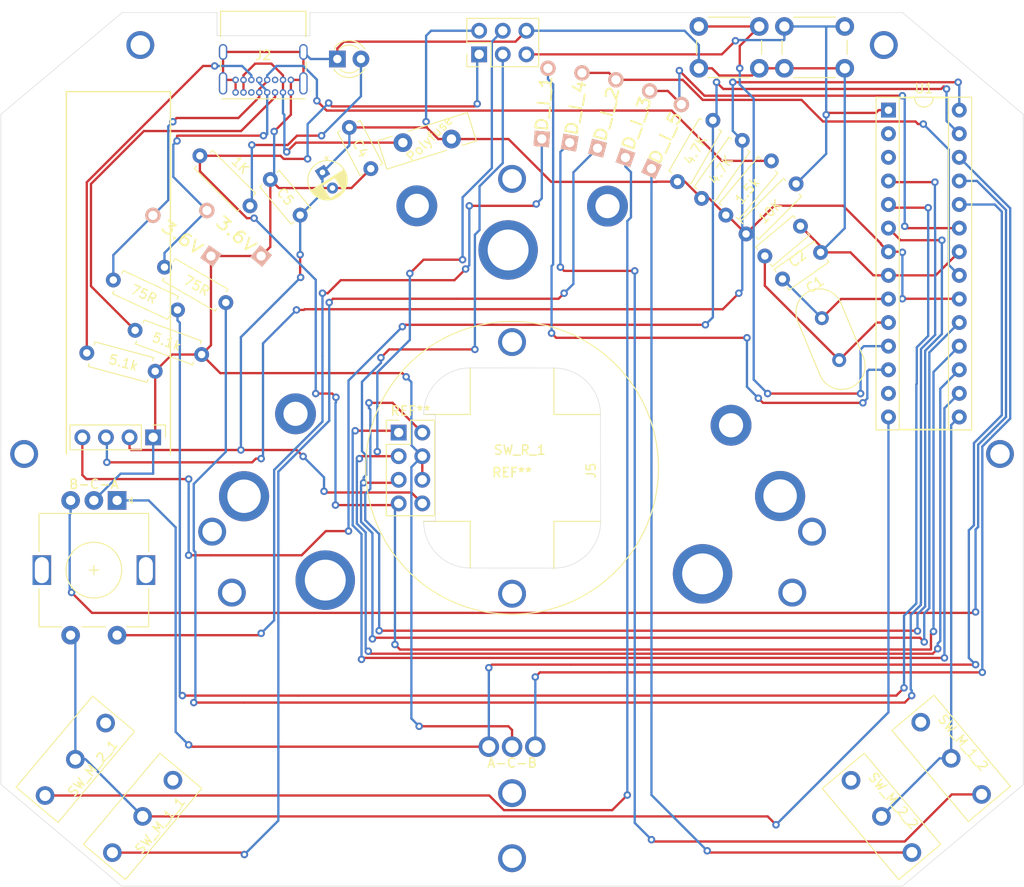
<source format=kicad_pcb>
(kicad_pcb (version 20171130) (host pcbnew "(5.1.4)-1")

  (general
    (thickness 1.6)
    (drawings 68)
    (tracks 676)
    (zones 0)
    (modules 43)
    (nets 44)
  )

  (page A4)
  (layers
    (0 F.Cu signal)
    (31 B.Cu signal)
    (32 B.Adhes user)
    (33 F.Adhes user)
    (34 B.Paste user)
    (35 F.Paste user)
    (36 B.SilkS user)
    (37 F.SilkS user)
    (38 B.Mask user)
    (39 F.Mask user)
    (40 Dwgs.User user)
    (41 Cmts.User user)
    (42 Eco1.User user)
    (43 Eco2.User user)
    (44 Edge.Cuts user)
    (45 Margin user)
    (46 B.CrtYd user)
    (47 F.CrtYd user hide)
    (48 B.Fab user hide)
    (49 F.Fab user hide)
  )

  (setup
    (last_trace_width 0.25)
    (trace_clearance 0.2)
    (zone_clearance 0.508)
    (zone_45_only no)
    (trace_min 0.2)
    (via_size 0.8)
    (via_drill 0.4)
    (via_min_size 0.4)
    (via_min_drill 0.3)
    (uvia_size 0.3)
    (uvia_drill 0.1)
    (uvias_allowed no)
    (uvia_min_size 0.2)
    (uvia_min_drill 0.1)
    (edge_width 0.05)
    (segment_width 0.2)
    (pcb_text_width 0.3)
    (pcb_text_size 1.5 1.5)
    (mod_edge_width 0.12)
    (mod_text_size 1 1)
    (mod_text_width 0.15)
    (pad_size 1.524 1.524)
    (pad_drill 0.762)
    (pad_to_mask_clearance 0.051)
    (solder_mask_min_width 0.25)
    (aux_axis_origin 0 0)
    (visible_elements 7FFFEFFF)
    (pcbplotparams
      (layerselection 0x010fc_ffffffff)
      (usegerberextensions false)
      (usegerberattributes false)
      (usegerberadvancedattributes false)
      (creategerberjobfile false)
      (excludeedgelayer true)
      (linewidth 0.100000)
      (plotframeref false)
      (viasonmask false)
      (mode 1)
      (useauxorigin false)
      (hpglpennumber 1)
      (hpglpenspeed 20)
      (hpglpendiameter 15.000000)
      (psnegative false)
      (psa4output false)
      (plotreference true)
      (plotvalue true)
      (plotinvisibletext false)
      (padsonsilk false)
      (subtractmaskfromsilk false)
      (outputformat 1)
      (mirror false)
      (drillshape 1)
      (scaleselection 1)
      (outputdirectory ""))
  )

  (net 0 "")
  (net 1 "Net-(SW_M_1_1-PadNC)")
  (net 2 COL0)
  (net 3 "Net-(D_I_2-Pad2)")
  (net 4 RING_A)
  (net 5 RING_B)
  (net 6 VK_B)
  (net 7 "Net-(D_I_1-Pad2)")
  (net 8 I2C_SCL)
  (net 9 COL1)
  (net 10 I2C_SDA)
  (net 11 BOOT)
  (net 12 "Net-(C2-Pad2)")
  (net 13 ROW2)
  (net 14 "Net-(C1-Pad2)")
  (net 15 GND)
  (net 16 +5V)
  (net 17 D-)
  (net 18 D+)
  (net 19 ROW1)
  (net 20 ROW0)
  (net 21 RESET)
  (net 22 "Net-(D4-Pad2)")
  (net 23 "Net-(J2-PadA5)")
  (net 24 "Net-(J2-PadB5)")
  (net 25 "Net-(D1-Pad1)")
  (net 26 "Net-(D2-Pad1)")
  (net 27 "Net-(D_I_3-Pad2)")
  (net 28 "Net-(D_I_4-Pad2)")
  (net 29 "Net-(D_I_5-Pad2)")
  (net 30 "Net-(F1-Pad1)")
  (net 31 "Net-(J2-PadB8)")
  (net 32 "Net-(J2-PadA8)")
  (net 33 "Net-(SW_M_1_2-PadNC)")
  (net 34 "Net-(SW_M_2_1-PadNC)")
  (net 35 "Net-(SW_M_2_2-PadNC)")
  (net 36 MO)
  (net 37 SC)
  (net 38 MI)
  (net 39 MOT)
  (net 40 SS)
  (net 41 "Net-(U1-Pad13)")
  (net 42 "Net-(U1-Pad3)")
  (net 43 "Net-(U1-Pad2)")

  (net_class Default "This is the default net class."
    (clearance 0.2)
    (trace_width 0.25)
    (via_dia 0.8)
    (via_drill 0.4)
    (uvia_dia 0.3)
    (uvia_drill 0.1)
    (add_net +5V)
    (add_net BOOT)
    (add_net COL0)
    (add_net COL1)
    (add_net D+)
    (add_net D-)
    (add_net GND)
    (add_net I2C_SCL)
    (add_net I2C_SDA)
    (add_net MI)
    (add_net MO)
    (add_net MOT)
    (add_net "Net-(C1-Pad2)")
    (add_net "Net-(C2-Pad2)")
    (add_net "Net-(D1-Pad1)")
    (add_net "Net-(D2-Pad1)")
    (add_net "Net-(D4-Pad2)")
    (add_net "Net-(D_I_1-Pad2)")
    (add_net "Net-(D_I_2-Pad2)")
    (add_net "Net-(D_I_3-Pad2)")
    (add_net "Net-(D_I_4-Pad2)")
    (add_net "Net-(D_I_5-Pad2)")
    (add_net "Net-(F1-Pad1)")
    (add_net "Net-(J2-PadA5)")
    (add_net "Net-(J2-PadA8)")
    (add_net "Net-(J2-PadB5)")
    (add_net "Net-(J2-PadB8)")
    (add_net "Net-(SW_M_1_1-PadNC)")
    (add_net "Net-(SW_M_1_2-PadNC)")
    (add_net "Net-(SW_M_2_1-PadNC)")
    (add_net "Net-(SW_M_2_2-PadNC)")
    (add_net "Net-(U1-Pad13)")
    (add_net "Net-(U1-Pad2)")
    (add_net "Net-(U1-Pad3)")
    (add_net RESET)
    (add_net RING_A)
    (add_net RING_B)
    (add_net ROW0)
    (add_net ROW1)
    (add_net ROW2)
    (add_net SC)
    (add_net SS)
    (add_net VK_B)
  )

  (module Capacitor_THT:C_Disc_D5.0mm_W2.5mm_P5.00mm (layer F.Cu) (tedit 5AE50EF0) (tstamp 63FCE9EE)
    (at 183.19576 76.807118 215)
    (descr "C, Disc series, Radial, pin pitch=5.00mm, , diameter*width=5*2.5mm^2, Capacitor, http://cdn-reichelt.de/documents/datenblatt/B300/DS_KERKO_TC.pdf")
    (tags "C Disc series Radial pin pitch 5.00mm  diameter 5mm width 2.5mm Capacitor")
    (path /63FA3EEC)
    (fp_text reference C1 (at 2.5 -2.5 35) (layer F.SilkS)
      (effects (font (size 1 1) (thickness 0.15)))
    )
    (fp_text value 20p (at 2.5 2.5 35) (layer F.Fab)
      (effects (font (size 1 1) (thickness 0.15)))
    )
    (fp_text user %R (at 2.5 0 35) (layer F.Fab)
      (effects (font (size 1 1) (thickness 0.15)))
    )
    (fp_line (start 6.05 -1.5) (end -1.05 -1.5) (layer F.CrtYd) (width 0.05))
    (fp_line (start 6.05 1.5) (end 6.05 -1.5) (layer F.CrtYd) (width 0.05))
    (fp_line (start -1.05 1.5) (end 6.05 1.5) (layer F.CrtYd) (width 0.05))
    (fp_line (start -1.05 -1.5) (end -1.05 1.5) (layer F.CrtYd) (width 0.05))
    (fp_line (start 5.12 1.055) (end 5.12 1.37) (layer F.SilkS) (width 0.12))
    (fp_line (start 5.12 -1.37) (end 5.12 -1.055) (layer F.SilkS) (width 0.12))
    (fp_line (start -0.12 1.055) (end -0.12 1.37) (layer F.SilkS) (width 0.12))
    (fp_line (start -0.12 -1.37) (end -0.12 -1.055) (layer F.SilkS) (width 0.12))
    (fp_line (start -0.12 1.37) (end 5.12 1.37) (layer F.SilkS) (width 0.12))
    (fp_line (start -0.12 -1.37) (end 5.12 -1.37) (layer F.SilkS) (width 0.12))
    (fp_line (start 5 -1.25) (end 0 -1.25) (layer F.Fab) (width 0.1))
    (fp_line (start 5 1.25) (end 5 -1.25) (layer F.Fab) (width 0.1))
    (fp_line (start 0 1.25) (end 5 1.25) (layer F.Fab) (width 0.1))
    (fp_line (start 0 -1.25) (end 0 1.25) (layer F.Fab) (width 0.1))
    (pad 2 thru_hole circle (at 5 0 215) (size 1.6 1.6) (drill 0.8) (layers *.Cu *.Mask)
      (net 14 "Net-(C1-Pad2)"))
    (pad 1 thru_hole circle (at 0 0 215) (size 1.6 1.6) (drill 0.8) (layers *.Cu *.Mask)
      (net 15 GND))
    (model ${KISYS3DMOD}/Capacitor_THT.3dshapes/C_Disc_D5.0mm_W2.5mm_P5.00mm.wrl
      (at (xyz 0 0 0))
      (scale (xyz 1 1 1))
      (rotate (xyz 0 0 0))
    )
  )

  (module Encoder_Ring:Mouse_Pad (layer F.Cu) (tedit 63FF612F) (tstamp 64005BBE)
    (at 150 100)
    (fp_text reference REF** (at 0 0.5) (layer F.SilkS)
      (effects (font (size 1 1) (thickness 0.15)))
    )
    (fp_text value Mouse_Pad (at 0 -0.5) (layer F.Fab)
      (effects (font (size 1 1) (thickness 0.15)))
    )
    (fp_line (start -37 11) (end -53 10.999999) (layer Dwgs.User) (width 0.12))
    (fp_line (start -45 3) (end -45 18.999999) (layer Dwgs.User) (width 0.12))
    (fp_line (start 0 0) (end 0 28) (layer Dwgs.User) (width 0.2))
    (fp_line (start 0 0) (end 28 0) (layer Dwgs.User) (width 0.2))
    (fp_line (start 0 0) (end 0 -28) (layer Dwgs.User) (width 0.2))
    (fp_line (start 0 0) (end -28 0) (layer Dwgs.User) (width 0.2))
    (fp_circle (center 0 -31.1) (end 1.05 -31.1) (layer Dwgs.User) (width 0.2))
    (fp_circle (center 32.27887 6.861085) (end 33.32887 6.861085) (layer Dwgs.User) (width 0.2))
    (fp_circle (center 30.147 13.422309) (end 31.197 13.422309) (layer Dwgs.User) (width 0.2))
    (fp_circle (center 0 42) (end 1.05 42) (layer Dwgs.User) (width 0.2))
    (fp_circle (center 0 35) (end 1.05 35) (layer Dwgs.User) (width 0.2))
    (fp_circle (center -30.147 13.422309) (end -29.097 13.422309) (layer Dwgs.User) (width 0.2))
    (fp_circle (center -32.27887 6.861085) (end -31.22887 6.861085) (layer Dwgs.User) (width 0.2))
    (fp_circle (center -45 10.999999) (end -37 10.999999) (layer Dwgs.User) (width 0.2))
    (fp_line (start -48.950004 39.149159) (end -24.08338 14.282535) (layer Dwgs.User) (width 0.2))
    (fp_line (start -48.027239 39.923451) (end -23.431836 15.328047) (layer Dwgs.User) (width 0.2))
    (fp_line (start 48.027239 39.923451) (end 23.431836 15.328047) (layer Dwgs.User) (width 0.2))
    (fp_line (start 48.950004 39.149159) (end 24.08338 14.282535) (layer Dwgs.User) (width 0.2))
    (fp_line (start 55 1) (end 27.982137 0.999999) (layer Dwgs.User) (width 0.2))
    (fp_arc (start 0 0) (end 32.984845 1) (angle -183.4730032) (layer Dwgs.User) (width 0.2))
    (fp_line (start -55 1) (end -27.982137 0.999999) (layer Dwgs.User) (width 0.2))
    (fp_circle (center 0 0) (end 28 0) (layer Dwgs.User) (width 0.2))
    (fp_line (start 0 -49) (end -41.977244 -49) (layer Dwgs.User) (width 0.2))
    (fp_line (start 0 45) (end -41.977244 45) (layer Dwgs.User) (width 0.2))
    (fp_line (start -41.977244 45) (end -55 34.07261) (layer Dwgs.User) (width 0.2))
    (fp_line (start -55 34.07261) (end -55 -38.07261) (layer Dwgs.User) (width 0.2))
    (fp_line (start -41.977244 -49) (end -55 -38.07261) (layer Dwgs.User) (width 0.2))
    (fp_line (start 0 -49) (end 41.977244 -49) (layer Dwgs.User) (width 0.2))
    (fp_line (start 0 45) (end 41.977244 45) (layer Dwgs.User) (width 0.2))
    (fp_line (start 41.977244 45) (end 55 34.07261) (layer Dwgs.User) (width 0.2))
    (fp_line (start 55 34.07261) (end 55 -38.07261) (layer Dwgs.User) (width 0.2))
    (fp_line (start 41.977244 -49) (end 55 -38.07261) (layer Dwgs.User) (width 0.2))
    (pad "" thru_hole circle (at 0 42) (size 3 3) (drill 2.1) (layers *.Cu *.Mask))
    (pad "" thru_hole circle (at 0 35) (size 3 3) (drill 2.1) (layers *.Cu *.Mask))
    (pad "" thru_hole circle (at -30.15 13.42) (size 3 3) (drill 2.1) (layers *.Cu *.Mask))
    (pad "" thru_hole circle (at -32.27 6.86) (size 3 3) (drill 2.1) (layers *.Cu *.Mask))
    (pad "" thru_hole circle (at 0 -31.1) (size 3 3) (drill 2.1) (layers *.Cu *.Mask))
    (pad "" thru_hole circle (at 32.28 6.86) (size 3 3) (drill 2.1) (layers *.Cu *.Mask))
    (pad "" thru_hole circle (at 30.15 13.42) (size 3 3) (drill 2.1) (layers *.Cu *.Mask))
  )

  (module Resistor_THT:R_Axial_DIN0207_L6.3mm_D2.5mm_P7.62mm_Horizontal (layer F.Cu) (tedit 5AE5139B) (tstamp 63FCD51F)
    (at 174.770652 64.758061 235)
    (descr "Resistor, Axial_DIN0207 series, Axial, Horizontal, pin pitch=7.62mm, 0.25W = 1/4W, length*diameter=6.3*2.5mm^2, http://cdn-reichelt.de/documents/datenblatt/B400/1_4W%23YAG.pdf")
    (tags "Resistor Axial_DIN0207 series Axial Horizontal pin pitch 7.62mm 0.25W = 1/4W length 6.3mm diameter 2.5mm")
    (path /64239E30)
    (fp_text reference R2_2 (at 3.81 -2.37 55) (layer Dwgs.User) hide
      (effects (font (size 1 1) (thickness 0.15)))
    )
    (fp_text value 4.7K (at 3.92875 0.05 55) (layer F.SilkS)
      (effects (font (size 1 1) (thickness 0.15)))
    )
    (fp_text user %R (at 3.81 0 55) (layer F.Fab) hide
      (effects (font (size 1 1) (thickness 0.15)))
    )
    (fp_line (start 8.67 -1.5) (end -1.05 -1.5) (layer F.CrtYd) (width 0.05))
    (fp_line (start 8.67 1.5) (end 8.67 -1.5) (layer F.CrtYd) (width 0.05))
    (fp_line (start -1.05 1.5) (end 8.67 1.5) (layer F.CrtYd) (width 0.05))
    (fp_line (start -1.05 -1.5) (end -1.05 1.5) (layer F.CrtYd) (width 0.05))
    (fp_line (start 7.08 1.37) (end 7.08 1.04) (layer F.SilkS) (width 0.12))
    (fp_line (start 0.54 1.37) (end 7.08 1.37) (layer F.SilkS) (width 0.12))
    (fp_line (start 0.54 1.04) (end 0.54 1.37) (layer F.SilkS) (width 0.12))
    (fp_line (start 7.08 -1.37) (end 7.08 -1.04) (layer F.SilkS) (width 0.12))
    (fp_line (start 0.54 -1.37) (end 7.08 -1.37) (layer F.SilkS) (width 0.12))
    (fp_line (start 0.54 -1.04) (end 0.54 -1.37) (layer F.SilkS) (width 0.12))
    (fp_line (start 7.62 0) (end 6.96 0) (layer F.Fab) (width 0.1))
    (fp_line (start 0 0) (end 0.66 0) (layer F.Fab) (width 0.1))
    (fp_line (start 6.96 -1.25) (end 0.66 -1.25) (layer F.Fab) (width 0.1))
    (fp_line (start 6.96 1.25) (end 6.96 -1.25) (layer F.Fab) (width 0.1))
    (fp_line (start 0.66 1.25) (end 6.96 1.25) (layer F.Fab) (width 0.1))
    (fp_line (start 0.66 -1.25) (end 0.66 1.25) (layer F.Fab) (width 0.1))
    (pad 2 thru_hole oval (at 7.62 0 235) (size 1.6 1.6) (drill 0.8) (layers *.Cu *.Mask)
      (net 16 +5V))
    (pad 1 thru_hole circle (at 0 0 235) (size 1.6 1.6) (drill 0.8) (layers *.Cu *.Mask)
      (net 8 I2C_SCL))
    (model ${KISYS3DMOD}/Resistor_THT.3dshapes/R_Axial_DIN0207_L6.3mm_D2.5mm_P7.62mm_Horizontal.wrl
      (at (xyz 0 0 0))
      (scale (xyz 1 1 1))
      (rotate (xyz 0 0 0))
    )
  )

  (module Capacitor_THT:C_Disc_D5.0mm_W2.5mm_P5.00mm (layer F.Cu) (tedit 5AE50EF0) (tstamp 63FCF943)
    (at 127.2 72.8 130)
    (descr "C, Disc series, Radial, pin pitch=5.00mm, , diameter*width=5*2.5mm^2, Capacitor, http://cdn-reichelt.de/documents/datenblatt/B300/DS_KERKO_TC.pdf")
    (tags "C Disc series Radial pin pitch 5.00mm  diameter 5mm width 2.5mm Capacitor")
    (path /640A8387)
    (fp_text reference C5 (at 2.560549 0.059904 130) (layer F.SilkS)
      (effects (font (size 1 1) (thickness 0.15)))
    )
    (fp_text value 100n (at 2.5 2.5 130) (layer F.Fab)
      (effects (font (size 1 1) (thickness 0.15)))
    )
    (fp_text user %R (at 2.5 0 130) (layer F.Fab)
      (effects (font (size 1 1) (thickness 0.15)))
    )
    (fp_line (start 6.05 -1.5) (end -1.05 -1.5) (layer F.CrtYd) (width 0.05))
    (fp_line (start 6.05 1.5) (end 6.05 -1.5) (layer F.CrtYd) (width 0.05))
    (fp_line (start -1.05 1.5) (end 6.05 1.5) (layer F.CrtYd) (width 0.05))
    (fp_line (start -1.05 -1.5) (end -1.05 1.5) (layer F.CrtYd) (width 0.05))
    (fp_line (start 5.12 1.055) (end 5.12 1.37) (layer F.SilkS) (width 0.12))
    (fp_line (start 5.12 -1.37) (end 5.12 -1.055) (layer F.SilkS) (width 0.12))
    (fp_line (start -0.12 1.055) (end -0.12 1.37) (layer F.SilkS) (width 0.12))
    (fp_line (start -0.12 -1.37) (end -0.12 -1.055) (layer F.SilkS) (width 0.12))
    (fp_line (start -0.12 1.37) (end 5.12 1.37) (layer F.SilkS) (width 0.12))
    (fp_line (start -0.12 -1.37) (end 5.12 -1.37) (layer F.SilkS) (width 0.12))
    (fp_line (start 5 -1.25) (end 0 -1.25) (layer F.Fab) (width 0.1))
    (fp_line (start 5 1.25) (end 5 -1.25) (layer F.Fab) (width 0.1))
    (fp_line (start 0 1.25) (end 5 1.25) (layer F.Fab) (width 0.1))
    (fp_line (start 0 -1.25) (end 0 1.25) (layer F.Fab) (width 0.1))
    (pad 2 thru_hole circle (at 5 0 130) (size 1.6 1.6) (drill 0.8) (layers *.Cu *.Mask)
      (net 15 GND))
    (pad 1 thru_hole circle (at 0 0 130) (size 1.6 1.6) (drill 0.8) (layers *.Cu *.Mask)
      (net 16 +5V))
    (model ${KISYS3DMOD}/Capacitor_THT.3dshapes/C_Disc_D5.0mm_W2.5mm_P5.00mm.wrl
      (at (xyz 0 0 0))
      (scale (xyz 1 1 1))
      (rotate (xyz 0 0 0))
    )
  )

  (module Capacitor_THT:C_Disc_D5.0mm_W2.5mm_P5.00mm (layer F.Cu) (tedit 5AE50EF0) (tstamp 63FCF92E)
    (at 132.491257 63.364945 297.5)
    (descr "C, Disc series, Radial, pin pitch=5.00mm, , diameter*width=5*2.5mm^2, Capacitor, http://cdn-reichelt.de/documents/datenblatt/B300/DS_KERKO_TC.pdf")
    (tags "C Disc series Radial pin pitch 5.00mm  diameter 5mm width 2.5mm Capacitor")
    (path /640A6DAF)
    (fp_text reference C4 (at 2.545584 0 117.5) (layer F.SilkS)
      (effects (font (size 1 1) (thickness 0.15)))
    )
    (fp_text value 100n (at 2.5 2.500001 117.5) (layer F.Fab)
      (effects (font (size 1 1) (thickness 0.15)))
    )
    (fp_text user %R (at 2.5 0 117.5) (layer F.Fab)
      (effects (font (size 1 1) (thickness 0.15)))
    )
    (fp_line (start 6.05 -1.5) (end -1.05 -1.5) (layer F.CrtYd) (width 0.05))
    (fp_line (start 6.05 1.5) (end 6.05 -1.5) (layer F.CrtYd) (width 0.05))
    (fp_line (start -1.05 1.5) (end 6.05 1.5) (layer F.CrtYd) (width 0.05))
    (fp_line (start -1.05 -1.5) (end -1.05 1.5) (layer F.CrtYd) (width 0.05))
    (fp_line (start 5.12 1.055) (end 5.12 1.37) (layer F.SilkS) (width 0.12))
    (fp_line (start 5.12 -1.37) (end 5.12 -1.055) (layer F.SilkS) (width 0.12))
    (fp_line (start -0.12 1.055) (end -0.12 1.37) (layer F.SilkS) (width 0.12))
    (fp_line (start -0.12 -1.37) (end -0.12 -1.055) (layer F.SilkS) (width 0.12))
    (fp_line (start -0.12 1.37) (end 5.12 1.37) (layer F.SilkS) (width 0.12))
    (fp_line (start -0.12 -1.37) (end 5.12 -1.37) (layer F.SilkS) (width 0.12))
    (fp_line (start 5 -1.25) (end 0 -1.25) (layer F.Fab) (width 0.1))
    (fp_line (start 5 1.25) (end 5 -1.25) (layer F.Fab) (width 0.1))
    (fp_line (start 0 1.25) (end 5 1.25) (layer F.Fab) (width 0.1))
    (fp_line (start 0 -1.25) (end 0 1.25) (layer F.Fab) (width 0.1))
    (pad 2 thru_hole circle (at 5 0 297.5) (size 1.6 1.6) (drill 0.8) (layers *.Cu *.Mask)
      (net 15 GND))
    (pad 1 thru_hole circle (at 0 0 297.5) (size 1.6 1.6) (drill 0.8) (layers *.Cu *.Mask)
      (net 16 +5V))
    (model ${KISYS3DMOD}/Capacitor_THT.3dshapes/C_Disc_D5.0mm_W2.5mm_P5.00mm.wrl
      (at (xyz 0 0 0))
      (scale (xyz 1 1 1))
      (rotate (xyz 0 0 0))
    )
  )

  (module Capacitor_THT:C_Disc_D5.0mm_W2.5mm_P5.00mm (layer F.Cu) (tedit 5AE50EF0) (tstamp 63FCEA03)
    (at 181.030222 73.986062 220)
    (descr "C, Disc series, Radial, pin pitch=5.00mm, , diameter*width=5*2.5mm^2, Capacitor, http://cdn-reichelt.de/documents/datenblatt/B300/DS_KERKO_TC.pdf")
    (tags "C Disc series Radial pin pitch 5.00mm  diameter 5mm width 2.5mm Capacitor")
    (path /63F97362)
    (fp_text reference C2 (at 2.5 -2.5 40) (layer F.SilkS)
      (effects (font (size 1 1) (thickness 0.15)))
    )
    (fp_text value 20p (at 2.5 2.5 40) (layer F.Fab)
      (effects (font (size 1 1) (thickness 0.15)))
    )
    (fp_text user %R (at 2.5 0 40) (layer F.Fab)
      (effects (font (size 1 1) (thickness 0.15)))
    )
    (fp_line (start 6.05 -1.5) (end -1.05 -1.5) (layer F.CrtYd) (width 0.05))
    (fp_line (start 6.05 1.5) (end 6.05 -1.5) (layer F.CrtYd) (width 0.05))
    (fp_line (start -1.05 1.5) (end 6.05 1.5) (layer F.CrtYd) (width 0.05))
    (fp_line (start -1.05 -1.5) (end -1.05 1.5) (layer F.CrtYd) (width 0.05))
    (fp_line (start 5.12 1.055) (end 5.12 1.37) (layer F.SilkS) (width 0.12))
    (fp_line (start 5.12 -1.37) (end 5.12 -1.055) (layer F.SilkS) (width 0.12))
    (fp_line (start -0.12 1.055) (end -0.12 1.37) (layer F.SilkS) (width 0.12))
    (fp_line (start -0.12 -1.37) (end -0.12 -1.055) (layer F.SilkS) (width 0.12))
    (fp_line (start -0.12 1.37) (end 5.12 1.37) (layer F.SilkS) (width 0.12))
    (fp_line (start -0.12 -1.37) (end 5.12 -1.37) (layer F.SilkS) (width 0.12))
    (fp_line (start 5 -1.25) (end 0 -1.25) (layer F.Fab) (width 0.1))
    (fp_line (start 5 1.25) (end 5 -1.25) (layer F.Fab) (width 0.1))
    (fp_line (start 0 1.25) (end 5 1.25) (layer F.Fab) (width 0.1))
    (fp_line (start 0 -1.25) (end 0 1.25) (layer F.Fab) (width 0.1))
    (pad 2 thru_hole circle (at 5 0 220) (size 1.6 1.6) (drill 0.8) (layers *.Cu *.Mask)
      (net 12 "Net-(C2-Pad2)"))
    (pad 1 thru_hole circle (at 0 0 220) (size 1.6 1.6) (drill 0.8) (layers *.Cu *.Mask)
      (net 15 GND))
    (model ${KISYS3DMOD}/Capacitor_THT.3dshapes/C_Disc_D5.0mm_W2.5mm_P5.00mm.wrl
      (at (xyz 0 0 0))
      (scale (xyz 1 1 1))
      (rotate (xyz 0 0 0))
    )
  )

  (module Encoder_Ring:Akira_Board_standoff (layer F.Cu) (tedit 63FF742F) (tstamp 6400478E)
    (at 190 54.5)
    (fp_text reference REF** (at 0 0.5) (layer F.SilkS) hide
      (effects (font (size 1 1) (thickness 0.15)))
    )
    (fp_text value Akira_Board_standoff (at 0 -0.5) (layer F.Fab)
      (effects (font (size 1 1) (thickness 0.15)))
    )
    (pad "" thru_hole circle (at 0 0) (size 3 3) (drill 2.1) (layers *.Cu *.Mask))
  )

  (module Encoder_Ring:Akira_Board_standoff (layer F.Cu) (tedit 63FF742F) (tstamp 6400478E)
    (at 110 54.5)
    (fp_text reference REF** (at 0 0.5) (layer F.SilkS) hide
      (effects (font (size 1 1) (thickness 0.15)))
    )
    (fp_text value Akira_Board_standoff (at 0 -0.5) (layer F.Fab)
      (effects (font (size 1 1) (thickness 0.15)))
    )
    (pad "" thru_hole circle (at 0 0) (size 3 3) (drill 2.1) (layers *.Cu *.Mask))
  )

  (module Encoder_Ring:Akira_Board_standoff (layer F.Cu) (tedit 63FF742F) (tstamp 6400476D)
    (at 97.5 98.5)
    (fp_text reference REF** (at 0 0.5) (layer F.SilkS) hide
      (effects (font (size 1 1) (thickness 0.15)))
    )
    (fp_text value Akira_Board_standoff (at 0 -0.5) (layer F.Fab)
      (effects (font (size 1 1) (thickness 0.15)))
    )
    (pad "" thru_hole circle (at 0 0) (size 3 3) (drill 2.1) (layers *.Cu *.Mask))
  )

  (module Encoder_Ring:Akira_Board_standoff (layer F.Cu) (tedit 63FF742F) (tstamp 64004763)
    (at 202.5 98.5)
    (fp_text reference REF** (at 0 0.5) (layer Dwgs.User)
      (effects (font (size 1 1) (thickness 0.15)))
    )
    (fp_text value Akira_Board_standoff (at 0 -0.5) (layer F.Fab)
      (effects (font (size 1 1) (thickness 0.15)))
    )
    (pad "" thru_hole circle (at 0 0) (size 3 3) (drill 2.1) (layers *.Cu *.Mask))
  )

  (module Encoder_Ring:ADNS9800 (layer F.Cu) (tedit 6400CF85) (tstamp 63FFB304)
    (at 150 100)
    (fp_text reference REF** (at 0 0.5) (layer F.SilkS)
      (effects (font (size 1 1) (thickness 0.15)))
    )
    (fp_text value ADNS9800 (at 0 -0.5) (layer F.Fab)
      (effects (font (size 1 1) (thickness 0.15)))
    )
    (fp_line (start -4.5 -5.75) (end -4.5 -10.74) (layer F.SilkS) (width 0.12))
    (fp_line (start -4.5 -5.75) (end -9.51 -5.75) (layer F.SilkS) (width 0.12))
    (fp_line (start -4.5 5.75) (end -9.54 5.75) (layer F.SilkS) (width 0.12))
    (fp_line (start -4.5 5.75) (end -4.5 10.76) (layer F.SilkS) (width 0.12))
    (fp_line (start 4.5 5.75) (end 9.52 5.75) (layer F.SilkS) (width 0.12))
    (fp_line (start 4.5 5.75) (end 4.5 10.82) (layer F.SilkS) (width 0.12))
    (fp_line (start 4.5 -5.75) (end 9.5 -5.75) (layer F.SilkS) (width 0.12))
    (fp_line (start 4.5 -5.75) (end 4.5 -10.74) (layer F.SilkS) (width 0.12))
    (fp_line (start 0 0) (end -15.75 0) (layer Dwgs.User) (width 0.2))
    (fp_arc (start 4.5 -5.749999) (end 9.5 -5.749999) (angle -90) (layer Dwgs.User) (width 0.2))
    (fp_line (start 9.499999 5.75) (end 9.5 -5.749999) (layer Dwgs.User) (width 0.2))
    (fp_arc (start 4.499999 5.75) (end 4.499999 10.75) (angle -90) (layer Dwgs.User) (width 0.2))
    (fp_line (start -4.5 10.75) (end 4.499999 10.75) (layer Dwgs.User) (width 0.2))
    (fp_arc (start -4.5 5.75) (end -9.5 5.75) (angle -90) (layer Dwgs.User) (width 0.2))
    (fp_line (start -9.5 -5.749999) (end -9.5 5.75) (layer Dwgs.User) (width 0.2))
    (fp_arc (start -4.5 -5.749999) (end -4.5 -10.749999) (angle -90) (layer Dwgs.User) (width 0.2))
    (fp_line (start 4.5 -10.749999) (end -4.5 -10.749999) (layer Dwgs.User) (width 0.2))
    (fp_circle (center 0 13.55) (end 1 13.55) (layer Dwgs.User) (width 0.2))
    (fp_circle (center 0 -13.55) (end 1 -13.55) (layer Dwgs.User) (width 0.2))
    (fp_line (start 0 -15.75) (end 0 15.75) (layer Dwgs.User) (width 0.2))
    (fp_circle (center 0 0) (end 15.75 0) (layer Dwgs.User) (width 0.2))
  )

  (module Encoder_Ring:ADNS-9800 (layer F.Cu) (tedit 63FF6E9A) (tstamp 63FE8095)
    (at 150 100)
    (path /64138AB2)
    (fp_text reference J5 (at 8.5 0.3 270) (layer F.SilkS)
      (effects (font (size 1 1) (thickness 0.15)))
    )
    (fp_text value Conn_02x04_Odd_Even (at 9.5 0.3 270) (layer F.Fab)
      (effects (font (size 1 1) (thickness 0.15)))
    )
    (fp_line (start 0 15.8) (end 0 -15.8) (layer B.Paste) (width 0.12))
    (fp_line (start -15.8 0) (end 15.8 0) (layer B.Paste) (width 0.12))
    (fp_line (start -12.75 0) (end -12.75 5) (layer Dwgs.User) (width 0.12))
    (fp_line (start -15.75 0) (end -12.75 0) (layer Dwgs.User) (width 0.12))
    (fp_circle (center 0 13.54) (end 0 14.665) (layer Dwgs.User) (width 0.12))
    (fp_circle (center 0 -13.54) (end 0 -12.415) (layer Dwgs.User) (width 0.12))
    (fp_line (start 0 -15.75) (end 0 -14.5) (layer Dwgs.User) (width 0.12))
    (fp_line (start 0 15.75) (end 0 14.5) (layer Dwgs.User) (width 0.12))
    (fp_circle (center 0 0) (end 0 15.75) (layer F.SilkS) (width 0.12))
    (fp_text user REF** (at -10.93 -6.13) (layer F.SilkS)
      (effects (font (size 1 1) (thickness 0.15)))
    )
    (fp_text user %R (at -10.93 0.01 90) (layer F.Fab)
      (effects (font (size 1 1) (thickness 0.15)))
    )
    (fp_line (start -8.39 -5.07) (end -8.39 5.09) (layer F.Fab) (width 0.1))
    (fp_line (start -10.93 -2.53) (end -10.93 -5.13) (layer F.SilkS) (width 0.12))
    (fp_line (start -13.53 -2.53) (end -13.53 5.15) (layer F.SilkS) (width 0.12))
    (fp_line (start -7.85 5.6) (end -7.85 -5.6) (layer F.CrtYd) (width 0.05))
    (fp_line (start -13.47 5.09) (end -13.47 -3.8) (layer F.Fab) (width 0.1))
    (fp_line (start -8.39 5.09) (end -13.47 5.09) (layer F.Fab) (width 0.1))
    (fp_line (start -10.93 -5.13) (end -8.33 -5.13) (layer F.SilkS) (width 0.12))
    (fp_line (start -14 5.6) (end -7.85 5.6) (layer F.CrtYd) (width 0.05))
    (fp_line (start -13.53 -2.53) (end -10.93 -2.53) (layer F.SilkS) (width 0.12))
    (fp_line (start -7.85 -5.6) (end -14 -5.6) (layer F.CrtYd) (width 0.05))
    (fp_line (start -8.33 -5.13) (end -8.33 5.15) (layer F.SilkS) (width 0.12))
    (fp_line (start -13.53 -3.8) (end -13.53 -5.13) (layer F.SilkS) (width 0.12))
    (fp_line (start -12.2 -5.07) (end -8.39 -5.07) (layer F.Fab) (width 0.1))
    (fp_line (start -13.53 -5.13) (end -12.2 -5.13) (layer F.SilkS) (width 0.12))
    (fp_line (start -13.47 -3.8) (end -12.2 -5.07) (layer F.Fab) (width 0.1))
    (fp_line (start -14 -5.6) (end -14 5.6) (layer F.CrtYd) (width 0.05))
    (fp_line (start -13.53 5.15) (end -8.33 5.15) (layer F.SilkS) (width 0.12))
    (pad "" thru_hole circle (at 0 13.54 270) (size 3 3) (drill 2.15) (layers *.Cu *.Mask))
    (pad "" thru_hole circle (at 0 -13.54 270) (size 3 3) (drill 2.15) (layers *.Cu *.Mask))
    (pad 2 thru_hole oval (at -9.66 -3.8) (size 1.7 1.7) (drill 1) (layers *.Cu *.Mask)
      (net 39 MOT))
    (pad 4 thru_hole oval (at -9.66 -1.26) (size 1.7 1.7) (drill 1) (layers *.Cu *.Mask)
      (net 15 GND))
    (pad 6 thru_hole oval (at -9.66 1.28) (size 1.7 1.7) (drill 1) (layers *.Cu *.Mask)
      (net 15 GND))
    (pad 1 thru_hole rect (at -12.2 -3.8) (size 1.7 1.7) (drill 1) (layers *.Cu *.Mask)
      (net 40 SS))
    (pad 5 thru_hole oval (at -12.2 1.28) (size 1.7 1.7) (drill 1) (layers *.Cu *.Mask)
      (net 37 SC))
    (pad 7 thru_hole oval (at -12.2 3.82) (size 1.7 1.7) (drill 1) (layers *.Cu *.Mask)
      (net 38 MI))
    (pad 8 thru_hole oval (at -9.66 3.82) (size 1.7 1.7) (drill 1) (layers *.Cu *.Mask)
      (net 16 +5V))
    (pad 3 thru_hole oval (at -12.2 -1.26) (size 1.7 1.7) (drill 1) (layers *.Cu *.Mask)
      (net 36 MO))
  )

  (module Connector_PinHeader_2.54mm:PinHeader_1x04_P2.54mm_Vertical (layer F.Cu) (tedit 59FED5CC) (tstamp 63FD9B1D)
    (at 111.380483 96.711488 270)
    (descr "Through hole straight pin header, 1x04, 2.54mm pitch, single row")
    (tags "Through hole pin header THT 1x04 2.54mm single row")
    (path /6420C04A)
    (fp_text reference J3 (at 0 -2.33 90) (layer Dwgs.User)
      (effects (font (size 1 1) (thickness 0.15)))
    )
    (fp_text value Conn_01x04 (at 0 9.95 90) (layer F.Fab)
      (effects (font (size 1 1) (thickness 0.15)))
    )
    (fp_text user %R (at 0 3.81) (layer F.Fab)
      (effects (font (size 1 1) (thickness 0.15)))
    )
    (fp_line (start 1.8 -1.8) (end -1.8 -1.8) (layer F.CrtYd) (width 0.05))
    (fp_line (start 1.8 9.4) (end 1.8 -1.8) (layer F.CrtYd) (width 0.05))
    (fp_line (start -1.8 9.4) (end 1.8 9.4) (layer F.CrtYd) (width 0.05))
    (fp_line (start -1.8 -1.8) (end -1.8 9.4) (layer F.CrtYd) (width 0.05))
    (fp_line (start -1.33 -1.33) (end 0 -1.33) (layer F.SilkS) (width 0.12))
    (fp_line (start -1.33 0) (end -1.33 -1.33) (layer F.SilkS) (width 0.12))
    (fp_line (start -1.33 1.27) (end 1.33 1.27) (layer F.SilkS) (width 0.12))
    (fp_line (start 1.33 1.27) (end 1.33 8.95) (layer F.SilkS) (width 0.12))
    (fp_line (start -1.33 1.27) (end -1.33 8.95) (layer F.SilkS) (width 0.12))
    (fp_line (start -1.33 8.95) (end 1.33 8.95) (layer F.SilkS) (width 0.12))
    (fp_line (start -1.27 -0.635) (end -0.635 -1.27) (layer F.Fab) (width 0.1))
    (fp_line (start -1.27 8.89) (end -1.27 -0.635) (layer F.Fab) (width 0.1))
    (fp_line (start 1.27 8.89) (end -1.27 8.89) (layer F.Fab) (width 0.1))
    (fp_line (start 1.27 -1.27) (end 1.27 8.89) (layer F.Fab) (width 0.1))
    (fp_line (start -0.635 -1.27) (end 1.27 -1.27) (layer F.Fab) (width 0.1))
    (pad 4 thru_hole oval (at 0 7.62 270) (size 1.7 1.7) (drill 1) (layers *.Cu *.Mask)
      (net 10 I2C_SDA))
    (pad 3 thru_hole oval (at 0 5.08 270) (size 1.7 1.7) (drill 1) (layers *.Cu *.Mask)
      (net 8 I2C_SCL))
    (pad 2 thru_hole oval (at 0 2.54 270) (size 1.7 1.7) (drill 1) (layers *.Cu *.Mask)
      (net 16 +5V))
    (pad 1 thru_hole rect (at 0 0 270) (size 1.7 1.7) (drill 1) (layers *.Cu *.Mask)
      (net 15 GND))
    (model ${KISYS3DMOD}/Connector_PinHeader_2.54mm.3dshapes/PinHeader_1x04_P2.54mm_Vertical.wrl
      (at (xyz 0 0 0))
      (scale (xyz 1 1 1))
      (rotate (xyz 0 0 0))
    )
  )

  (module Fuse:Fuse_Bourns_MF-RG400 (layer F.Cu) (tedit 5B8F0E50) (tstamp 63FD7ECB)
    (at 138.25 65 17.5)
    (descr "PTC Resettable Fuse, Ihold = 4.0A, Itrip=6.8A, http://www.bourns.com/docs/Product-Datasheets/mfrg.pdf")
    (tags "ptc resettable fuse polyfuse THT")
    (path /63DAED9A)
    (fp_text reference F1 (at 2.55 -1.9 17.5) (layer F.SilkS) hide
      (effects (font (size 1 1) (thickness 0.15)))
    )
    (fp_text value Polyfuse (at 2.875756 0.458285 45) (layer F.SilkS)
      (effects (font (size 1 1) (thickness 0.15)))
    )
    (fp_text user %R (at 2.55 0.6 17.5) (layer F.Fab) hide
      (effects (font (size 1 1) (thickness 0.15)))
    )
    (fp_line (start 7.75 -1.15) (end -2.65 -1.15) (layer F.CrtYd) (width 0.05))
    (fp_line (start 7.75 2.35) (end 7.75 -1.15) (layer F.CrtYd) (width 0.05))
    (fp_line (start -2.65 2.35) (end 7.75 2.35) (layer F.CrtYd) (width 0.05))
    (fp_line (start -2.65 -1.15) (end -2.65 2.35) (layer F.CrtYd) (width 0.05))
    (fp_line (start 7.6 -1) (end 7.6 2.2) (layer F.SilkS) (width 0.12))
    (fp_line (start -2.501 -1) (end -2.501 2.2) (layer F.SilkS) (width 0.12))
    (fp_line (start 5.979 2.2) (end 7.6 2.2) (layer F.SilkS) (width 0.12))
    (fp_line (start -2.501 2.2) (end 4.222 2.2) (layer F.SilkS) (width 0.12))
    (fp_line (start 0.879 -1) (end 7.6 -1) (layer F.SilkS) (width 0.12))
    (fp_line (start -2.501 -1) (end -0.879 -1) (layer F.SilkS) (width 0.12))
    (fp_line (start 7.5 -0.9) (end -2.4 -0.9) (layer F.Fab) (width 0.1))
    (fp_line (start 7.5 2.1) (end 7.5 -0.9) (layer F.Fab) (width 0.1))
    (fp_line (start -2.4 2.1) (end 7.5 2.1) (layer F.Fab) (width 0.1))
    (fp_line (start -2.4 -0.9) (end -2.4 2.1) (layer F.Fab) (width 0.1))
    (pad 2 thru_hole circle (at 5.1 1.2 17.5) (size 2.01 2.01) (drill 1.01) (layers *.Cu *.Mask)
      (net 16 +5V))
    (pad 1 thru_hole circle (at 0 0 17.5) (size 2.01 2.01) (drill 1.01) (layers *.Cu *.Mask)
      (net 30 "Net-(F1-Pad1)"))
    (model ${KISYS3DMOD}/Fuse.3dshapes/Fuse_Bourns_MF-RG400.wrl
      (at (xyz 0 0 0))
      (scale (xyz 1 1 1))
      (rotate (xyz 0 0 0))
    )
  )

  (module Encoder_Ring:GM8.0 (layer F.Cu) (tedit 63FC2361) (tstamp 63FD6AFC)
    (at 189.75 137.5 130)
    (path /63FF4B8D)
    (fp_text reference SW_M_2_2 (at 0.46 2.06 130) (layer F.SilkS)
      (effects (font (size 1 1) (thickness 0.15)))
    )
    (fp_text value Kailh_MicroSwitch (at 0.16 -3.64 130) (layer F.Fab)
      (effects (font (size 1 1) (thickness 0.15)))
    )
    (fp_line (start 6.4 -2.95) (end -6.4 -2.95) (layer F.SilkS) (width 0.12))
    (fp_line (start 6.4 2.95) (end 6.4 -2.95) (layer F.SilkS) (width 0.12))
    (fp_line (start -6.4 2.95) (end 6.4 2.95) (layer F.SilkS) (width 0.12))
    (fp_line (start -6.4 -2.95) (end -6.4 2.95) (layer F.SilkS) (width 0.12))
    (fp_circle (center 5.08 0) (end 5.63 0) (layer F.Fab) (width 0.12))
    (fp_circle (center 0 0) (end 0.55 0) (layer F.Fab) (width 0.12))
    (fp_circle (center -5.08 0) (end -4.53 0) (layer F.Fab) (width 0.12))
    (fp_line (start 0 0) (end -5.08 0) (layer F.Fab) (width 0.12))
    (fp_line (start 0 0) (end 5.08 0) (layer F.Fab) (width 0.12))
    (pad NC thru_hole circle (at 5.08 -0.01 130) (size 2 2) (drill 1.2) (layers *.Cu *.Mask)
      (net 35 "Net-(SW_M_2_2-PadNC)"))
    (pad NO thru_hole circle (at 0 0 130) (size 2 2) (drill 1.2) (layers *.Cu *.Mask)
      (net 9 COL1))
    (pad COM thru_hole circle (at -5.08 0.01 130) (size 2 2) (drill 1.2) (layers *.Cu *.Mask)
      (net 29 "Net-(D_I_5-Pad2)"))
  )

  (module Encoder_Ring:GM8.0 (layer F.Cu) (tedit 63FC2361) (tstamp 63FD6AEC)
    (at 103.007701 131.352066 50)
    (path /63FF4B7E)
    (fp_text reference SW_M_2_1 (at 0.46 2.06 50) (layer F.SilkS)
      (effects (font (size 1 1) (thickness 0.15)))
    )
    (fp_text value Kailh_MicroSwitch (at 0.16 -3.64 50) (layer F.Fab)
      (effects (font (size 1 1) (thickness 0.15)))
    )
    (fp_line (start 6.4 -2.95) (end -6.4 -2.95) (layer F.SilkS) (width 0.12))
    (fp_line (start 6.4 2.95) (end 6.4 -2.95) (layer F.SilkS) (width 0.12))
    (fp_line (start -6.4 2.95) (end 6.4 2.95) (layer F.SilkS) (width 0.12))
    (fp_line (start -6.4 -2.95) (end -6.4 2.95) (layer F.SilkS) (width 0.12))
    (fp_circle (center 5.08 0) (end 5.63 0) (layer F.Fab) (width 0.12))
    (fp_circle (center 0 0) (end 0.55 0) (layer F.Fab) (width 0.12))
    (fp_circle (center -5.08 0) (end -4.53 0) (layer F.Fab) (width 0.12))
    (fp_line (start 0 0) (end -5.08 0) (layer F.Fab) (width 0.12))
    (fp_line (start 0 0) (end 5.08 0) (layer F.Fab) (width 0.12))
    (pad NC thru_hole circle (at 5.08 -0.01 50) (size 2 2) (drill 1.2) (layers *.Cu *.Mask)
      (net 34 "Net-(SW_M_2_1-PadNC)"))
    (pad NO thru_hole circle (at 0 0 50) (size 2 2) (drill 1.2) (layers *.Cu *.Mask)
      (net 2 COL0))
    (pad COM thru_hole circle (at -5.08 0.01 50) (size 2 2) (drill 1.2) (layers *.Cu *.Mask)
      (net 27 "Net-(D_I_3-Pad2)"))
  )

  (module Encoder_Ring:GM8.0 (layer F.Cu) (tedit 63FC2361) (tstamp 63FD6ADC)
    (at 197.25 131.25 130)
    (path /63FE949F)
    (fp_text reference SW_M_1_2 (at 0.46 2.06 130) (layer F.SilkS)
      (effects (font (size 1 1) (thickness 0.15)))
    )
    (fp_text value Kailh_MicroSwitch (at 0.16 -3.64 130) (layer F.Fab)
      (effects (font (size 1 1) (thickness 0.15)))
    )
    (fp_line (start 6.4 -2.95) (end -6.4 -2.95) (layer F.SilkS) (width 0.12))
    (fp_line (start 6.4 2.95) (end 6.4 -2.95) (layer F.SilkS) (width 0.12))
    (fp_line (start -6.4 2.95) (end 6.4 2.95) (layer F.SilkS) (width 0.12))
    (fp_line (start -6.4 -2.95) (end -6.4 2.95) (layer F.SilkS) (width 0.12))
    (fp_circle (center 5.08 0) (end 5.63 0) (layer F.Fab) (width 0.12))
    (fp_circle (center 0 0) (end 0.55 0) (layer F.Fab) (width 0.12))
    (fp_circle (center -5.08 0) (end -4.53 0) (layer F.Fab) (width 0.12))
    (fp_line (start 0 0) (end -5.08 0) (layer F.Fab) (width 0.12))
    (fp_line (start 0 0) (end 5.08 0) (layer F.Fab) (width 0.12))
    (pad NC thru_hole circle (at 5.08 -0.01 130) (size 2 2) (drill 1.2) (layers *.Cu *.Mask)
      (net 33 "Net-(SW_M_1_2-PadNC)"))
    (pad NO thru_hole circle (at 0 0 130) (size 2 2) (drill 1.2) (layers *.Cu *.Mask)
      (net 9 COL1))
    (pad COM thru_hole circle (at -5.08 0.01 130) (size 2 2) (drill 1.2) (layers *.Cu *.Mask)
      (net 28 "Net-(D_I_4-Pad2)"))
  )

  (module Connector_USB:USB_C_Receptacle_GCT_USB4085 (layer F.Cu) (tedit 5BCCCD93) (tstamp 63FD56F9)
    (at 126.2 59.6 180)
    (descr "USB 2.0 Type C Receptacle, https://gct.co/Files/Drawings/USB4085.pdf")
    (tags "USB Type-C Receptacle Through-hole Right angle")
    (path /63DA8466)
    (fp_text reference J2 (at 2.975 4) (layer F.SilkS)
      (effects (font (size 1 1) (thickness 0.15)))
    )
    (fp_text value USB_C_Receptacle_USB2.0 (at 2.775 -3.275) (layer F.Fab)
      (effects (font (size 1 1) (thickness 0.15)))
    )
    (fp_text user %R (at 2.975 4.025) (layer F.Fab)
      (effects (font (size 1 1) (thickness 0.15)))
    )
    (fp_text user "PCB Edge" (at 2.975 6.1) (layer Dwgs.User)
      (effects (font (size 0.5 0.5) (thickness 0.1)))
    )
    (fp_line (start -0.025 6.1) (end 5.975 6.1) (layer F.Fab) (width 0.1))
    (fp_line (start 8.25 -1.06) (end 8.25 9.11) (layer F.CrtYd) (width 0.05))
    (fp_line (start -2.3 -1.06) (end 8.25 -1.06) (layer F.CrtYd) (width 0.05))
    (fp_line (start -2.3 9.11) (end 8.25 9.11) (layer F.CrtYd) (width 0.05))
    (fp_line (start -2.3 -1.06) (end -2.3 9.11) (layer F.CrtYd) (width 0.05))
    (fp_line (start -1.62 2.4) (end -1.62 3.3) (layer F.SilkS) (width 0.12))
    (fp_line (start 7.57 2.4) (end 7.57 3.3) (layer F.SilkS) (width 0.12))
    (fp_line (start -1.62 6) (end -1.62 8.73) (layer F.SilkS) (width 0.12))
    (fp_line (start 7.57 6) (end 7.57 8.73) (layer F.SilkS) (width 0.12))
    (fp_line (start 7.45 -0.56) (end 7.45 8.61) (layer F.Fab) (width 0.1))
    (fp_line (start -1.5 -0.56) (end -1.5 8.61) (layer F.Fab) (width 0.1))
    (fp_line (start -1.5 -0.68) (end 7.45 -0.68) (layer F.SilkS) (width 0.12))
    (fp_line (start -1.62 8.73) (end 7.57 8.73) (layer F.SilkS) (width 0.12))
    (fp_line (start -1.5 8.61) (end 7.45 8.61) (layer F.Fab) (width 0.1))
    (fp_line (start -1.5 -0.56) (end 7.45 -0.56) (layer F.Fab) (width 0.1))
    (pad S1 thru_hole oval (at 7.3 4.36 180) (size 0.9 1.7) (drill oval 0.6 1.4) (layers *.Cu *.Mask)
      (net 15 GND))
    (pad S1 thru_hole oval (at -1.35 4.36 180) (size 0.9 1.7) (drill oval 0.6 1.4) (layers *.Cu *.Mask)
      (net 15 GND))
    (pad S1 thru_hole oval (at 7.3 0.98 180) (size 0.9 2.4) (drill oval 0.6 2.1) (layers *.Cu *.Mask)
      (net 15 GND))
    (pad S1 thru_hole oval (at -1.35 0.98 180) (size 0.9 2.4) (drill oval 0.6 2.1) (layers *.Cu *.Mask)
      (net 15 GND))
    (pad B6 thru_hole circle (at 3.4 1.35 180) (size 0.7 0.7) (drill 0.4) (layers *.Cu *.Mask)
      (net 26 "Net-(D2-Pad1)"))
    (pad B1 thru_hole circle (at 5.95 1.35 180) (size 0.7 0.7) (drill 0.4) (layers *.Cu *.Mask)
      (net 15 GND))
    (pad B4 thru_hole circle (at 5.1 1.35 180) (size 0.7 0.7) (drill 0.4) (layers *.Cu *.Mask)
      (net 30 "Net-(F1-Pad1)"))
    (pad B5 thru_hole circle (at 4.25 1.35 180) (size 0.7 0.7) (drill 0.4) (layers *.Cu *.Mask)
      (net 24 "Net-(J2-PadB5)"))
    (pad B12 thru_hole circle (at 0 1.35 180) (size 0.7 0.7) (drill 0.4) (layers *.Cu *.Mask)
      (net 15 GND))
    (pad B8 thru_hole circle (at 1.7 1.35 180) (size 0.7 0.7) (drill 0.4) (layers *.Cu *.Mask)
      (net 31 "Net-(J2-PadB8)"))
    (pad B7 thru_hole circle (at 2.55 1.35 180) (size 0.7 0.7) (drill 0.4) (layers *.Cu *.Mask)
      (net 25 "Net-(D1-Pad1)"))
    (pad B9 thru_hole circle (at 0.85 1.35 180) (size 0.7 0.7) (drill 0.4) (layers *.Cu *.Mask)
      (net 30 "Net-(F1-Pad1)"))
    (pad A12 thru_hole circle (at 5.95 0 180) (size 0.7 0.7) (drill 0.4) (layers *.Cu *.Mask)
      (net 15 GND))
    (pad A9 thru_hole circle (at 5.1 0 180) (size 0.7 0.7) (drill 0.4) (layers *.Cu *.Mask)
      (net 30 "Net-(F1-Pad1)"))
    (pad A8 thru_hole circle (at 4.25 0 180) (size 0.7 0.7) (drill 0.4) (layers *.Cu *.Mask)
      (net 32 "Net-(J2-PadA8)"))
    (pad A7 thru_hole circle (at 3.4 0 180) (size 0.7 0.7) (drill 0.4) (layers *.Cu *.Mask)
      (net 25 "Net-(D1-Pad1)"))
    (pad A6 thru_hole circle (at 2.55 0 180) (size 0.7 0.7) (drill 0.4) (layers *.Cu *.Mask)
      (net 26 "Net-(D2-Pad1)"))
    (pad A5 thru_hole circle (at 1.7 0 180) (size 0.7 0.7) (drill 0.4) (layers *.Cu *.Mask)
      (net 23 "Net-(J2-PadA5)"))
    (pad A4 thru_hole circle (at 0.85 0 180) (size 0.7 0.7) (drill 0.4) (layers *.Cu *.Mask)
      (net 30 "Net-(F1-Pad1)"))
    (pad A1 thru_hole circle (at 0 0 180) (size 0.7 0.7) (drill 0.4) (layers *.Cu *.Mask)
      (net 15 GND))
    (model ${KISYS3DMOD}/Connector_USB.3dshapes/USB_C_Receptacle_GCT_USB4085.wrl
      (at (xyz 0 0 0))
      (scale (xyz 1 1 1))
      (rotate (xyz 0 0 0))
    )
  )

  (module Connector_PinHeader_2.54mm:PinHeader_2x03_P2.54mm_Vertical (layer F.Cu) (tedit 59FED5CC) (tstamp 63FD56D0)
    (at 146.46 55.5 90)
    (descr "Through hole straight pin header, 2x03, 2.54mm pitch, double rows")
    (tags "Through hole pin header THT 2x03 2.54mm double row")
    (path /63DFD37A)
    (fp_text reference J1 (at 1.27 -2.33 90) (layer Dwgs.User)
      (effects (font (size 1 1) (thickness 0.15)))
    )
    (fp_text value AVR-ISP-6 (at 1.27 7.41 90) (layer F.Fab)
      (effects (font (size 1 1) (thickness 0.15)))
    )
    (fp_text user %R (at 4.9 2.64) (layer F.Fab)
      (effects (font (size 1 1) (thickness 0.15)))
    )
    (fp_line (start 4.35 -1.8) (end -1.8 -1.8) (layer F.CrtYd) (width 0.05))
    (fp_line (start 4.35 6.85) (end 4.35 -1.8) (layer F.CrtYd) (width 0.05))
    (fp_line (start -1.8 6.85) (end 4.35 6.85) (layer F.CrtYd) (width 0.05))
    (fp_line (start -1.8 -1.8) (end -1.8 6.85) (layer F.CrtYd) (width 0.05))
    (fp_line (start -1.33 -1.33) (end 0 -1.33) (layer F.SilkS) (width 0.12))
    (fp_line (start -1.33 0) (end -1.33 -1.33) (layer F.SilkS) (width 0.12))
    (fp_line (start 1.27 -1.33) (end 3.87 -1.33) (layer F.SilkS) (width 0.12))
    (fp_line (start 1.27 1.27) (end 1.27 -1.33) (layer F.SilkS) (width 0.12))
    (fp_line (start -1.33 1.27) (end 1.27 1.27) (layer F.SilkS) (width 0.12))
    (fp_line (start 3.87 -1.33) (end 3.87 6.41) (layer F.SilkS) (width 0.12))
    (fp_line (start -1.33 1.27) (end -1.33 6.41) (layer F.SilkS) (width 0.12))
    (fp_line (start -1.33 6.41) (end 3.87 6.41) (layer F.SilkS) (width 0.12))
    (fp_line (start -1.27 0) (end 0 -1.27) (layer F.Fab) (width 0.1))
    (fp_line (start -1.27 6.35) (end -1.27 0) (layer F.Fab) (width 0.1))
    (fp_line (start 3.81 6.35) (end -1.27 6.35) (layer F.Fab) (width 0.1))
    (fp_line (start 3.81 -1.27) (end 3.81 6.35) (layer F.Fab) (width 0.1))
    (fp_line (start 0 -1.27) (end 3.81 -1.27) (layer F.Fab) (width 0.1))
    (pad 6 thru_hole oval (at 2.54 5.08 90) (size 1.7 1.7) (drill 1) (layers *.Cu *.Mask)
      (net 15 GND))
    (pad 5 thru_hole oval (at 0 5.08 90) (size 1.7 1.7) (drill 1) (layers *.Cu *.Mask)
      (net 21 RESET))
    (pad 4 thru_hole oval (at 2.54 2.54 90) (size 1.7 1.7) (drill 1) (layers *.Cu *.Mask)
      (net 36 MO))
    (pad 3 thru_hole oval (at 0 2.54 90) (size 1.7 1.7) (drill 1) (layers *.Cu *.Mask)
      (net 37 SC))
    (pad 2 thru_hole oval (at 2.54 0 90) (size 1.7 1.7) (drill 1) (layers *.Cu *.Mask)
      (net 16 +5V))
    (pad 1 thru_hole rect (at 0 0 90) (size 1.7 1.7) (drill 1) (layers *.Cu *.Mask)
      (net 38 MI))
    (model ${KISYS3DMOD}/Connector_PinHeader_2.54mm.3dshapes/PinHeader_2x03_P2.54mm_Vertical.wrl
      (at (xyz 0 0 0))
      (scale (xyz 1 1 1))
      (rotate (xyz 0 0 0))
    )
  )

  (module LED_THT:LED_D3.0mm_Clear (layer F.Cu) (tedit 5A6C9BC0) (tstamp 63FD3F83)
    (at 131.2 56)
    (descr "IR-LED, diameter 3.0mm, 2 pins, color: clear")
    (tags "IR infrared LED diameter 3.0mm 2 pins clear")
    (path /6403EDBC)
    (fp_text reference D4 (at 1.27 -2.96) (layer Dwgs.User)
      (effects (font (size 1 1) (thickness 0.15)))
    )
    (fp_text value LED (at 1.27 2.96) (layer F.Fab)
      (effects (font (size 1 1) (thickness 0.15)))
    )
    (fp_arc (start 1.27 0) (end 0.229039 1.08) (angle -87.9) (layer F.SilkS) (width 0.12))
    (fp_arc (start 1.27 0) (end 0.229039 -1.08) (angle 87.9) (layer F.SilkS) (width 0.12))
    (fp_arc (start 1.27 0) (end -0.29 1.235516) (angle -108.8) (layer F.SilkS) (width 0.12))
    (fp_arc (start 1.27 0) (end -0.29 -1.235516) (angle 108.8) (layer F.SilkS) (width 0.12))
    (fp_arc (start 1.27 0) (end -0.23 -1.16619) (angle 284.3) (layer F.Fab) (width 0.1))
    (fp_circle (center 1.27 0) (end 2.77 0) (layer F.Fab) (width 0.1))
    (fp_line (start 3.7 -2.25) (end -1.15 -2.25) (layer F.CrtYd) (width 0.05))
    (fp_line (start 3.7 2.25) (end 3.7 -2.25) (layer F.CrtYd) (width 0.05))
    (fp_line (start -1.15 2.25) (end 3.7 2.25) (layer F.CrtYd) (width 0.05))
    (fp_line (start -1.15 -2.25) (end -1.15 2.25) (layer F.CrtYd) (width 0.05))
    (fp_line (start -0.29 1.08) (end -0.29 1.236) (layer F.SilkS) (width 0.12))
    (fp_line (start -0.29 -1.236) (end -0.29 -1.08) (layer F.SilkS) (width 0.12))
    (fp_line (start -0.23 -1.16619) (end -0.23 1.16619) (layer F.Fab) (width 0.1))
    (fp_text user %R (at 1.47 0.000001) (layer F.Fab)
      (effects (font (size 0.8 0.8) (thickness 0.12)))
    )
    (pad 2 thru_hole circle (at 2.54 0) (size 1.8 1.8) (drill 0.9) (layers *.Cu *.Mask)
      (net 22 "Net-(D4-Pad2)"))
    (pad 1 thru_hole rect (at 0 0) (size 1.8 1.8) (drill 0.9) (layers *.Cu *.Mask)
      (net 15 GND))
    (model ${KISYS3DMOD}/LED_THT.3dshapes/LED_D3.0mm_Clear.wrl
      (at (xyz 0 0 0))
      (scale (xyz 1 1 1))
      (rotate (xyz 0 0 0))
    )
  )

  (module Keebio-Parts:Diode (layer F.Cu) (tedit 63FCE682) (tstamp 63FD2EAC)
    (at 120.081371 74.750979 320)
    (path /63DCA3EC)
    (fp_text reference D2 (at 0.1 -1.8 140) (layer Dwgs.User) hide
      (effects (font (size 1.27 1.524) (thickness 0.2032)))
    )
    (fp_text value 3.6V (at 0.249334 -0.040845 140) (layer F.SilkS)
      (effects (font (size 1.27 1.524) (thickness 0.2032)))
    )
    (pad 2 thru_hole rect (at 3.81 0 320) (size 1.651 1.651) (drill 0.9906) (layers *.Cu *.SilkS *.Mask)
      (net 15 GND))
    (pad 1 thru_hole circle (at -3.81 0 320) (size 1.651 1.651) (drill 0.9906) (layers *.Cu *.SilkS *.Mask)
      (net 26 "Net-(D2-Pad1)"))
  )

  (module Keebio-Parts:Diode (layer F.Cu) (tedit 63FCE682) (tstamp 63FD2EA6)
    (at 114.479031 75.014674 325)
    (path /63DB7116)
    (fp_text reference D1 (at 0.1 -1.8 145) (layer Dwgs.User) hide
      (effects (font (size 1.27 1.524) (thickness 0.2032)))
    )
    (fp_text value 3.6V (at 0.114715 0.16383 145) (layer F.SilkS)
      (effects (font (size 1.27 1.524) (thickness 0.2032)))
    )
    (pad 2 thru_hole rect (at 3.81 0 325) (size 1.651 1.651) (drill 0.9906) (layers *.Cu *.SilkS *.Mask)
      (net 15 GND))
    (pad 1 thru_hole circle (at -3.81 0 325) (size 1.651 1.651) (drill 0.9906) (layers *.Cu *.SilkS *.Mask)
      (net 25 "Net-(D1-Pad1)"))
  )

  (module Keebio-Parts:Diode (layer F.Cu) (tedit 63FCE682) (tstamp 63FD1FAF)
    (at 166.610175 64.346968 245)
    (path /63FF4B94)
    (fp_text reference D_I_5 (at 0.160504 0.034249 65) (layer F.SilkS)
      (effects (font (size 1.27 1.524) (thickness 0.2032)))
    )
    (fp_text value D_Small (at 0.3 1.9 65) (layer Dwgs.User) hide
      (effects (font (size 1.27 1.524) (thickness 0.2032)))
    )
    (pad 2 thru_hole rect (at 3.81 0 245) (size 1.651 1.651) (drill 0.9906) (layers *.Cu *.SilkS *.Mask)
      (net 29 "Net-(D_I_5-Pad2)"))
    (pad 1 thru_hole circle (at -3.81 0 245) (size 1.651 1.651) (drill 0.9906) (layers *.Cu *.SilkS *.Mask)
      (net 13 ROW2))
  )

  (module Keebio-Parts:Diode (layer F.Cu) (tedit 63FCE682) (tstamp 63FD1FA9)
    (at 156.861599 61.247882 260)
    (path /63FE94A6)
    (fp_text reference D_I_4 (at 0 0 80) (layer F.SilkS)
      (effects (font (size 1.27 1.524) (thickness 0.2032)))
    )
    (fp_text value D_Small (at 0.3 1.9 80) (layer F.SilkS) hide
      (effects (font (size 1.27 1.524) (thickness 0.2032)))
    )
    (pad 2 thru_hole rect (at 3.81 0 260) (size 1.651 1.651) (drill 0.9906) (layers *.Cu *.SilkS *.Mask)
      (net 28 "Net-(D_I_4-Pad2)"))
    (pad 1 thru_hole circle (at -3.81 0 260) (size 1.651 1.651) (drill 0.9906) (layers *.Cu *.SilkS *.Mask)
      (net 19 ROW1))
  )

  (module Keebio-Parts:Diode (layer F.Cu) (tedit 63FCE682) (tstamp 63FD1FA3)
    (at 163.503097 63.019771 250)
    (path /63FF4B85)
    (fp_text reference D_I_3 (at -0.07 0.1125 70) (layer F.SilkS)
      (effects (font (size 1.27 1.524) (thickness 0.2032)))
    )
    (fp_text value D_Small (at 0.3 1.9 70) (layer F.SilkS) hide
      (effects (font (size 1.27 1.524) (thickness 0.2032)))
    )
    (pad 2 thru_hole rect (at 3.81 0 250) (size 1.651 1.651) (drill 0.9906) (layers *.Cu *.SilkS *.Mask)
      (net 27 "Net-(D_I_3-Pad2)"))
    (pad 1 thru_hole circle (at -3.81 0 250) (size 1.651 1.651) (drill 0.9906) (layers *.Cu *.SilkS *.Mask)
      (net 13 ROW2))
  )

  (module Keebio-Parts:Diode (layer F.Cu) (tedit 63FCE682) (tstamp 63FD1F9D)
    (at 160.186101 61.919823 255)
    (path /63FD7001)
    (fp_text reference D_I_2 (at 0 0 75) (layer F.SilkS)
      (effects (font (size 1.27 1.524) (thickness 0.2032)))
    )
    (fp_text value D_Small (at 0.3 1.9 75) (layer F.SilkS) hide
      (effects (font (size 1.27 1.524) (thickness 0.2032)))
    )
    (pad 2 thru_hole rect (at 3.81 0 255) (size 1.651 1.651) (drill 0.9906) (layers *.Cu *.SilkS *.Mask)
      (net 3 "Net-(D_I_2-Pad2)"))
    (pad 1 thru_hole circle (at -3.81 0 255) (size 1.651 1.651) (drill 0.9906) (layers *.Cu *.SilkS *.Mask)
      (net 19 ROW1))
  )

  (module Keebio-Parts:Diode (layer F.Cu) (tedit 63FCE682) (tstamp 63FD1F97)
    (at 153.532063 60.804498 265)
    (path /6400B39D)
    (fp_text reference D_I_1 (at 0 0.1125 85) (layer F.SilkS)
      (effects (font (size 1.27 1.524) (thickness 0.2032)))
    )
    (fp_text value D_Small (at 0.3 1.9 85) (layer F.SilkS) hide
      (effects (font (size 1.27 1.524) (thickness 0.2032)))
    )
    (pad 2 thru_hole rect (at 3.81 0 265) (size 1.651 1.651) (drill 0.9906) (layers *.Cu *.SilkS *.Mask)
      (net 7 "Net-(D_I_1-Pad2)"))
    (pad 1 thru_hole circle (at -3.81 0 265) (size 1.651 1.651) (drill 0.9906) (layers *.Cu *.SilkS *.Mask)
      (net 20 ROW0))
  )

  (module Crystal:Crystal_HC49-U_Vertical (layer F.Cu) (tedit 5A1AD3B8) (tstamp 63FD0C5D)
    (at 183.332505 83.891468 292.5)
    (descr "Crystal THT HC-49/U http://5hertz.com/pdfs/04404_D.pdf")
    (tags "THT crystalHC-49/U")
    (path /63F87DD1)
    (fp_text reference Y1 (at 2.44 -3.525 112.5) (layer F.SilkS) hide
      (effects (font (size 1 1) (thickness 0.15)))
    )
    (fp_text value 16MHz (at 2.44 3.525 112.5) (layer F.Fab)
      (effects (font (size 1 1) (thickness 0.15)))
    )
    (fp_arc (start 5.565 0) (end 5.565 -2.525) (angle 180) (layer F.SilkS) (width 0.12))
    (fp_arc (start -0.685 0) (end -0.685 -2.525) (angle -180) (layer F.SilkS) (width 0.12))
    (fp_arc (start 5.44 0) (end 5.44 -2) (angle 180) (layer F.Fab) (width 0.1))
    (fp_arc (start -0.56 0) (end -0.56 -2) (angle -180) (layer F.Fab) (width 0.1))
    (fp_arc (start 5.565 0) (end 5.565 -2.325) (angle 180) (layer F.Fab) (width 0.1))
    (fp_arc (start -0.685 0) (end -0.685 -2.325) (angle -180) (layer F.Fab) (width 0.1))
    (fp_line (start 8.4 -2.8) (end -3.5 -2.8) (layer F.CrtYd) (width 0.05))
    (fp_line (start 8.4 2.8) (end 8.4 -2.8) (layer F.CrtYd) (width 0.05))
    (fp_line (start -3.5 2.8) (end 8.4 2.8) (layer F.CrtYd) (width 0.05))
    (fp_line (start -3.5 -2.8) (end -3.5 2.8) (layer F.CrtYd) (width 0.05))
    (fp_line (start -0.685 2.525) (end 5.565 2.525) (layer F.SilkS) (width 0.12))
    (fp_line (start -0.685 -2.525) (end 5.565 -2.525) (layer F.SilkS) (width 0.12))
    (fp_line (start -0.56 2) (end 5.44 2) (layer F.Fab) (width 0.1))
    (fp_line (start -0.56 -2) (end 5.44 -2) (layer F.Fab) (width 0.1))
    (fp_line (start -0.685 2.325) (end 5.565 2.325) (layer F.Fab) (width 0.1))
    (fp_line (start -0.685 -2.325) (end 5.565 -2.325) (layer F.Fab) (width 0.1))
    (fp_text user %R (at 2.440001 0 112.5) (layer F.Fab)
      (effects (font (size 1 1) (thickness 0.15)))
    )
    (pad 2 thru_hole circle (at 4.88 0 292.5) (size 1.5 1.5) (drill 0.8) (layers *.Cu *.Mask)
      (net 12 "Net-(C2-Pad2)"))
    (pad 1 thru_hole circle (at 0 0 292.5) (size 1.5 1.5) (drill 0.8) (layers *.Cu *.Mask)
      (net 14 "Net-(C1-Pad2)"))
    (model ${KISYS3DMOD}/Crystal.3dshapes/Crystal_HC49-U_Vertical.wrl
      (at (xyz 0 0 0))
      (scale (xyz 1 1 1))
      (rotate (xyz 0 0 0))
    )
  )

  (module Capacitor_THT:CP_Radial_D4.0mm_P2.00mm (layer F.Cu) (tedit 5AE50EF0) (tstamp 63FCF919)
    (at 129.6 68.2 302.5)
    (descr "CP, Radial series, Radial, pin pitch=2.00mm, , diameter=4mm, Electrolytic Capacitor")
    (tags "CP Radial series Radial pin pitch 2.00mm  diameter 4mm Electrolytic Capacitor")
    (path /640A6375)
    (fp_text reference C3 (at -0.14142 -2.687006 347.5) (layer F.SilkS) hide
      (effects (font (size 1 1) (thickness 0.15)))
    )
    (fp_text value 4.7u (at 1 3.25 122.5) (layer F.Fab)
      (effects (font (size 1 1) (thickness 0.15)))
    )
    (fp_text user %R (at 0.999999 0 122.5) (layer F.Fab)
      (effects (font (size 0.8 0.8) (thickness 0.12)))
    )
    (fp_line (start -1.069801 -1.395) (end -1.069801 -0.995) (layer F.SilkS) (width 0.12))
    (fp_line (start -1.269801 -1.195) (end -0.869801 -1.195) (layer F.SilkS) (width 0.12))
    (fp_line (start 3.081 -0.37) (end 3.081 0.37) (layer F.SilkS) (width 0.12))
    (fp_line (start 3.041 -0.537) (end 3.041 0.537) (layer F.SilkS) (width 0.12))
    (fp_line (start 3.001 -0.664) (end 3.001 0.664) (layer F.SilkS) (width 0.12))
    (fp_line (start 2.961 -0.768) (end 2.961 0.768) (layer F.SilkS) (width 0.12))
    (fp_line (start 2.921 -0.859) (end 2.921 0.859) (layer F.SilkS) (width 0.12))
    (fp_line (start 2.881 -0.94) (end 2.881 0.94) (layer F.SilkS) (width 0.12))
    (fp_line (start 2.841 -1.013) (end 2.841 1.013) (layer F.SilkS) (width 0.12))
    (fp_line (start 2.801 0.84) (end 2.801 1.08) (layer F.SilkS) (width 0.12))
    (fp_line (start 2.801 -1.08) (end 2.801 -0.84) (layer F.SilkS) (width 0.12))
    (fp_line (start 2.761 0.84) (end 2.761 1.142) (layer F.SilkS) (width 0.12))
    (fp_line (start 2.761 -1.142) (end 2.761 -0.84) (layer F.SilkS) (width 0.12))
    (fp_line (start 2.721 0.84) (end 2.721 1.2) (layer F.SilkS) (width 0.12))
    (fp_line (start 2.721 -1.2) (end 2.721 -0.84) (layer F.SilkS) (width 0.12))
    (fp_line (start 2.681 0.84) (end 2.681 1.254) (layer F.SilkS) (width 0.12))
    (fp_line (start 2.681 -1.254) (end 2.681 -0.84) (layer F.SilkS) (width 0.12))
    (fp_line (start 2.641 0.84) (end 2.641 1.304) (layer F.SilkS) (width 0.12))
    (fp_line (start 2.641 -1.304) (end 2.641 -0.84) (layer F.SilkS) (width 0.12))
    (fp_line (start 2.601 0.84) (end 2.601 1.351) (layer F.SilkS) (width 0.12))
    (fp_line (start 2.601 -1.351) (end 2.601 -0.84) (layer F.SilkS) (width 0.12))
    (fp_line (start 2.561 0.84) (end 2.561 1.396) (layer F.SilkS) (width 0.12))
    (fp_line (start 2.561 -1.396) (end 2.561 -0.84) (layer F.SilkS) (width 0.12))
    (fp_line (start 2.521 0.84) (end 2.521 1.438) (layer F.SilkS) (width 0.12))
    (fp_line (start 2.521 -1.438) (end 2.521 -0.84) (layer F.SilkS) (width 0.12))
    (fp_line (start 2.481 0.84) (end 2.481 1.478) (layer F.SilkS) (width 0.12))
    (fp_line (start 2.481 -1.478) (end 2.481 -0.84) (layer F.SilkS) (width 0.12))
    (fp_line (start 2.441 0.84) (end 2.441 1.516) (layer F.SilkS) (width 0.12))
    (fp_line (start 2.441 -1.516) (end 2.441 -0.84) (layer F.SilkS) (width 0.12))
    (fp_line (start 2.401 0.84) (end 2.401 1.552) (layer F.SilkS) (width 0.12))
    (fp_line (start 2.401 -1.552) (end 2.401 -0.84) (layer F.SilkS) (width 0.12))
    (fp_line (start 2.361 0.84) (end 2.361 1.587) (layer F.SilkS) (width 0.12))
    (fp_line (start 2.361 -1.587) (end 2.361 -0.84) (layer F.SilkS) (width 0.12))
    (fp_line (start 2.321 0.84) (end 2.321 1.619) (layer F.SilkS) (width 0.12))
    (fp_line (start 2.321 -1.619) (end 2.321 -0.84) (layer F.SilkS) (width 0.12))
    (fp_line (start 2.281 0.84) (end 2.281 1.65) (layer F.SilkS) (width 0.12))
    (fp_line (start 2.281 -1.65) (end 2.281 -0.84) (layer F.SilkS) (width 0.12))
    (fp_line (start 2.241 0.84) (end 2.241 1.68) (layer F.SilkS) (width 0.12))
    (fp_line (start 2.241 -1.68) (end 2.241 -0.84) (layer F.SilkS) (width 0.12))
    (fp_line (start 2.201 0.84) (end 2.201 1.708) (layer F.SilkS) (width 0.12))
    (fp_line (start 2.201 -1.708) (end 2.201 -0.84) (layer F.SilkS) (width 0.12))
    (fp_line (start 2.161 0.84) (end 2.161 1.735) (layer F.SilkS) (width 0.12))
    (fp_line (start 2.161 -1.735) (end 2.161 -0.84) (layer F.SilkS) (width 0.12))
    (fp_line (start 2.121 0.84) (end 2.121 1.76) (layer F.SilkS) (width 0.12))
    (fp_line (start 2.121 -1.76) (end 2.121 -0.84) (layer F.SilkS) (width 0.12))
    (fp_line (start 2.081 0.84) (end 2.081 1.785) (layer F.SilkS) (width 0.12))
    (fp_line (start 2.081 -1.785) (end 2.081 -0.84) (layer F.SilkS) (width 0.12))
    (fp_line (start 2.041 0.84) (end 2.041 1.808) (layer F.SilkS) (width 0.12))
    (fp_line (start 2.041 -1.808) (end 2.041 -0.84) (layer F.SilkS) (width 0.12))
    (fp_line (start 2.001 0.84) (end 2.001 1.83) (layer F.SilkS) (width 0.12))
    (fp_line (start 2.001 -1.83) (end 2.001 -0.84) (layer F.SilkS) (width 0.12))
    (fp_line (start 1.961 0.84) (end 1.961 1.851) (layer F.SilkS) (width 0.12))
    (fp_line (start 1.961 -1.851) (end 1.961 -0.84) (layer F.SilkS) (width 0.12))
    (fp_line (start 1.921 0.84) (end 1.921 1.87) (layer F.SilkS) (width 0.12))
    (fp_line (start 1.921 -1.87) (end 1.921 -0.84) (layer F.SilkS) (width 0.12))
    (fp_line (start 1.881 0.84) (end 1.881 1.889) (layer F.SilkS) (width 0.12))
    (fp_line (start 1.881 -1.889) (end 1.881 -0.84) (layer F.SilkS) (width 0.12))
    (fp_line (start 1.841 0.84) (end 1.841 1.907) (layer F.SilkS) (width 0.12))
    (fp_line (start 1.841 -1.907) (end 1.841 -0.84) (layer F.SilkS) (width 0.12))
    (fp_line (start 1.801 0.84) (end 1.801 1.924) (layer F.SilkS) (width 0.12))
    (fp_line (start 1.801 -1.924) (end 1.801 -0.84) (layer F.SilkS) (width 0.12))
    (fp_line (start 1.761 0.84) (end 1.761 1.94) (layer F.SilkS) (width 0.12))
    (fp_line (start 1.761 -1.94) (end 1.761 -0.84) (layer F.SilkS) (width 0.12))
    (fp_line (start 1.721 0.84) (end 1.721 1.954) (layer F.SilkS) (width 0.12))
    (fp_line (start 1.721 -1.954) (end 1.721 -0.84) (layer F.SilkS) (width 0.12))
    (fp_line (start 1.68 0.84) (end 1.68 1.968) (layer F.SilkS) (width 0.12))
    (fp_line (start 1.68 -1.968) (end 1.68 -0.84) (layer F.SilkS) (width 0.12))
    (fp_line (start 1.64 0.84) (end 1.64 1.982) (layer F.SilkS) (width 0.12))
    (fp_line (start 1.64 -1.982) (end 1.64 -0.84) (layer F.SilkS) (width 0.12))
    (fp_line (start 1.6 0.84) (end 1.6 1.994) (layer F.SilkS) (width 0.12))
    (fp_line (start 1.6 -1.994) (end 1.6 -0.84) (layer F.SilkS) (width 0.12))
    (fp_line (start 1.56 0.84) (end 1.56 2.005) (layer F.SilkS) (width 0.12))
    (fp_line (start 1.56 -2.005) (end 1.56 -0.84) (layer F.SilkS) (width 0.12))
    (fp_line (start 1.52 0.84) (end 1.52 2.016) (layer F.SilkS) (width 0.12))
    (fp_line (start 1.52 -2.016) (end 1.52 -0.84) (layer F.SilkS) (width 0.12))
    (fp_line (start 1.48 0.84) (end 1.48 2.025) (layer F.SilkS) (width 0.12))
    (fp_line (start 1.48 -2.025) (end 1.48 -0.84) (layer F.SilkS) (width 0.12))
    (fp_line (start 1.44 0.84) (end 1.44 2.034) (layer F.SilkS) (width 0.12))
    (fp_line (start 1.44 -2.034) (end 1.44 -0.84) (layer F.SilkS) (width 0.12))
    (fp_line (start 1.4 0.84) (end 1.4 2.042) (layer F.SilkS) (width 0.12))
    (fp_line (start 1.4 -2.042) (end 1.4 -0.84) (layer F.SilkS) (width 0.12))
    (fp_line (start 1.36 0.84) (end 1.36 2.05) (layer F.SilkS) (width 0.12))
    (fp_line (start 1.36 -2.05) (end 1.36 -0.84) (layer F.SilkS) (width 0.12))
    (fp_line (start 1.32 0.84) (end 1.32 2.056) (layer F.SilkS) (width 0.12))
    (fp_line (start 1.32 -2.056) (end 1.32 -0.84) (layer F.SilkS) (width 0.12))
    (fp_line (start 1.28 0.84) (end 1.28 2.062) (layer F.SilkS) (width 0.12))
    (fp_line (start 1.28 -2.062) (end 1.28 -0.84) (layer F.SilkS) (width 0.12))
    (fp_line (start 1.24 0.84) (end 1.24 2.067) (layer F.SilkS) (width 0.12))
    (fp_line (start 1.24 -2.067) (end 1.24 -0.84) (layer F.SilkS) (width 0.12))
    (fp_line (start 1.2 0.84) (end 1.2 2.071) (layer F.SilkS) (width 0.12))
    (fp_line (start 1.2 -2.071) (end 1.2 -0.84) (layer F.SilkS) (width 0.12))
    (fp_line (start 1.16 -2.074) (end 1.16 2.074) (layer F.SilkS) (width 0.12))
    (fp_line (start 1.12 -2.077) (end 1.12 2.077) (layer F.SilkS) (width 0.12))
    (fp_line (start 1.08 -2.079) (end 1.08 2.079) (layer F.SilkS) (width 0.12))
    (fp_line (start 1.04 -2.08) (end 1.04 2.08) (layer F.SilkS) (width 0.12))
    (fp_line (start 1 -2.08) (end 1 2.08) (layer F.SilkS) (width 0.12))
    (fp_line (start -0.502554 -1.0675) (end -0.502554 -0.6675) (layer F.Fab) (width 0.1))
    (fp_line (start -0.702554 -0.8675) (end -0.302554 -0.8675) (layer F.Fab) (width 0.1))
    (fp_circle (center 1 0) (end 3.25 0) (layer F.CrtYd) (width 0.05))
    (fp_circle (center 1 0) (end 3.12 0) (layer F.SilkS) (width 0.12))
    (fp_circle (center 1 0) (end 3 0) (layer F.Fab) (width 0.1))
    (pad 2 thru_hole circle (at 2 0 302.5) (size 1.2 1.2) (drill 0.6) (layers *.Cu *.Mask)
      (net 15 GND))
    (pad 1 thru_hole rect (at 0 0 302.5) (size 1.2 1.2) (drill 0.6) (layers *.Cu *.Mask)
      (net 16 +5V))
    (model ${KISYS3DMOD}/Capacitor_THT.3dshapes/CP_Radial_D4.0mm_P2.00mm.wrl
      (at (xyz 0 0 0))
      (scale (xyz 1 1 1))
      (rotate (xyz 0 0 0))
    )
  )

  (module Button_Switch_THT:SW_PUSH_6mm (layer F.Cu) (tedit 5A02FE31) (tstamp 63FCEBCD)
    (at 170.1 52.5)
    (descr https://www.omron.com/ecb/products/pdf/en-b3f.pdf)
    (tags "tact sw push 6mm")
    (path /63FF2D1E)
    (fp_text reference SW2 (at 3.25 -2) (layer Dwgs.User)
      (effects (font (size 1 1) (thickness 0.15)))
    )
    (fp_text value "Boot SW" (at 3.75 6.7) (layer F.Fab)
      (effects (font (size 1 1) (thickness 0.15)))
    )
    (fp_circle (center 3.25 2.25) (end 1.25 2.5) (layer F.Fab) (width 0.1))
    (fp_line (start 6.75 3) (end 6.75 1.5) (layer F.SilkS) (width 0.12))
    (fp_line (start 5.5 -1) (end 1 -1) (layer F.SilkS) (width 0.12))
    (fp_line (start -0.25 1.5) (end -0.25 3) (layer F.SilkS) (width 0.12))
    (fp_line (start 1 5.5) (end 5.5 5.5) (layer F.SilkS) (width 0.12))
    (fp_line (start 8 -1.25) (end 8 5.75) (layer F.CrtYd) (width 0.05))
    (fp_line (start 7.75 6) (end -1.25 6) (layer F.CrtYd) (width 0.05))
    (fp_line (start -1.5 5.75) (end -1.5 -1.25) (layer F.CrtYd) (width 0.05))
    (fp_line (start -1.25 -1.5) (end 7.75 -1.5) (layer F.CrtYd) (width 0.05))
    (fp_line (start -1.5 6) (end -1.25 6) (layer F.CrtYd) (width 0.05))
    (fp_line (start -1.5 5.75) (end -1.5 6) (layer F.CrtYd) (width 0.05))
    (fp_line (start -1.5 -1.5) (end -1.25 -1.5) (layer F.CrtYd) (width 0.05))
    (fp_line (start -1.5 -1.25) (end -1.5 -1.5) (layer F.CrtYd) (width 0.05))
    (fp_line (start 8 -1.5) (end 8 -1.25) (layer F.CrtYd) (width 0.05))
    (fp_line (start 7.75 -1.5) (end 8 -1.5) (layer F.CrtYd) (width 0.05))
    (fp_line (start 8 6) (end 8 5.75) (layer F.CrtYd) (width 0.05))
    (fp_line (start 7.75 6) (end 8 6) (layer F.CrtYd) (width 0.05))
    (fp_line (start 0.25 -0.75) (end 3.25 -0.75) (layer F.Fab) (width 0.1))
    (fp_line (start 0.25 5.25) (end 0.25 -0.75) (layer F.Fab) (width 0.1))
    (fp_line (start 6.25 5.25) (end 0.25 5.25) (layer F.Fab) (width 0.1))
    (fp_line (start 6.25 -0.75) (end 6.25 5.25) (layer F.Fab) (width 0.1))
    (fp_line (start 3.25 -0.75) (end 6.25 -0.75) (layer F.Fab) (width 0.1))
    (fp_text user %R (at 3.25 2.25) (layer F.Fab)
      (effects (font (size 1 1) (thickness 0.15)))
    )
    (pad 1 thru_hole circle (at 6.5 0 90) (size 2 2) (drill 1.1) (layers *.Cu *.Mask)
      (net 11 BOOT))
    (pad 2 thru_hole circle (at 6.5 4.5 90) (size 2 2) (drill 1.1) (layers *.Cu *.Mask)
      (net 15 GND))
    (pad 1 thru_hole circle (at 0 0 90) (size 2 2) (drill 1.1) (layers *.Cu *.Mask)
      (net 11 BOOT))
    (pad 2 thru_hole circle (at 0 4.5 90) (size 2 2) (drill 1.1) (layers *.Cu *.Mask)
      (net 15 GND))
    (model ${KISYS3DMOD}/Button_Switch_THT.3dshapes/SW_PUSH_6mm.wrl
      (at (xyz 0 0 0))
      (scale (xyz 1 1 1))
      (rotate (xyz 0 0 0))
    )
  )

  (module Button_Switch_THT:SW_PUSH_6mm (layer F.Cu) (tedit 5A02FE31) (tstamp 63FCEBAE)
    (at 179.3 52.5)
    (descr https://www.omron.com/ecb/products/pdf/en-b3f.pdf)
    (tags "tact sw push 6mm")
    (path /63FE595D)
    (fp_text reference SW1 (at 3.25 -2) (layer Dwgs.User)
      (effects (font (size 1 1) (thickness 0.15)))
    )
    (fp_text value "Reset SW" (at 3.75 6.7) (layer F.Fab)
      (effects (font (size 1 1) (thickness 0.15)))
    )
    (fp_circle (center 3.25 2.25) (end 1.25 2.5) (layer F.Fab) (width 0.1))
    (fp_line (start 6.75 3) (end 6.75 1.5) (layer F.SilkS) (width 0.12))
    (fp_line (start 5.5 -1) (end 1 -1) (layer F.SilkS) (width 0.12))
    (fp_line (start -0.25 1.5) (end -0.25 3) (layer F.SilkS) (width 0.12))
    (fp_line (start 1 5.5) (end 5.5 5.5) (layer F.SilkS) (width 0.12))
    (fp_line (start 8 -1.25) (end 8 5.75) (layer F.CrtYd) (width 0.05))
    (fp_line (start 7.75 6) (end -1.25 6) (layer F.CrtYd) (width 0.05))
    (fp_line (start -1.5 5.75) (end -1.5 -1.25) (layer F.CrtYd) (width 0.05))
    (fp_line (start -1.25 -1.5) (end 7.75 -1.5) (layer F.CrtYd) (width 0.05))
    (fp_line (start -1.5 6) (end -1.25 6) (layer F.CrtYd) (width 0.05))
    (fp_line (start -1.5 5.75) (end -1.5 6) (layer F.CrtYd) (width 0.05))
    (fp_line (start -1.5 -1.5) (end -1.25 -1.5) (layer F.CrtYd) (width 0.05))
    (fp_line (start -1.5 -1.25) (end -1.5 -1.5) (layer F.CrtYd) (width 0.05))
    (fp_line (start 8 -1.5) (end 8 -1.25) (layer F.CrtYd) (width 0.05))
    (fp_line (start 7.75 -1.5) (end 8 -1.5) (layer F.CrtYd) (width 0.05))
    (fp_line (start 8 6) (end 8 5.75) (layer F.CrtYd) (width 0.05))
    (fp_line (start 7.75 6) (end 8 6) (layer F.CrtYd) (width 0.05))
    (fp_line (start 0.25 -0.75) (end 3.25 -0.75) (layer F.Fab) (width 0.1))
    (fp_line (start 0.25 5.25) (end 0.25 -0.75) (layer F.Fab) (width 0.1))
    (fp_line (start 6.25 5.25) (end 0.25 5.25) (layer F.Fab) (width 0.1))
    (fp_line (start 6.25 -0.75) (end 6.25 5.25) (layer F.Fab) (width 0.1))
    (fp_line (start 3.25 -0.75) (end 6.25 -0.75) (layer F.Fab) (width 0.1))
    (fp_text user %R (at 3.25 2.25) (layer F.Fab)
      (effects (font (size 1 1) (thickness 0.15)))
    )
    (pad 1 thru_hole circle (at 6.5 0 90) (size 2 2) (drill 1.1) (layers *.Cu *.Mask)
      (net 21 RESET))
    (pad 2 thru_hole circle (at 6.5 4.5 90) (size 2 2) (drill 1.1) (layers *.Cu *.Mask)
      (net 15 GND))
    (pad 1 thru_hole circle (at 0 0 90) (size 2 2) (drill 1.1) (layers *.Cu *.Mask)
      (net 21 RESET))
    (pad 2 thru_hole circle (at 0 4.5 90) (size 2 2) (drill 1.1) (layers *.Cu *.Mask)
      (net 15 GND))
    (model ${KISYS3DMOD}/Button_Switch_THT.3dshapes/SW_PUSH_6mm.wrl
      (at (xyz 0 0 0))
      (scale (xyz 1 1 1))
      (rotate (xyz 0 0 0))
    )
  )

  (module Resistor_THT:R_Axial_DIN0207_L6.3mm_D2.5mm_P7.62mm_Horizontal (layer F.Cu) (tedit 5AE5139B) (tstamp 63FCD508)
    (at 167.8 69.2 60)
    (descr "Resistor, Axial_DIN0207 series, Axial, Horizontal, pin pitch=7.62mm, 0.25W = 1/4W, length*diameter=6.3*2.5mm^2, http://cdn-reichelt.de/documents/datenblatt/B400/1_4W%23YAG.pdf")
    (tags "Resistor Axial_DIN0207 series Axial Horizontal pin pitch 7.62mm 0.25W = 1/4W length 6.3mm diameter 2.5mm")
    (path /64239E36)
    (fp_text reference R2_1 (at 3.809999 -2.37 60) (layer F.SilkS) hide
      (effects (font (size 1 1) (thickness 0.15)))
    )
    (fp_text value 4.7K (at 3.89875 0 60) (layer F.SilkS)
      (effects (font (size 1 1) (thickness 0.15)))
    )
    (fp_text user %R (at 3.81 0 60) (layer F.Fab) hide
      (effects (font (size 1 1) (thickness 0.15)))
    )
    (fp_line (start 8.67 -1.5) (end -1.05 -1.5) (layer F.CrtYd) (width 0.05))
    (fp_line (start 8.67 1.5) (end 8.67 -1.5) (layer F.CrtYd) (width 0.05))
    (fp_line (start -1.05 1.5) (end 8.67 1.5) (layer F.CrtYd) (width 0.05))
    (fp_line (start -1.05 -1.5) (end -1.05 1.5) (layer F.CrtYd) (width 0.05))
    (fp_line (start 7.08 1.37) (end 7.08 1.04) (layer F.SilkS) (width 0.12))
    (fp_line (start 0.54 1.37) (end 7.08 1.37) (layer F.SilkS) (width 0.12))
    (fp_line (start 0.54 1.04) (end 0.54 1.37) (layer F.SilkS) (width 0.12))
    (fp_line (start 7.08 -1.37) (end 7.08 -1.04) (layer F.SilkS) (width 0.12))
    (fp_line (start 0.54 -1.37) (end 7.08 -1.37) (layer F.SilkS) (width 0.12))
    (fp_line (start 0.54 -1.04) (end 0.54 -1.37) (layer F.SilkS) (width 0.12))
    (fp_line (start 7.62 0) (end 6.96 0) (layer F.Fab) (width 0.1))
    (fp_line (start 0 0) (end 0.66 0) (layer F.Fab) (width 0.1))
    (fp_line (start 6.96 -1.25) (end 0.66 -1.25) (layer F.Fab) (width 0.1))
    (fp_line (start 6.96 1.25) (end 6.96 -1.25) (layer F.Fab) (width 0.1))
    (fp_line (start 0.66 1.25) (end 6.96 1.25) (layer F.Fab) (width 0.1))
    (fp_line (start 0.66 -1.25) (end 0.66 1.25) (layer F.Fab) (width 0.1))
    (pad 2 thru_hole oval (at 7.62 0 60) (size 1.6 1.6) (drill 0.8) (layers *.Cu *.Mask)
      (net 10 I2C_SDA))
    (pad 1 thru_hole circle (at 0 0 60) (size 1.6 1.6) (drill 0.8) (layers *.Cu *.Mask)
      (net 16 +5V))
    (model ${KISYS3DMOD}/Resistor_THT.3dshapes/R_Axial_DIN0207_L6.3mm_D2.5mm_P7.62mm_Horizontal.wrl
      (at (xyz 0 0 0))
      (scale (xyz 1 1 1))
      (rotate (xyz 0 0 0))
    )
  )

  (module Resistor_THT:R_Axial_DIN0207_L6.3mm_D2.5mm_P7.62mm_Horizontal (layer F.Cu) (tedit 5AE5139B) (tstamp 63FCD4F1)
    (at 177.898042 66.962741 230)
    (descr "Resistor, Axial_DIN0207 series, Axial, Horizontal, pin pitch=7.62mm, 0.25W = 1/4W, length*diameter=6.3*2.5mm^2, http://cdn-reichelt.de/documents/datenblatt/B400/1_4W%23YAG.pdf")
    (tags "Resistor Axial_DIN0207 series Axial Horizontal pin pitch 7.62mm 0.25W = 1/4W length 6.3mm diameter 2.5mm")
    (path /63DBC422)
    (fp_text reference R1_5 (at 3.81 -2.37 50) (layer F.SilkS) hide
      (effects (font (size 1 1) (thickness 0.15)))
    )
    (fp_text value 1.5k (at 4.12875 -0.1 50) (layer F.SilkS)
      (effects (font (size 1 1) (thickness 0.15)))
    )
    (fp_text user %R (at 3.81 0 50) (layer F.Fab) hide
      (effects (font (size 1 1) (thickness 0.15)))
    )
    (fp_line (start 8.67 -1.5) (end -1.05 -1.5) (layer F.CrtYd) (width 0.05))
    (fp_line (start 8.67 1.5) (end 8.67 -1.5) (layer F.CrtYd) (width 0.05))
    (fp_line (start -1.05 1.5) (end 8.67 1.5) (layer F.CrtYd) (width 0.05))
    (fp_line (start -1.05 -1.5) (end -1.05 1.5) (layer F.CrtYd) (width 0.05))
    (fp_line (start 7.08 1.37) (end 7.08 1.04) (layer F.SilkS) (width 0.12))
    (fp_line (start 0.54 1.37) (end 7.08 1.37) (layer F.SilkS) (width 0.12))
    (fp_line (start 0.54 1.04) (end 0.54 1.37) (layer F.SilkS) (width 0.12))
    (fp_line (start 7.08 -1.37) (end 7.08 -1.04) (layer F.SilkS) (width 0.12))
    (fp_line (start 0.54 -1.37) (end 7.08 -1.37) (layer F.SilkS) (width 0.12))
    (fp_line (start 0.54 -1.04) (end 0.54 -1.37) (layer F.SilkS) (width 0.12))
    (fp_line (start 7.62 0) (end 6.96 0) (layer F.Fab) (width 0.1))
    (fp_line (start 0 0) (end 0.66 0) (layer F.Fab) (width 0.1))
    (fp_line (start 6.96 -1.25) (end 0.66 -1.25) (layer F.Fab) (width 0.1))
    (fp_line (start 6.96 1.25) (end 6.96 -1.25) (layer F.Fab) (width 0.1))
    (fp_line (start 0.66 1.25) (end 6.96 1.25) (layer F.Fab) (width 0.1))
    (fp_line (start 0.66 -1.25) (end 0.66 1.25) (layer F.Fab) (width 0.1))
    (pad 2 thru_hole oval (at 7.62 0 230) (size 1.6 1.6) (drill 0.8) (layers *.Cu *.Mask)
      (net 16 +5V))
    (pad 1 thru_hole circle (at 0 0 230) (size 1.6 1.6) (drill 0.8) (layers *.Cu *.Mask)
      (net 25 "Net-(D1-Pad1)"))
    (model ${KISYS3DMOD}/Resistor_THT.3dshapes/R_Axial_DIN0207_L6.3mm_D2.5mm_P7.62mm_Horizontal.wrl
      (at (xyz 0 0 0))
      (scale (xyz 1 1 1))
      (rotate (xyz 0 0 0))
    )
  )

  (module Resistor_THT:R_Axial_DIN0207_L6.3mm_D2.5mm_P7.62mm_Horizontal (layer F.Cu) (tedit 5AE5139B) (tstamp 63FCD4DA)
    (at 112.6 78.4 330)
    (descr "Resistor, Axial_DIN0207 series, Axial, Horizontal, pin pitch=7.62mm, 0.25W = 1/4W, length*diameter=6.3*2.5mm^2, http://cdn-reichelt.de/documents/datenblatt/B400/1_4W%23YAG.pdf")
    (tags "Resistor Axial_DIN0207 series Axial Horizontal pin pitch 7.62mm 0.25W = 1/4W length 6.3mm diameter 2.5mm")
    (path /63DBA28A)
    (fp_text reference R1_4 (at 3.81 -2.37 150) (layer F.SilkS) hide
      (effects (font (size 1 1) (thickness 0.15)))
    )
    (fp_text value 75R (at 4 0 150) (layer F.SilkS)
      (effects (font (size 1 1) (thickness 0.15)))
    )
    (fp_text user %R (at 3.81 0 150) (layer F.Fab) hide
      (effects (font (size 1 1) (thickness 0.15)))
    )
    (fp_line (start 8.67 -1.5) (end -1.05 -1.5) (layer F.CrtYd) (width 0.05))
    (fp_line (start 8.67 1.5) (end 8.67 -1.5) (layer F.CrtYd) (width 0.05))
    (fp_line (start -1.05 1.5) (end 8.67 1.5) (layer F.CrtYd) (width 0.05))
    (fp_line (start -1.05 -1.5) (end -1.05 1.5) (layer F.CrtYd) (width 0.05))
    (fp_line (start 7.08 1.37) (end 7.08 1.04) (layer F.SilkS) (width 0.12))
    (fp_line (start 0.54 1.37) (end 7.08 1.37) (layer F.SilkS) (width 0.12))
    (fp_line (start 0.54 1.04) (end 0.54 1.37) (layer F.SilkS) (width 0.12))
    (fp_line (start 7.08 -1.37) (end 7.08 -1.04) (layer F.SilkS) (width 0.12))
    (fp_line (start 0.54 -1.37) (end 7.08 -1.37) (layer F.SilkS) (width 0.12))
    (fp_line (start 0.54 -1.04) (end 0.54 -1.37) (layer F.SilkS) (width 0.12))
    (fp_line (start 7.62 0) (end 6.96 0) (layer F.Fab) (width 0.1))
    (fp_line (start 0 0) (end 0.66 0) (layer F.Fab) (width 0.1))
    (fp_line (start 6.96 -1.25) (end 0.66 -1.25) (layer F.Fab) (width 0.1))
    (fp_line (start 6.96 1.25) (end 6.96 -1.25) (layer F.Fab) (width 0.1))
    (fp_line (start 0.66 1.25) (end 6.96 1.25) (layer F.Fab) (width 0.1))
    (fp_line (start 0.66 -1.25) (end 0.66 1.25) (layer F.Fab) (width 0.1))
    (pad 2 thru_hole oval (at 7.62 0 330) (size 1.6 1.6) (drill 0.8) (layers *.Cu *.Mask)
      (net 18 D+))
    (pad 1 thru_hole circle (at 0 0 330) (size 1.6 1.6) (drill 0.8) (layers *.Cu *.Mask)
      (net 26 "Net-(D2-Pad1)"))
    (model ${KISYS3DMOD}/Resistor_THT.3dshapes/R_Axial_DIN0207_L6.3mm_D2.5mm_P7.62mm_Horizontal.wrl
      (at (xyz 0 0 0))
      (scale (xyz 1 1 1))
      (rotate (xyz 0 0 0))
    )
  )

  (module Resistor_THT:R_Axial_DIN0207_L6.3mm_D2.5mm_P7.62mm_Horizontal (layer F.Cu) (tedit 5AE5139B) (tstamp 63FCD4C3)
    (at 114 83 155)
    (descr "Resistor, Axial_DIN0207 series, Axial, Horizontal, pin pitch=7.62mm, 0.25W = 1/4W, length*diameter=6.3*2.5mm^2, http://cdn-reichelt.de/documents/datenblatt/B400/1_4W%23YAG.pdf")
    (tags "Resistor Axial_DIN0207 series Axial Horizontal pin pitch 7.62mm 0.25W = 1/4W length 6.3mm diameter 2.5mm")
    (path /63DC58BC)
    (fp_text reference R1_3 (at 3.81 -2.37 155) (layer F.SilkS) hide
      (effects (font (size 1 1) (thickness 0.15)))
    )
    (fp_text value 75R (at 4 0 155) (layer F.SilkS)
      (effects (font (size 1 1) (thickness 0.15)))
    )
    (fp_text user %R (at 3.81 0 155) (layer F.Fab) hide
      (effects (font (size 1 1) (thickness 0.15)))
    )
    (fp_line (start 8.67 -1.5) (end -1.05 -1.5) (layer F.CrtYd) (width 0.05))
    (fp_line (start 8.67 1.5) (end 8.67 -1.5) (layer F.CrtYd) (width 0.05))
    (fp_line (start -1.05 1.5) (end 8.67 1.5) (layer F.CrtYd) (width 0.05))
    (fp_line (start -1.05 -1.5) (end -1.05 1.5) (layer F.CrtYd) (width 0.05))
    (fp_line (start 7.08 1.37) (end 7.08 1.04) (layer F.SilkS) (width 0.12))
    (fp_line (start 0.54 1.37) (end 7.08 1.37) (layer F.SilkS) (width 0.12))
    (fp_line (start 0.54 1.04) (end 0.54 1.37) (layer F.SilkS) (width 0.12))
    (fp_line (start 7.08 -1.37) (end 7.08 -1.04) (layer F.SilkS) (width 0.12))
    (fp_line (start 0.54 -1.37) (end 7.08 -1.37) (layer F.SilkS) (width 0.12))
    (fp_line (start 0.54 -1.04) (end 0.54 -1.37) (layer F.SilkS) (width 0.12))
    (fp_line (start 7.62 0) (end 6.96 0) (layer F.Fab) (width 0.1))
    (fp_line (start 0 0) (end 0.66 0) (layer F.Fab) (width 0.1))
    (fp_line (start 6.96 -1.25) (end 0.66 -1.25) (layer F.Fab) (width 0.1))
    (fp_line (start 6.96 1.25) (end 6.96 -1.25) (layer F.Fab) (width 0.1))
    (fp_line (start 0.66 1.25) (end 6.96 1.25) (layer F.Fab) (width 0.1))
    (fp_line (start 0.66 -1.25) (end 0.66 1.25) (layer F.Fab) (width 0.1))
    (pad 2 thru_hole oval (at 7.62 0 155) (size 1.6 1.6) (drill 0.8) (layers *.Cu *.Mask)
      (net 25 "Net-(D1-Pad1)"))
    (pad 1 thru_hole circle (at 0 0 155) (size 1.6 1.6) (drill 0.8) (layers *.Cu *.Mask)
      (net 17 D-))
    (model ${KISYS3DMOD}/Resistor_THT.3dshapes/R_Axial_DIN0207_L6.3mm_D2.5mm_P7.62mm_Horizontal.wrl
      (at (xyz 0 0 0))
      (scale (xyz 1 1 1))
      (rotate (xyz 0 0 0))
    )
  )

  (module Resistor_THT:R_Axial_DIN0207_L6.3mm_D2.5mm_P7.62mm_Horizontal (layer F.Cu) (tedit 5AE5139B) (tstamp 63FCD4AC)
    (at 104.239646 87.627798 345)
    (descr "Resistor, Axial_DIN0207 series, Axial, Horizontal, pin pitch=7.62mm, 0.25W = 1/4W, length*diameter=6.3*2.5mm^2, http://cdn-reichelt.de/documents/datenblatt/B400/1_4W%23YAG.pdf")
    (tags "Resistor Axial_DIN0207 series Axial Horizontal pin pitch 7.62mm 0.25W = 1/4W length 6.3mm diameter 2.5mm")
    (path /63DDF75D)
    (fp_text reference R1_2 (at 3.81 -2.37 165) (layer F.SilkS) hide
      (effects (font (size 1 1) (thickness 0.15)))
    )
    (fp_text value 5.1k (at 4.06875 0 165) (layer F.SilkS)
      (effects (font (size 1 1) (thickness 0.15)))
    )
    (fp_text user %R (at 3.810001 0 165) (layer F.Fab) hide
      (effects (font (size 1 1) (thickness 0.15)))
    )
    (fp_line (start 8.67 -1.5) (end -1.05 -1.5) (layer F.CrtYd) (width 0.05))
    (fp_line (start 8.67 1.5) (end 8.67 -1.5) (layer F.CrtYd) (width 0.05))
    (fp_line (start -1.05 1.5) (end 8.67 1.5) (layer F.CrtYd) (width 0.05))
    (fp_line (start -1.05 -1.5) (end -1.05 1.5) (layer F.CrtYd) (width 0.05))
    (fp_line (start 7.08 1.37) (end 7.08 1.04) (layer F.SilkS) (width 0.12))
    (fp_line (start 0.54 1.37) (end 7.08 1.37) (layer F.SilkS) (width 0.12))
    (fp_line (start 0.54 1.04) (end 0.54 1.37) (layer F.SilkS) (width 0.12))
    (fp_line (start 7.08 -1.37) (end 7.08 -1.04) (layer F.SilkS) (width 0.12))
    (fp_line (start 0.54 -1.37) (end 7.08 -1.37) (layer F.SilkS) (width 0.12))
    (fp_line (start 0.54 -1.04) (end 0.54 -1.37) (layer F.SilkS) (width 0.12))
    (fp_line (start 7.62 0) (end 6.96 0) (layer F.Fab) (width 0.1))
    (fp_line (start 0 0) (end 0.66 0) (layer F.Fab) (width 0.1))
    (fp_line (start 6.96 -1.25) (end 0.66 -1.25) (layer F.Fab) (width 0.1))
    (fp_line (start 6.96 1.25) (end 6.96 -1.25) (layer F.Fab) (width 0.1))
    (fp_line (start 0.66 1.25) (end 6.96 1.25) (layer F.Fab) (width 0.1))
    (fp_line (start 0.66 -1.25) (end 0.66 1.25) (layer F.Fab) (width 0.1))
    (pad 2 thru_hole oval (at 7.62 0 345) (size 1.6 1.6) (drill 0.8) (layers *.Cu *.Mask)
      (net 15 GND))
    (pad 1 thru_hole circle (at 0 0 345) (size 1.6 1.6) (drill 0.8) (layers *.Cu *.Mask)
      (net 24 "Net-(J2-PadB5)"))
    (model ${KISYS3DMOD}/Resistor_THT.3dshapes/R_Axial_DIN0207_L6.3mm_D2.5mm_P7.62mm_Horizontal.wrl
      (at (xyz 0 0 0))
      (scale (xyz 1 1 1))
      (rotate (xyz 0 0 0))
    )
  )

  (module Resistor_THT:R_Axial_DIN0207_L6.3mm_D2.5mm_P7.62mm_Horizontal (layer F.Cu) (tedit 5AE5139B) (tstamp 63FCD495)
    (at 116.6 87.8 160)
    (descr "Resistor, Axial_DIN0207 series, Axial, Horizontal, pin pitch=7.62mm, 0.25W = 1/4W, length*diameter=6.3*2.5mm^2, http://cdn-reichelt.de/documents/datenblatt/B400/1_4W%23YAG.pdf")
    (tags "Resistor Axial_DIN0207 series Axial Horizontal pin pitch 7.62mm 0.25W = 1/4W length 6.3mm diameter 2.5mm")
    (path /63DDEC4A)
    (fp_text reference R1_1 (at 3.81 -2.37 160) (layer F.SilkS) hide
      (effects (font (size 1 1) (thickness 0.15)))
    )
    (fp_text value 5.1k (at 4 0.000001 160) (layer F.SilkS)
      (effects (font (size 1 1) (thickness 0.15)))
    )
    (fp_text user %R (at 3.81 0 160) (layer F.Fab) hide
      (effects (font (size 1 1) (thickness 0.15)))
    )
    (fp_line (start 8.67 -1.5) (end -1.05 -1.5) (layer F.CrtYd) (width 0.05))
    (fp_line (start 8.67 1.5) (end 8.67 -1.5) (layer F.CrtYd) (width 0.05))
    (fp_line (start -1.05 1.5) (end 8.67 1.5) (layer F.CrtYd) (width 0.05))
    (fp_line (start -1.05 -1.5) (end -1.05 1.5) (layer F.CrtYd) (width 0.05))
    (fp_line (start 7.08 1.37) (end 7.08 1.04) (layer F.SilkS) (width 0.12))
    (fp_line (start 0.54 1.37) (end 7.08 1.37) (layer F.SilkS) (width 0.12))
    (fp_line (start 0.54 1.04) (end 0.54 1.37) (layer F.SilkS) (width 0.12))
    (fp_line (start 7.08 -1.37) (end 7.08 -1.04) (layer F.SilkS) (width 0.12))
    (fp_line (start 0.54 -1.37) (end 7.08 -1.37) (layer F.SilkS) (width 0.12))
    (fp_line (start 0.54 -1.04) (end 0.54 -1.37) (layer F.SilkS) (width 0.12))
    (fp_line (start 7.62 0) (end 6.96 0) (layer F.Fab) (width 0.1))
    (fp_line (start 0 0) (end 0.66 0) (layer F.Fab) (width 0.1))
    (fp_line (start 6.96 -1.25) (end 0.66 -1.25) (layer F.Fab) (width 0.1))
    (fp_line (start 6.96 1.25) (end 6.96 -1.25) (layer F.Fab) (width 0.1))
    (fp_line (start 0.66 1.25) (end 6.96 1.25) (layer F.Fab) (width 0.1))
    (fp_line (start 0.66 -1.25) (end 0.66 1.25) (layer F.Fab) (width 0.1))
    (pad 2 thru_hole oval (at 7.62 0 160) (size 1.6 1.6) (drill 0.8) (layers *.Cu *.Mask)
      (net 23 "Net-(J2-PadA5)"))
    (pad 1 thru_hole circle (at 0 0 160) (size 1.6 1.6) (drill 0.8) (layers *.Cu *.Mask)
      (net 15 GND))
    (model ${KISYS3DMOD}/Resistor_THT.3dshapes/R_Axial_DIN0207_L6.3mm_D2.5mm_P7.62mm_Horizontal.wrl
      (at (xyz 0 0 0))
      (scale (xyz 1 1 1))
      (rotate (xyz 0 0 0))
    )
  )

  (module Resistor_THT:R_Axial_DIN0207_L6.3mm_D2.5mm_P7.62mm_Horizontal (layer F.Cu) (tedit 5AE5139B) (tstamp 63FCD47E)
    (at 121.8 71.8 135)
    (descr "Resistor, Axial_DIN0207 series, Axial, Horizontal, pin pitch=7.62mm, 0.25W = 1/4W, length*diameter=6.3*2.5mm^2, http://cdn-reichelt.de/documents/datenblatt/B400/1_4W%23YAG.pdf")
    (tags "Resistor Axial_DIN0207 series Axial Horizontal pin pitch 7.62mm 0.25W = 1/4W length 6.3mm diameter 2.5mm")
    (path /6403F97B)
    (fp_text reference R2 (at 3.81 -2.37 135) (layer F.SilkS) hide
      (effects (font (size 1 1) (thickness 0.15)))
    )
    (fp_text value 1K (at 3.81 2.37 135) (layer F.SilkS)
      (effects (font (size 1 1) (thickness 0.15)))
    )
    (fp_text user %R (at 3.81 0 135) (layer F.Fab) hide
      (effects (font (size 1 1) (thickness 0.15)))
    )
    (fp_line (start 8.67 -1.5) (end -1.05 -1.5) (layer F.CrtYd) (width 0.05))
    (fp_line (start 8.67 1.5) (end 8.67 -1.5) (layer F.CrtYd) (width 0.05))
    (fp_line (start -1.05 1.5) (end 8.67 1.5) (layer F.CrtYd) (width 0.05))
    (fp_line (start -1.05 -1.5) (end -1.05 1.5) (layer F.CrtYd) (width 0.05))
    (fp_line (start 7.08 1.37) (end 7.08 1.04) (layer F.SilkS) (width 0.12))
    (fp_line (start 0.54 1.37) (end 7.08 1.37) (layer F.SilkS) (width 0.12))
    (fp_line (start 0.54 1.04) (end 0.54 1.37) (layer F.SilkS) (width 0.12))
    (fp_line (start 7.08 -1.37) (end 7.08 -1.04) (layer F.SilkS) (width 0.12))
    (fp_line (start 0.54 -1.37) (end 7.08 -1.37) (layer F.SilkS) (width 0.12))
    (fp_line (start 0.54 -1.04) (end 0.54 -1.37) (layer F.SilkS) (width 0.12))
    (fp_line (start 7.62 0) (end 6.96 0) (layer F.Fab) (width 0.1))
    (fp_line (start 0 0) (end 0.66 0) (layer F.Fab) (width 0.1))
    (fp_line (start 6.96 -1.25) (end 0.66 -1.25) (layer F.Fab) (width 0.1))
    (fp_line (start 6.96 1.25) (end 6.96 -1.25) (layer F.Fab) (width 0.1))
    (fp_line (start 0.66 1.25) (end 6.96 1.25) (layer F.Fab) (width 0.1))
    (fp_line (start 0.66 -1.25) (end 0.66 1.25) (layer F.Fab) (width 0.1))
    (pad 2 thru_hole oval (at 7.62 0 135) (size 1.6 1.6) (drill 0.8) (layers *.Cu *.Mask)
      (net 38 MI))
    (pad 1 thru_hole circle (at 0 0 135) (size 1.6 1.6) (drill 0.8) (layers *.Cu *.Mask)
      (net 22 "Net-(D4-Pad2)"))
    (model ${KISYS3DMOD}/Resistor_THT.3dshapes/R_Axial_DIN0207_L6.3mm_D2.5mm_P7.62mm_Horizontal.wrl
      (at (xyz 0 0 0))
      (scale (xyz 1 1 1))
      (rotate (xyz 0 0 0))
    )
  )

  (module Resistor_THT:R_Axial_DIN0207_L6.3mm_D2.5mm_P7.62mm_Horizontal (layer F.Cu) (tedit 5AE5139B) (tstamp 63FCD467)
    (at 180.563154 69.436846 225)
    (descr "Resistor, Axial_DIN0207 series, Axial, Horizontal, pin pitch=7.62mm, 0.25W = 1/4W, length*diameter=6.3*2.5mm^2, http://cdn-reichelt.de/documents/datenblatt/B400/1_4W%23YAG.pdf")
    (tags "Resistor Axial_DIN0207 series Axial Horizontal pin pitch 7.62mm 0.25W = 1/4W length 6.3mm diameter 2.5mm")
    (path /63FE8EAA)
    (fp_text reference R1 (at 3.81 -2.37 45) (layer F.SilkS) hide
      (effects (font (size 1 1) (thickness 0.15)))
    )
    (fp_text value 10K (at 4.084467 -0.141421 45) (layer F.SilkS)
      (effects (font (size 1 1) (thickness 0.15)))
    )
    (fp_text user %R (at 3.81 0 45) (layer F.Fab) hide
      (effects (font (size 1 1) (thickness 0.15)))
    )
    (fp_line (start 8.67 -1.5) (end -1.05 -1.5) (layer F.CrtYd) (width 0.05))
    (fp_line (start 8.67 1.5) (end 8.67 -1.5) (layer F.CrtYd) (width 0.05))
    (fp_line (start -1.05 1.5) (end 8.67 1.5) (layer F.CrtYd) (width 0.05))
    (fp_line (start -1.05 -1.5) (end -1.05 1.5) (layer F.CrtYd) (width 0.05))
    (fp_line (start 7.08 1.37) (end 7.08 1.04) (layer F.SilkS) (width 0.12))
    (fp_line (start 0.54 1.37) (end 7.08 1.37) (layer F.SilkS) (width 0.12))
    (fp_line (start 0.54 1.04) (end 0.54 1.37) (layer F.SilkS) (width 0.12))
    (fp_line (start 7.08 -1.37) (end 7.08 -1.04) (layer F.SilkS) (width 0.12))
    (fp_line (start 0.54 -1.37) (end 7.08 -1.37) (layer F.SilkS) (width 0.12))
    (fp_line (start 0.54 -1.04) (end 0.54 -1.37) (layer F.SilkS) (width 0.12))
    (fp_line (start 7.62 0) (end 6.96 0) (layer F.Fab) (width 0.1))
    (fp_line (start 0 0) (end 0.66 0) (layer F.Fab) (width 0.1))
    (fp_line (start 6.96 -1.25) (end 0.66 -1.25) (layer F.Fab) (width 0.1))
    (fp_line (start 6.96 1.25) (end 6.96 -1.25) (layer F.Fab) (width 0.1))
    (fp_line (start 0.66 1.25) (end 6.96 1.25) (layer F.Fab) (width 0.1))
    (fp_line (start 0.66 -1.25) (end 0.66 1.25) (layer F.Fab) (width 0.1))
    (pad 2 thru_hole oval (at 7.62 0 225) (size 1.6 1.6) (drill 0.8) (layers *.Cu *.Mask)
      (net 16 +5V))
    (pad 1 thru_hole circle (at 0 0 225) (size 1.6 1.6) (drill 0.8) (layers *.Cu *.Mask)
      (net 21 RESET))
    (model ${KISYS3DMOD}/Resistor_THT.3dshapes/R_Axial_DIN0207_L6.3mm_D2.5mm_P7.62mm_Horizontal.wrl
      (at (xyz 0 0 0))
      (scale (xyz 1 1 1))
      (rotate (xyz 0 0 0))
    )
  )

  (module Package_DIP:DIP-28_W7.62mm_Socket (layer F.Cu) (tedit 5A02E8C5) (tstamp 63FCCE77)
    (at 190.5 61.5)
    (descr "28-lead though-hole mounted DIP package, row spacing 7.62 mm (300 mils), Socket")
    (tags "THT DIP DIL PDIP 2.54mm 7.62mm 300mil Socket")
    (path /63DA4C15)
    (fp_text reference U1 (at 3.81 -2.33) (layer F.SilkS)
      (effects (font (size 1 1) (thickness 0.15)))
    )
    (fp_text value ATMEGA328P-PU-ND (at 3.81 35.35) (layer F.Fab)
      (effects (font (size 1 1) (thickness 0.15)))
    )
    (fp_text user %R (at 3.81 16.51) (layer F.Fab)
      (effects (font (size 1 1) (thickness 0.15)))
    )
    (fp_line (start 9.15 -1.6) (end -1.55 -1.6) (layer F.CrtYd) (width 0.05))
    (fp_line (start 9.15 34.65) (end 9.15 -1.6) (layer F.CrtYd) (width 0.05))
    (fp_line (start -1.55 34.65) (end 9.15 34.65) (layer F.CrtYd) (width 0.05))
    (fp_line (start -1.55 -1.6) (end -1.55 34.65) (layer F.CrtYd) (width 0.05))
    (fp_line (start 8.95 -1.39) (end -1.33 -1.39) (layer F.SilkS) (width 0.12))
    (fp_line (start 8.95 34.41) (end 8.95 -1.39) (layer F.SilkS) (width 0.12))
    (fp_line (start -1.33 34.41) (end 8.95 34.41) (layer F.SilkS) (width 0.12))
    (fp_line (start -1.33 -1.39) (end -1.33 34.41) (layer F.SilkS) (width 0.12))
    (fp_line (start 6.46 -1.33) (end 4.81 -1.33) (layer F.SilkS) (width 0.12))
    (fp_line (start 6.46 34.35) (end 6.46 -1.33) (layer F.SilkS) (width 0.12))
    (fp_line (start 1.16 34.35) (end 6.46 34.35) (layer F.SilkS) (width 0.12))
    (fp_line (start 1.16 -1.33) (end 1.16 34.35) (layer F.SilkS) (width 0.12))
    (fp_line (start 2.81 -1.33) (end 1.16 -1.33) (layer F.SilkS) (width 0.12))
    (fp_line (start 8.89 -1.33) (end -1.27 -1.33) (layer F.Fab) (width 0.1))
    (fp_line (start 8.89 34.35) (end 8.89 -1.33) (layer F.Fab) (width 0.1))
    (fp_line (start -1.27 34.35) (end 8.89 34.35) (layer F.Fab) (width 0.1))
    (fp_line (start -1.27 -1.33) (end -1.27 34.35) (layer F.Fab) (width 0.1))
    (fp_line (start 0.635 -0.27) (end 1.635 -1.27) (layer F.Fab) (width 0.1))
    (fp_line (start 0.635 34.29) (end 0.635 -0.27) (layer F.Fab) (width 0.1))
    (fp_line (start 6.985 34.29) (end 0.635 34.29) (layer F.Fab) (width 0.1))
    (fp_line (start 6.985 -1.27) (end 6.985 34.29) (layer F.Fab) (width 0.1))
    (fp_line (start 1.635 -1.27) (end 6.985 -1.27) (layer F.Fab) (width 0.1))
    (fp_arc (start 3.81 -1.33) (end 2.81 -1.33) (angle -180) (layer F.SilkS) (width 0.12))
    (pad 28 thru_hole oval (at 7.62 0) (size 1.6 1.6) (drill 0.8) (layers *.Cu *.Mask)
      (net 8 I2C_SCL))
    (pad 14 thru_hole oval (at 0 33.02) (size 1.6 1.6) (drill 0.8) (layers *.Cu *.Mask)
      (net 2 COL0))
    (pad 27 thru_hole oval (at 7.62 2.54) (size 1.6 1.6) (drill 0.8) (layers *.Cu *.Mask)
      (net 10 I2C_SDA))
    (pad 13 thru_hole oval (at 0 30.48) (size 1.6 1.6) (drill 0.8) (layers *.Cu *.Mask)
      (net 41 "Net-(U1-Pad13)"))
    (pad 26 thru_hole oval (at 7.62 5.08) (size 1.6 1.6) (drill 0.8) (layers *.Cu *.Mask)
      (net 5 RING_B))
    (pad 12 thru_hole oval (at 0 27.94) (size 1.6 1.6) (drill 0.8) (layers *.Cu *.Mask)
      (net 20 ROW0))
    (pad 25 thru_hole oval (at 7.62 7.62) (size 1.6 1.6) (drill 0.8) (layers *.Cu *.Mask)
      (net 6 VK_B))
    (pad 11 thru_hole oval (at 0 25.4) (size 1.6 1.6) (drill 0.8) (layers *.Cu *.Mask)
      (net 11 BOOT))
    (pad 24 thru_hole oval (at 7.62 10.16) (size 1.6 1.6) (drill 0.8) (layers *.Cu *.Mask)
      (net 4 RING_A))
    (pad 10 thru_hole oval (at 0 22.86) (size 1.6 1.6) (drill 0.8) (layers *.Cu *.Mask)
      (net 12 "Net-(C2-Pad2)"))
    (pad 23 thru_hole oval (at 7.62 12.7) (size 1.6 1.6) (drill 0.8) (layers *.Cu *.Mask)
      (net 13 ROW2))
    (pad 9 thru_hole oval (at 0 20.32) (size 1.6 1.6) (drill 0.8) (layers *.Cu *.Mask)
      (net 14 "Net-(C1-Pad2)"))
    (pad 22 thru_hole oval (at 7.62 15.24) (size 1.6 1.6) (drill 0.8) (layers *.Cu *.Mask)
      (net 15 GND))
    (pad 8 thru_hole oval (at 0 17.78) (size 1.6 1.6) (drill 0.8) (layers *.Cu *.Mask)
      (net 15 GND))
    (pad 21 thru_hole oval (at 7.62 17.78) (size 1.6 1.6) (drill 0.8) (layers *.Cu *.Mask)
      (net 19 ROW1))
    (pad 7 thru_hole oval (at 0 15.24) (size 1.6 1.6) (drill 0.8) (layers *.Cu *.Mask)
      (net 16 +5V))
    (pad 20 thru_hole oval (at 7.62 20.32) (size 1.6 1.6) (drill 0.8) (layers *.Cu *.Mask)
      (net 16 +5V))
    (pad 6 thru_hole oval (at 0 12.7) (size 1.6 1.6) (drill 0.8) (layers *.Cu *.Mask)
      (net 39 MOT))
    (pad 19 thru_hole oval (at 7.62 22.86) (size 1.6 1.6) (drill 0.8) (layers *.Cu *.Mask)
      (net 37 SC))
    (pad 5 thru_hole oval (at 0 10.16) (size 1.6 1.6) (drill 0.8) (layers *.Cu *.Mask)
      (net 17 D-))
    (pad 18 thru_hole oval (at 7.62 25.4) (size 1.6 1.6) (drill 0.8) (layers *.Cu *.Mask)
      (net 38 MI))
    (pad 4 thru_hole oval (at 0 7.62) (size 1.6 1.6) (drill 0.8) (layers *.Cu *.Mask)
      (net 18 D+))
    (pad 17 thru_hole oval (at 7.62 27.94) (size 1.6 1.6) (drill 0.8) (layers *.Cu *.Mask)
      (net 36 MO))
    (pad 3 thru_hole oval (at 0 5.08) (size 1.6 1.6) (drill 0.8) (layers *.Cu *.Mask)
      (net 42 "Net-(U1-Pad3)"))
    (pad 16 thru_hole oval (at 7.62 30.48) (size 1.6 1.6) (drill 0.8) (layers *.Cu *.Mask)
      (net 40 SS))
    (pad 2 thru_hole oval (at 0 2.54) (size 1.6 1.6) (drill 0.8) (layers *.Cu *.Mask)
      (net 43 "Net-(U1-Pad2)"))
    (pad 15 thru_hole oval (at 7.62 33.02) (size 1.6 1.6) (drill 0.8) (layers *.Cu *.Mask)
      (net 9 COL1))
    (pad 1 thru_hole rect (at 0 0) (size 1.6 1.6) (drill 0.8) (layers *.Cu *.Mask)
      (net 21 RESET))
    (model ${KISYS3DMOD}/Package_DIP.3dshapes/DIP-28_W7.62mm_Socket.wrl
      (at (xyz 0 0 0))
      (scale (xyz 1 1 1))
      (rotate (xyz 0 0 0))
    )
  )

  (module Keebio-Parts:RotaryEncoder_EC11 (layer F.Cu) (tedit 5D936EDB) (tstamp 63FCC543)
    (at 105 111 270)
    (descr "Alps rotary encoder, EC12E... with switch, vertical shaft, http://www.alps.com/prod/info/E/HTML/Encoder/Incremental/EC11/EC11E15204A3.html")
    (tags "rotary encoder")
    (path /63F7A091)
    (fp_text reference SW_V_1 (at -4.7 -7.2 90) (layer F.Fab)
      (effects (font (size 1 1) (thickness 0.15)))
    )
    (fp_text value Volume_Knob (at 0 7.9 90) (layer F.Fab)
      (effects (font (size 1 1) (thickness 0.15)))
    )
    (fp_text user %R (at 3.6 3.8 90) (layer F.Fab)
      (effects (font (size 1 1) (thickness 0.15)))
    )
    (fp_line (start -0.5 0) (end 0.5 0) (layer F.SilkS) (width 0.12))
    (fp_line (start 0 -0.5) (end 0 0.5) (layer F.SilkS) (width 0.12))
    (fp_line (start 6.1 3.5) (end 6.1 5.9) (layer F.SilkS) (width 0.12))
    (fp_line (start 6.1 -1.3) (end 6.1 1.3) (layer F.SilkS) (width 0.12))
    (fp_line (start 6.1 -5.9) (end 6.1 -3.5) (layer F.SilkS) (width 0.12))
    (fp_line (start -3 0) (end 3 0) (layer F.Fab) (width 0.12))
    (fp_line (start 0 -3) (end 0 3) (layer F.Fab) (width 0.12))
    (fp_line (start -7.2 -4.1) (end -7.5 -3.8) (layer F.SilkS) (width 0.12))
    (fp_line (start -7.8 -4.1) (end -7.2 -4.1) (layer F.SilkS) (width 0.12))
    (fp_line (start -7.5 -3.8) (end -7.8 -4.1) (layer F.SilkS) (width 0.12))
    (fp_line (start -6.1 -5.9) (end -6.1 5.9) (layer F.SilkS) (width 0.12))
    (fp_line (start -2 -5.9) (end -6.1 -5.9) (layer F.SilkS) (width 0.12))
    (fp_line (start -2 5.9) (end -6.1 5.9) (layer F.SilkS) (width 0.12))
    (fp_line (start 6.1 5.9) (end 2 5.9) (layer F.SilkS) (width 0.12))
    (fp_line (start 2 -5.9) (end 6.1 -5.9) (layer F.SilkS) (width 0.12))
    (fp_line (start -6 -4.7) (end -5 -5.8) (layer F.Fab) (width 0.12))
    (fp_line (start -6 5.8) (end -6 -4.7) (layer F.Fab) (width 0.12))
    (fp_line (start 6 5.8) (end -6 5.8) (layer F.Fab) (width 0.12))
    (fp_line (start 6 -5.8) (end 6 5.8) (layer F.Fab) (width 0.12))
    (fp_line (start -5 -5.8) (end 6 -5.8) (layer F.Fab) (width 0.12))
    (fp_line (start -9 -7.1) (end 8.5 -7.1) (layer F.CrtYd) (width 0.05))
    (fp_line (start -9 -7.1) (end -9 7.1) (layer F.CrtYd) (width 0.05))
    (fp_line (start 8.5 7.1) (end 8.5 -7.1) (layer F.CrtYd) (width 0.05))
    (fp_line (start 8.5 7.1) (end -9 7.1) (layer F.CrtYd) (width 0.05))
    (fp_circle (center 0 0) (end 3 0) (layer F.SilkS) (width 0.12))
    (fp_circle (center 0 0) (end 3 0) (layer F.Fab) (width 0.12))
    (pad A thru_hole rect (at -7.5 -2.5 270) (size 2 2) (drill 1) (layers *.Cu *.Mask)
      (net 4 RING_A))
    (pad C thru_hole circle (at -7.5 0 270) (size 2 2) (drill 1) (layers *.Cu *.Mask)
      (net 15 GND))
    (pad B thru_hole circle (at -7.5 2.5 270) (size 2 2) (drill 1) (layers *.Cu *.Mask)
      (net 6 VK_B))
    (pad "" np_thru_hole rect (at 0 -5.6 270) (size 3.2 2) (drill oval 2.8 1.5) (layers *.Cu *.Mask))
    (pad "" np_thru_hole rect (at 0 5.6 270) (size 3.2 2) (drill oval 2.8 1.5) (layers *.Cu *.Mask))
    (pad S2 thru_hole circle (at 7 -2.5 270) (size 2 2) (drill 1) (layers *.Cu *.Mask)
      (net 7 "Net-(D_I_1-Pad2)"))
    (pad S1 thru_hole circle (at 7 2.5 270) (size 2 2) (drill 1) (layers *.Cu *.Mask)
      (net 2 COL0))
    (model ${KISYS3DMOD}/Rotary_Encoder.3dshapes/RotaryEncoder_Alps_EC11E-Switch_Vertical_H20mm.wrl
      (at (xyz 0 0 0))
      (scale (xyz 1 1 1))
      (rotate (xyz 0 0 0))
    )
  )

  (module Encoder_Ring:Encoder_Ring (layer F.Cu) (tedit 63FF66AD) (tstamp 63FCC51D)
    (at 150 100)
    (path /63F71FB9)
    (fp_text reference SW_R_1 (at 0.825 -1.925) (layer F.SilkS)
      (effects (font (size 1 1) (thickness 0.15)))
    )
    (fp_text value Rotary_Encoder (at -0.16 -4.03) (layer F.Fab)
      (effects (font (size 1 1) (thickness 0.15)))
    )
    (fp_line (start 0 -30) (end 0 -20) (layer Dwgs.User) (width 0.12))
    (fp_line (start 0 0) (end 30 0) (layer Dwgs.User) (width 0.12))
    (fp_line (start 0 0) (end -30 0) (layer Dwgs.User) (width 0.12))
    (fp_line (start 0 30) (end -2.5 30) (layer F.Fab) (width 0.12))
    (fp_line (start 0 30) (end 2.5 30) (layer F.Fab) (width 0.12))
    (fp_line (start 0 0) (end 0 30) (layer F.Fab) (width 0.12))
    (fp_circle (center 0 0) (end 30 0) (layer Cmts.User) (width 0.12))
    (fp_circle (center 0 0) (end 29 0) (layer Cmts.User) (width 0.12))
    (fp_circle (center 0 0) (end 24 0) (layer Cmts.User) (width 0.12))
    (fp_circle (center 0 0) (end 23.45 0) (layer Cmts.User) (width 0.12))
    (fp_line (start 0 -23.45) (end 0 0) (layer F.Fab) (width 0.12))
    (fp_line (start 0 0) (end 20.525 11.4) (layer F.Fab) (width 0.12))
    (fp_line (start 0 0) (end -20.1 12.075) (layer F.Fab) (width 0.12))
    (fp_circle (center 20.5 11.4) (end 20.5 13.4) (layer F.Fab) (width 0.12))
    (fp_circle (center -0.425 -23.45) (end -0.425 -21.45) (layer F.Fab) (width 0.12))
    (fp_circle (center -20.1 12.075) (end -20.1 14.075) (layer F.Fab) (width 0.12))
    (fp_line (start 0 0) (end -0.425 -23.45) (layer F.Fab) (width 0.12))
    (fp_line (start 0 0) (end 23.6 -4.6) (layer F.Fab) (width 0.12))
    (fp_line (start 0 0) (end -23.31 -5.82) (layer F.Fab) (width 0.12))
    (fp_line (start 0 0) (end -28.825 3.05) (layer F.Fab) (width 0.12))
    (fp_line (start 0 0) (end 28.875 3.025) (layer F.Fab) (width 0.12))
    (fp_circle (center 23.56 -4.59) (end 23.56 -3.49) (layer F.Fab) (width 0.12))
    (fp_circle (center -23.3 -5.82) (end -23.3 -4.72) (layer F.Fab) (width 0.12))
    (fp_circle (center -28.84 3.05) (end -28.84 4.65) (layer F.Fab) (width 0.12))
    (fp_circle (center 28.84 3.025) (end 28.84 4.625) (layer F.Fab) (width 0.12))
    (fp_line (start 0 0) (end 10.27 -28.17) (layer F.Fab) (width 0.12))
    (fp_line (start 0 0) (end -10.25 -28.2) (layer F.Fab) (width 0.12))
    (fp_circle (center -10.25 -28.2) (end -10.25 -27.1) (layer F.Fab) (width 0.12))
    (fp_circle (center 10.27 -28.17) (end 10.27 -27.07) (layer F.Fab) (width 0.12))
    (pad A thru_hole circle (at -2.5 30) (size 2.2 2.2) (drill 1.4) (layers *.Cu *.Mask)
      (net 4 RING_A))
    (pad C thru_hole circle (at 0 30) (size 2.2 2.2) (drill 1.4) (layers *.Cu *.Mask)
      (net 15 GND))
    (pad B thru_hole circle (at 2.5 30) (size 2.2 2.2) (drill 1.4) (layers *.Cu *.Mask)
      (net 5 RING_B))
    (pad "" thru_hole circle (at -23.3 -5.82) (size 4.4 4.4) (drill 2.6) (layers *.Cu *.Mask))
    (pad "" thru_hole circle (at -10.25 -28.2) (size 4.4 4.4) (drill 2.6) (layers *.Cu *.Mask))
    (pad "" thru_hole circle (at 10.27 -28.17) (size 4.4 4.4) (drill 2.6) (layers *.Cu *.Mask))
    (pad "" thru_hole circle (at 23.56 -4.59) (size 4.4 4.4) (drill 2.6) (layers *.Cu *.Mask))
    (pad "" thru_hole circle (at -28.84 3.05) (size 5.4 5.4) (drill 3.6) (layers *.Cu *.Mask))
    (pad "" thru_hole circle (at 28.84 3.025) (size 5.4 5.4) (drill 3.6) (layers *.Cu *.Mask))
    (pad "" thru_hole circle (at 20.5 11.4) (size 6.4 6.4) (drill 4.4) (layers *.Cu *.Mask))
    (pad "" thru_hole circle (at -20.1 12.075) (size 6.4 6.4) (drill 4.4) (layers *.Cu *.Mask))
    (pad "" thru_hole circle (at -0.425 -23.45) (size 6.4 6.4) (drill 4.4) (layers *.Cu *.Mask))
  )

  (module Encoder_Ring:GM8.0 (layer F.Cu) (tedit 63FC2361) (tstamp 63FCC4F3)
    (at 110.25 137.5 50)
    (path /63F77967)
    (fp_text reference SW_M_1_1 (at 0.46 2.06 50) (layer F.SilkS)
      (effects (font (size 1 1) (thickness 0.15)))
    )
    (fp_text value Kailh_MicroSwitch (at 0.16 -3.64 50) (layer F.Fab)
      (effects (font (size 1 1) (thickness 0.15)))
    )
    (fp_line (start 6.4 -2.95) (end -6.4 -2.95) (layer F.SilkS) (width 0.12))
    (fp_line (start 6.4 2.95) (end 6.4 -2.95) (layer F.SilkS) (width 0.12))
    (fp_line (start -6.4 2.95) (end 6.4 2.95) (layer F.SilkS) (width 0.12))
    (fp_line (start -6.4 -2.95) (end -6.4 2.95) (layer F.SilkS) (width 0.12))
    (fp_circle (center 5.08 0) (end 5.63 0) (layer F.Fab) (width 0.12))
    (fp_circle (center 0 0) (end 0.55 0) (layer F.Fab) (width 0.12))
    (fp_circle (center -5.08 0) (end -4.53 0) (layer F.Fab) (width 0.12))
    (fp_line (start 0 0) (end -5.08 0) (layer F.Fab) (width 0.12))
    (fp_line (start 0 0) (end 5.08 0) (layer F.Fab) (width 0.12))
    (pad NC thru_hole circle (at 5.08 -0.01 50) (size 2 2) (drill 1.2) (layers *.Cu *.Mask)
      (net 1 "Net-(SW_M_1_1-PadNC)"))
    (pad NO thru_hole circle (at 0 0 50) (size 2 2) (drill 1.2) (layers *.Cu *.Mask)
      (net 2 COL0))
    (pad COM thru_hole circle (at -5.08 0.01 50) (size 2 2) (drill 1.2) (layers *.Cu *.Mask)
      (net 3 "Net-(D_I_2-Pad2)"))
  )

  (gr_line (start 141.75 105.75) (end 140.49 105.76) (layer Edge.Cuts) (width 0.05) (tstamp 6402B758))
  (gr_line (start 141.75 94.25) (end 141.75 105.75) (layer Edge.Cuts) (width 0.05))
  (gr_line (start 140.489991 94.24) (end 141.75 94.25) (layer Edge.Cuts) (width 0.05))
  (gr_line (start 128.25 51) (end 192 51) (layer Edge.Cuts) (width 0.05) (tstamp 6402762F))
  (gr_line (start 128.25 53.5) (end 128.25 51) (layer Edge.Cuts) (width 0.05))
  (gr_line (start 127.75 53.5) (end 128.25 53.5) (layer Edge.Cuts) (width 0.05))
  (gr_line (start 118.25 51) (end 108.05 51) (layer Edge.Cuts) (width 0.05) (tstamp 6402762E))
  (gr_line (start 118.25 53.5) (end 118.25 51) (layer Edge.Cuts) (width 0.05))
  (gr_line (start 118.75 53.5) (end 118.25 53.5) (layer Edge.Cuts) (width 0.05))
  (gr_line (start 127.75 53.5) (end 118.75 53.5) (layer Edge.Cuts) (width 0.05))
  (gr_line (start 159.53 105.76) (end 159.510009 94.25) (layer Edge.Cuts) (width 0.05) (tstamp 64027174))
  (gr_line (start 145.5 110.77) (end 154.51 110.78) (layer Edge.Cuts) (width 0.05) (tstamp 64026F19))
  (gr_line (start 154.51 89.249991) (end 145.49 89.239991) (layer Edge.Cuts) (width 0.05) (tstamp 64026F17))
  (gr_arc (start 154.51 94.25) (end 159.510009 94.25) (angle -90) (layer Edge.Cuts) (width 0.05))
  (gr_arc (start 145.49 94.24) (end 145.49 89.239991) (angle -90) (layer Edge.Cuts) (width 0.05))
  (gr_arc (start 145.5 105.76) (end 140.49 105.76) (angle -90) (layer Edge.Cuts) (width 0.05))
  (gr_arc (start 154.51 105.76) (end 154.51 110.78) (angle -90) (layer Edge.Cuts) (width 0.05))
  (gr_line (start 150 100) (end 184.4 97) (layer B.Fab) (width 0.15))
  (gr_line (start 150 100) (end 188.4 93.2) (layer B.Fab) (width 0.15))
  (gr_line (start 150 100) (end 187.4 90) (layer B.Fab) (width 0.15))
  (gr_line (start 150 100) (end 182.4 88.2) (layer B.Fab) (width 0.15))
  (gr_line (start 150 100) (end 185.2 83.6) (layer B.Fab) (width 0.15))
  (gr_line (start 150 100) (end 179.8 82.8) (layer B.Fab) (width 0.15))
  (gr_line (start 150 100) (end 181.6 77.8) (layer B.Fab) (width 0.15))
  (gr_line (start 150 100) (end 179.6 75.2) (layer B.Fab) (width 0.15))
  (gr_line (start 150 100) (end 177.4 72.6) (layer B.Fab) (width 0.15))
  (gr_line (start 150 100) (end 172 73.8) (layer B.Fab) (width 0.15))
  (gr_line (start 150 100) (end 172.2 68.2) (layer B.Fab) (width 0.15))
  (gr_line (start 150 100) (end 167.2 70.2) (layer B.Fab) (width 0.15))
  (gr_line (start 150 100) (end 166.4 64.8) (layer B.Fab) (width 0.15))
  (gr_line (start 150 100) (end 161.8 67.6) (layer B.Fab) (width 0.15))
  (gr_line (start 150 100) (end 160 62.6) (layer B.Fab) (width 0.15))
  (gr_line (start 150 100) (end 156 66) (layer B.Fab) (width 0.15))
  (gr_line (start 150 100) (end 153.4 61.4) (layer B.Fab) (width 0.15))
  (gr_line (start 150 100) (end 150 65.6) (layer B.Fab) (width 0.15))
  (gr_line (start 150 100) (end 146.6 61.4) (layer B.Fab) (width 0.15))
  (gr_line (start 150 100) (end 144 66.2) (layer B.Fab) (width 0.15))
  (gr_line (start 150 100) (end 140 62.8) (layer B.Fab) (width 0.15))
  (gr_line (start 150 100) (end 138.2 67.6) (layer B.Fab) (width 0.15))
  (gr_line (start 150 100) (end 133.6 65) (layer B.Fab) (width 0.15))
  (gr_line (start 150 100) (end 132.8 70.2) (layer B.Fab) (width 0.15))
  (gr_line (start 150 100) (end 127.8 68.2) (layer B.Fab) (width 0.15))
  (gr_line (start 150 100) (end 111.4 96.6) (layer B.Fab) (width 0.15))
  (gr_line (start 150 100) (end 128 73.8) (layer B.Fab) (width 0.15))
  (gr_line (start 150 100) (end 122.6 72.6) (layer B.Fab) (width 0.15))
  (gr_line (start 150 100) (end 123.8 78) (layer B.Fab) (width 0.15))
  (gr_line (start 150 100) (end 118.4 77.8) (layer B.Fab) (width 0.15))
  (gr_line (start 150 100) (end 120.2 82.8) (layer B.Fab) (width 0.15))
  (gr_line (start 150 100) (end 115 83.6) (layer B.Fab) (width 0.15))
  (gr_line (start 150 100) (end 117.8 88.2) (layer B.Fab) (width 0.15))
  (gr_line (start 150 100) (end 112.6 90) (layer B.Fab) (width 0.15))
  (gr_line (start 150 100) (end 116 94) (layer B.Fab) (width 0.15))
  (gr_circle (center 150 100) (end 147.6 61.4) (layer Cmts.User) (width 0.15))
  (gr_line (start 108 145) (end 192 145) (layer Edge.Cuts) (width 0.05) (tstamp 64013FC2))
  (gr_line (start 95 134.05) (end 108 145) (layer Edge.Cuts) (width 0.05))
  (gr_line (start 95 61.95) (end 95 134.05) (layer Edge.Cuts) (width 0.05))
  (gr_line (start 108.05 51) (end 95 61.95) (layer Edge.Cuts) (width 0.05))
  (gr_line (start 205 61.95) (end 192 51) (layer Edge.Cuts) (width 0.05))
  (gr_line (start 205 134.1) (end 205 61.95) (layer Edge.Cuts) (width 0.05))
  (gr_line (start 192 145) (end 205 134.1) (layer Edge.Cuts) (width 0.05))
  (gr_circle (center 150 100) (end 184.368008 100) (layer Cmts.User) (width 0.15))
  (gr_line (start 102.04048 59.511488) (end 113.240482 59.511492) (layer F.SilkS) (width 0.15) (tstamp 6400806D))
  (gr_line (start 102.040476 98.511488) (end 102.04048 59.511488) (layer F.SilkS) (width 0.15))
  (gr_line (start 113.240478 98.511491) (end 113.240482 59.511492) (layer F.SilkS) (width 0.15))
  (gr_text A-C-B (at 150 131.75) (layer F.SilkS)
    (effects (font (size 1 1) (thickness 0.15)))
  )
  (gr_text B-C-A (at 105 101.75) (layer F.SilkS)
    (effects (font (size 1 1) (thickness 0.15)))
  )
  (gr_line (start 192 144) (end 204.5 133.5) (layer Dwgs.User) (width 0.15))
  (gr_line (start 108.25 144.25) (end 95.75 133.75) (layer Dwgs.User) (width 0.15))

  (segment (start 103.007701 118.507701) (end 102.5 118) (width 0.25) (layer B.Cu) (net 2))
  (segment (start 103.007701 131.352066) (end 103.007701 118.507701) (width 0.25) (layer B.Cu) (net 2))
  (segment (start 104.102066 131.352066) (end 103.007701 131.352066) (width 0.25) (layer B.Cu) (net 2))
  (segment (start 110.25 137.5) (end 104.102066 131.352066) (width 0.25) (layer B.Cu) (net 2))
  (segment (start 190.5 94.52) (end 190.5 126.3) (width 0.25) (layer B.Cu) (net 2))
  (via (at 178.4 138.4) (size 0.8) (drill 0.4) (layers F.Cu B.Cu) (net 2))
  (segment (start 190.5 126.3) (end 178.4 138.4) (width 0.25) (layer B.Cu) (net 2))
  (segment (start 177.5 137.5) (end 110.25 137.5) (width 0.25) (layer F.Cu) (net 2))
  (segment (start 178.4 138.4) (end 177.5 137.5) (width 0.25) (layer F.Cu) (net 2))
  (via (at 121.2 141.6) (size 0.8) (drill 0.4) (layers F.Cu B.Cu) (net 3))
  (segment (start 106.992299 141.397934) (end 120.997934 141.397934) (width 0.25) (layer F.Cu) (net 3))
  (segment (start 120.997934 141.397934) (end 121.2 141.6) (width 0.25) (layer F.Cu) (net 3))
  (segment (start 124.85001 137.94999) (end 124.85001 116.5864) (width 0.25) (layer B.Cu) (net 3))
  (segment (start 121.2 141.6) (end 124.85001 137.94999) (width 0.25) (layer B.Cu) (net 3))
  (segment (start 124.85001 116.5864) (end 124.85001 100.403402) (width 0.25) (layer B.Cu) (net 3))
  (via (at 130.325 82.2) (size 0.8) (drill 0.4) (layers F.Cu B.Cu) (net 3))
  (segment (start 124.85001 100.403402) (end 130.325 94.928412) (width 0.25) (layer B.Cu) (net 3))
  (segment (start 130.325 94.928412) (end 130.325 82.2) (width 0.25) (layer B.Cu) (net 3))
  (segment (start 130.724999 81.800001) (end 143.999999 81.800001) (width 0.25) (layer F.Cu) (net 3))
  (segment (start 130.325 82.2) (end 130.724999 81.800001) (width 0.25) (layer F.Cu) (net 3))
  (via (at 155.6 81.2) (size 0.8) (drill 0.4) (layers F.Cu B.Cu) (net 3))
  (segment (start 143.999999 81.800001) (end 154.999999 81.800001) (width 0.25) (layer F.Cu) (net 3))
  (segment (start 154.999999 81.800001) (end 155.6 81.2) (width 0.25) (layer F.Cu) (net 3))
  (segment (start 155.6 81.2) (end 156.6 80.2) (width 0.25) (layer B.Cu) (net 3))
  (segment (start 156.6 68.2) (end 159.2 65.6) (width 0.25) (layer B.Cu) (net 3))
  (segment (start 156.6 80.2) (end 156.6 68.2) (width 0.25) (layer B.Cu) (net 3))
  (segment (start 147.5 130) (end 115.8 130) (width 0.25) (layer F.Cu) (net 4))
  (via (at 115.2 129.8) (size 0.8) (drill 0.4) (layers F.Cu B.Cu) (net 4))
  (segment (start 115.8 130) (end 115.4 130) (width 0.25) (layer F.Cu) (net 4))
  (segment (start 115.4 130) (end 115.2 129.8) (width 0.25) (layer F.Cu) (net 4))
  (segment (start 115.2 129.8) (end 113.8 128.4) (width 0.25) (layer B.Cu) (net 4))
  (segment (start 113.8 128.4) (end 113.8 106.4) (width 0.25) (layer B.Cu) (net 4))
  (segment (start 110.9 103.5) (end 107.5 103.5) (width 0.25) (layer B.Cu) (net 4))
  (segment (start 113.8 106.4) (end 110.9 103.5) (width 0.25) (layer B.Cu) (net 4))
  (via (at 199.875 121.167948) (size 0.8) (drill 0.4) (layers F.Cu B.Cu) (net 4))
  (segment (start 156.332052 121.167948) (end 199.875 121.167948) (width 0.25) (layer F.Cu) (net 4))
  (via (at 147.5 121.5) (size 0.8) (drill 0.4) (layers F.Cu B.Cu) (net 4))
  (segment (start 156.332052 121.167948) (end 147.832052 121.167948) (width 0.25) (layer F.Cu) (net 4))
  (segment (start 147.832052 121.167948) (end 147.5 121.5) (width 0.25) (layer F.Cu) (net 4))
  (segment (start 147.5 121.5) (end 147.5 130) (width 0.25) (layer B.Cu) (net 4))
  (segment (start 199.475001 120.767949) (end 199.875 121.167948) (width 0.25) (layer B.Cu) (net 4))
  (segment (start 199.149999 120.442947) (end 199.475001 120.767949) (width 0.25) (layer B.Cu) (net 4))
  (segment (start 199.149999 106.713591) (end 199.149999 120.442947) (width 0.25) (layer B.Cu) (net 4))
  (segment (start 198.12 71.66) (end 201.92718 71.66) (width 0.25) (layer B.Cu) (net 4))
  (segment (start 201.92718 71.66) (end 202.69998 72.4328) (width 0.25) (layer B.Cu) (net 4))
  (segment (start 202.69998 72.4328) (end 202.69998 94.326198) (width 0.25) (layer B.Cu) (net 4))
  (segment (start 202.69998 94.326198) (end 199.699982 97.326198) (width 0.25) (layer B.Cu) (net 4))
  (segment (start 199.699982 97.326198) (end 199.699982 106.163608) (width 0.25) (layer B.Cu) (net 4))
  (segment (start 199.699982 106.163608) (end 199.149999 106.713591) (width 0.25) (layer B.Cu) (net 4))
  (segment (start 198.12 66.58) (end 203.6 72.06) (width 0.25) (layer B.Cu) (net 5))
  (segment (start 203.6 94.698998) (end 200.6 97.698998) (width 0.25) (layer B.Cu) (net 5))
  (segment (start 203.6 72.06) (end 203.6 94.698998) (width 0.25) (layer B.Cu) (net 5))
  (via (at 200.6 122) (size 0.8) (drill 0.4) (layers F.Cu B.Cu) (net 5))
  (segment (start 200.6 97.698998) (end 200.6 122) (width 0.25) (layer B.Cu) (net 5))
  (segment (start 200.6 122) (end 160.5 122) (width 0.25) (layer F.Cu) (net 5))
  (via (at 152.5 122.5) (size 0.8) (drill 0.4) (layers F.Cu B.Cu) (net 5))
  (segment (start 160.5 122) (end 153 122) (width 0.25) (layer F.Cu) (net 5))
  (segment (start 153 122) (end 152.5 122.5) (width 0.25) (layer F.Cu) (net 5))
  (segment (start 152.5 122.5) (end 152.5 130) (width 0.25) (layer B.Cu) (net 5))
  (segment (start 102.5 104.914213) (end 102.4 105.014213) (width 0.25) (layer B.Cu) (net 6))
  (segment (start 102.5 103.5) (end 102.5 104.914213) (width 0.25) (layer B.Cu) (net 6))
  (via (at 102.6 113.4) (size 0.8) (drill 0.4) (layers F.Cu B.Cu) (net 6))
  (segment (start 102.4 105.014213) (end 102.4 113.2) (width 0.25) (layer B.Cu) (net 6))
  (segment (start 102.4 113.2) (end 102.6 113.4) (width 0.25) (layer B.Cu) (net 6))
  (segment (start 104.6 115.4) (end 102.6 113.4) (width 0.25) (layer F.Cu) (net 6))
  (segment (start 104.800001 115.600001) (end 104.6 115.4) (width 0.25) (layer F.Cu) (net 6))
  (segment (start 198.599999 115.600001) (end 104.800001 115.600001) (width 0.25) (layer F.Cu) (net 6))
  (via (at 199.875 115.5) (size 0.8) (drill 0.4) (layers F.Cu B.Cu) (net 6))
  (segment (start 198.599999 115.600001) (end 199.774999 115.600001) (width 0.25) (layer F.Cu) (net 6))
  (segment (start 199.774999 115.600001) (end 199.875 115.5) (width 0.25) (layer F.Cu) (net 6))
  (segment (start 200.02359 69.12) (end 198.12 69.12) (width 0.25) (layer B.Cu) (net 6))
  (segment (start 199.875 106.625) (end 200.14999 106.35001) (width 0.25) (layer B.Cu) (net 6))
  (segment (start 199.875 115.5) (end 199.875 106.625) (width 0.25) (layer B.Cu) (net 6))
  (segment (start 200.14999 106.35001) (end 200.149991 97.512597) (width 0.25) (layer B.Cu) (net 6))
  (segment (start 200.149991 97.512597) (end 203.14999 94.512598) (width 0.25) (layer B.Cu) (net 6))
  (segment (start 203.14999 94.512598) (end 203.14999 72.2464) (width 0.25) (layer B.Cu) (net 6))
  (segment (start 203.14999 72.2464) (end 200.02359 69.12) (width 0.25) (layer B.Cu) (net 6))
  (via (at 123 117.8) (size 0.8) (drill 0.4) (layers F.Cu B.Cu) (net 7))
  (segment (start 107.5 118) (end 122.8 118) (width 0.25) (layer F.Cu) (net 7))
  (segment (start 122.8 118) (end 123 117.8) (width 0.25) (layer F.Cu) (net 7))
  (segment (start 123 117.8) (end 124.4 116.4) (width 0.25) (layer B.Cu) (net 7))
  (segment (start 124.4 100.217002) (end 129.6 95.017002) (width 0.25) (layer B.Cu) (net 7))
  (segment (start 124.4 116.4) (end 124.4 100.217002) (width 0.25) (layer B.Cu) (net 7))
  (segment (start 129.6 95.017002) (end 129.6 88) (width 0.25) (layer B.Cu) (net 7))
  (via (at 129.6 81.2) (size 0.8) (drill 0.4) (layers F.Cu B.Cu) (net 7))
  (segment (start 129.6 88) (end 129.6 81.2) (width 0.25) (layer B.Cu) (net 7))
  (segment (start 130.165685 81.2) (end 131.565685 79.8) (width 0.25) (layer F.Cu) (net 7))
  (segment (start 129.6 81.2) (end 130.165685 81.2) (width 0.25) (layer F.Cu) (net 7))
  (via (at 145 78.6) (size 0.8) (drill 0.4) (layers F.Cu B.Cu) (net 7))
  (segment (start 131.565685 79.8) (end 143.8 79.8) (width 0.25) (layer F.Cu) (net 7))
  (segment (start 143.8 79.8) (end 145 78.6) (width 0.25) (layer F.Cu) (net 7))
  (via (at 145.4 71.8) (size 0.8) (drill 0.4) (layers F.Cu B.Cu) (net 7))
  (segment (start 145 78.6) (end 145.4 78.2) (width 0.25) (layer B.Cu) (net 7))
  (segment (start 145.4 78.2) (end 145.4 71.8) (width 0.25) (layer B.Cu) (net 7))
  (segment (start 145.4 71.8) (end 152.4 71.8) (width 0.25) (layer F.Cu) (net 7))
  (via (at 152.6 71.6) (size 0.8) (drill 0.4) (layers F.Cu B.Cu) (net 7))
  (segment (start 152.4 71.8) (end 152.6 71.6) (width 0.25) (layer F.Cu) (net 7))
  (segment (start 153.2 71) (end 153.2 64.6) (width 0.25) (layer B.Cu) (net 7))
  (segment (start 152.6 71.6) (end 153.2 71) (width 0.25) (layer B.Cu) (net 7))
  (via (at 174.4 81.2) (size 0.8) (drill 0.4) (layers F.Cu B.Cu) (net 8))
  (segment (start 174.770652 64.758061) (end 174.770652 80.829348) (width 0.25) (layer B.Cu) (net 8))
  (segment (start 174.770652 80.829348) (end 174.4 81.2) (width 0.25) (layer B.Cu) (net 8))
  (segment (start 172.674999 82.925001) (end 127.674999 82.925001) (width 0.25) (layer F.Cu) (net 8))
  (segment (start 174.4 81.2) (end 172.674999 82.925001) (width 0.25) (layer F.Cu) (net 8))
  (segment (start 127.674999 82.925001) (end 127.6 83) (width 0.25) (layer F.Cu) (net 8))
  (via (at 126.8 83) (size 0.8) (drill 0.4) (layers F.Cu B.Cu) (net 8))
  (segment (start 127.6 83) (end 126.8 83) (width 0.25) (layer F.Cu) (net 8))
  (segment (start 126.8 83) (end 123.2 86.6) (width 0.25) (layer B.Cu) (net 8))
  (via (at 123 99) (size 0.8) (drill 0.4) (layers F.Cu B.Cu) (net 8))
  (segment (start 123.2 86.6) (end 123.2 98.8) (width 0.25) (layer B.Cu) (net 8))
  (segment (start 123.2 98.8) (end 123 99) (width 0.25) (layer B.Cu) (net 8))
  (segment (start 122.434315 99) (end 122.034315 99.4) (width 0.25) (layer F.Cu) (net 8))
  (segment (start 123 99) (end 122.434315 99) (width 0.25) (layer F.Cu) (net 8))
  (via (at 106.4 99.4) (size 0.8) (drill 0.4) (layers F.Cu B.Cu) (net 8))
  (segment (start 122.034315 99.4) (end 106.4 99.4) (width 0.25) (layer F.Cu) (net 8))
  (segment (start 106.4 96.811005) (end 106.300483 96.711488) (width 0.25) (layer B.Cu) (net 8))
  (segment (start 106.4 99.4) (end 106.4 96.811005) (width 0.25) (layer B.Cu) (net 8))
  (via (at 198 58.5) (size 0.8) (drill 0.4) (layers F.Cu B.Cu) (net 8))
  (segment (start 198.12 61.5) (end 198.12 58.62) (width 0.25) (layer B.Cu) (net 8))
  (segment (start 198.12 58.62) (end 198 58.5) (width 0.25) (layer B.Cu) (net 8))
  (segment (start 198 58.5) (end 173.75 58.5) (width 0.25) (layer F.Cu) (net 8))
  (via (at 173.75 58.5) (size 0.8) (drill 0.4) (layers F.Cu B.Cu) (net 8))
  (segment (start 173.75 63.737409) (end 173.75 58.5) (width 0.25) (layer B.Cu) (net 8))
  (segment (start 174.770652 64.758061) (end 173.75 63.737409) (width 0.25) (layer B.Cu) (net 8))
  (segment (start 196 131.25) (end 197.25 131.25) (width 0.25) (layer B.Cu) (net 9))
  (segment (start 189.75 137.5) (end 196 131.25) (width 0.25) (layer B.Cu) (net 9))
  (segment (start 197.25 95.39) (end 198.12 94.52) (width 0.25) (layer B.Cu) (net 9))
  (segment (start 197.25 131.25) (end 197.25 95.39) (width 0.25) (layer B.Cu) (net 9))
  (via (at 170.8 84.6) (size 0.8) (drill 0.4) (layers F.Cu B.Cu) (net 10))
  (segment (start 171.61 62.600886) (end 171.61 83.79) (width 0.25) (layer B.Cu) (net 10))
  (segment (start 171.61 83.79) (end 170.8 84.6) (width 0.25) (layer B.Cu) (net 10))
  (via (at 138.2 84.8) (size 0.8) (drill 0.4) (layers F.Cu B.Cu) (net 10))
  (segment (start 170.8 84.6) (end 138.4 84.6) (width 0.25) (layer F.Cu) (net 10))
  (segment (start 138.4 84.6) (end 138.2 84.8) (width 0.25) (layer F.Cu) (net 10))
  (via (at 132.4 106.8) (size 0.8) (drill 0.4) (layers F.Cu B.Cu) (net 10))
  (segment (start 138.2 84.8) (end 132.4 90.6) (width 0.25) (layer B.Cu) (net 10))
  (segment (start 132.4 90.6) (end 132.4 106.8) (width 0.25) (layer B.Cu) (net 10))
  (segment (start 129.957998 106.8) (end 127.357998 109.4) (width 0.25) (layer F.Cu) (net 10))
  (segment (start 132.4 106.8) (end 129.957998 106.8) (width 0.25) (layer F.Cu) (net 10))
  (segment (start 127.357998 109.4) (end 117.568998 109.4) (width 0.25) (layer F.Cu) (net 10))
  (via (at 115.2 109.4) (size 0.8) (drill 0.4) (layers F.Cu B.Cu) (net 10))
  (segment (start 117.568998 109.4) (end 115.2 109.4) (width 0.25) (layer F.Cu) (net 10))
  (segment (start 115.2 109.4) (end 115.2 102.2) (width 0.25) (layer B.Cu) (net 10))
  (via (at 115.2 101.2) (size 0.8) (drill 0.4) (layers F.Cu B.Cu) (net 10))
  (segment (start 115.2 102.2) (end 115.2 101.2) (width 0.25) (layer B.Cu) (net 10))
  (segment (start 115.2 101.2) (end 104.2 101.2) (width 0.25) (layer F.Cu) (net 10))
  (segment (start 103.760483 100.760483) (end 103.760483 96.711488) (width 0.25) (layer F.Cu) (net 10))
  (segment (start 104.2 101.2) (end 103.760483 100.760483) (width 0.25) (layer F.Cu) (net 10))
  (via (at 196.75 59.225) (size 0.8) (drill 0.4) (layers F.Cu B.Cu) (net 10))
  (segment (start 196.75 61.795002) (end 196.75 59.225) (width 0.25) (layer B.Cu) (net 10))
  (segment (start 198.12 64.04) (end 196.75 62.67) (width 0.25) (layer B.Cu) (net 10))
  (segment (start 196.75 62.67) (end 196.75 61.795002) (width 0.25) (layer B.Cu) (net 10))
  (segment (start 196.725 59.225) (end 196.45001 58.95001) (width 0.25) (layer F.Cu) (net 10))
  (segment (start 196.75 59.225) (end 196.725 59.225) (width 0.25) (layer F.Cu) (net 10))
  (via (at 172 58.5) (size 0.8) (drill 0.4) (layers F.Cu B.Cu) (net 10))
  (segment (start 172.725001 59.225001) (end 172 58.5) (width 0.25) (layer F.Cu) (net 10))
  (segment (start 196.45001 58.95001) (end 196.175019 59.225001) (width 0.25) (layer F.Cu) (net 10))
  (segment (start 196.175019 59.225001) (end 172.725001 59.225001) (width 0.25) (layer F.Cu) (net 10))
  (segment (start 172 62.210886) (end 171.61 62.600886) (width 0.25) (layer B.Cu) (net 10))
  (segment (start 172 58.5) (end 172 62.210886) (width 0.25) (layer B.Cu) (net 10))
  (segment (start 170.1 52.5) (end 176.6 52.5) (width 0.25) (layer F.Cu) (net 11))
  (segment (start 176.6 52.5) (end 174.5 54.6) (width 0.25) (layer F.Cu) (net 11))
  (via (at 174.5 57) (size 0.8) (drill 0.4) (layers F.Cu B.Cu) (net 11))
  (segment (start 174.5 54.6) (end 174.5 57) (width 0.25) (layer F.Cu) (net 11))
  (via (at 177.5 92) (size 0.8) (drill 0.4) (layers F.Cu B.Cu) (net 11))
  (segment (start 177.5 92) (end 187.5 92) (width 0.25) (layer F.Cu) (net 11))
  (via (at 187.5 92) (size 0.8) (drill 0.4) (layers F.Cu B.Cu) (net 11))
  (segment (start 187.5 92) (end 187.5 87.25) (width 0.25) (layer B.Cu) (net 11))
  (segment (start 187.85 86.9) (end 190.5 86.9) (width 0.25) (layer B.Cu) (net 11))
  (segment (start 187.5 87.25) (end 187.85 86.9) (width 0.25) (layer B.Cu) (net 11))
  (segment (start 174.5 58.75) (end 174.5 57) (width 0.25) (layer B.Cu) (net 11))
  (segment (start 176 60.25) (end 174.5 58.75) (width 0.25) (layer B.Cu) (net 11))
  (segment (start 177.5 92) (end 176 90.5) (width 0.25) (layer B.Cu) (net 11))
  (segment (start 176 90.5) (end 176 60.25) (width 0.25) (layer B.Cu) (net 11))
  (segment (start 189.24 84.36) (end 185.2 88.4) (width 0.25) (layer F.Cu) (net 12))
  (segment (start 190.5 84.36) (end 189.24 84.36) (width 0.25) (layer F.Cu) (net 12))
  (segment (start 177.2 80.4) (end 177.2 77.2) (width 0.25) (layer F.Cu) (net 12))
  (segment (start 185.2 88.4) (end 177.2 80.4) (width 0.25) (layer F.Cu) (net 12))
  (segment (start 166.765958 59.439542) (end 168.220351 60.893935) (width 0.25) (layer F.Cu) (net 13))
  (segment (start 164.806194 59.439542) (end 166.765958 59.439542) (width 0.25) (layer F.Cu) (net 13))
  (via (at 192.25 74) (size 0.8) (drill 0.4) (layers F.Cu B.Cu) (net 13))
  (segment (start 198.12 74.2) (end 192.45 74.2) (width 0.25) (layer F.Cu) (net 13))
  (segment (start 192.45 74.2) (end 192.25 74) (width 0.25) (layer F.Cu) (net 13))
  (via (at 192 59.950001) (size 0.8) (drill 0.4) (layers F.Cu B.Cu) (net 13))
  (segment (start 192.25 74) (end 192.25 60.200001) (width 0.25) (layer B.Cu) (net 13))
  (segment (start 192.25 60.200001) (end 192 59.950001) (width 0.25) (layer B.Cu) (net 13))
  (via (at 168 57.25) (size 0.8) (drill 0.4) (layers F.Cu B.Cu) (net 13))
  (segment (start 170.425011 59.675011) (end 168 57.25) (width 0.25) (layer F.Cu) (net 13))
  (segment (start 192 59.950001) (end 170.700001 59.950001) (width 0.25) (layer F.Cu) (net 13))
  (segment (start 170.700001 59.950001) (end 170.425011 59.675011) (width 0.25) (layer F.Cu) (net 13))
  (segment (start 168 60.673584) (end 168.220351 60.893935) (width 0.25) (layer B.Cu) (net 13))
  (segment (start 168 57.25) (end 168 60.673584) (width 0.25) (layer B.Cu) (net 13))
  (segment (start 185.403973 81.82) (end 183.332505 83.891468) (width 0.25) (layer F.Cu) (net 14))
  (segment (start 190.5 81.82) (end 185.403973 81.82) (width 0.25) (layer F.Cu) (net 14))
  (segment (start 179.116037 79.675) (end 179.1 79.675) (width 0.25) (layer B.Cu) (net 14))
  (segment (start 183.332505 83.891468) (end 179.116037 79.675) (width 0.25) (layer B.Cu) (net 14))
  (segment (start 120.25 58.25) (end 120.25 59.6) (width 0.25) (layer F.Cu) (net 15))
  (segment (start 119.27 58.25) (end 118.9 58.62) (width 0.25) (layer F.Cu) (net 15))
  (segment (start 120.25 58.25) (end 119.27 58.25) (width 0.25) (layer F.Cu) (net 15))
  (segment (start 118.9 58.62) (end 118.9 55.24) (width 0.25) (layer F.Cu) (net 15))
  (segment (start 127.55 56.34) (end 127.55 58.62) (width 0.25) (layer F.Cu) (net 15))
  (segment (start 127.55 55.24) (end 127.55 56.34) (width 0.25) (layer F.Cu) (net 15))
  (segment (start 127.18 58.25) (end 127.55 58.62) (width 0.25) (layer F.Cu) (net 15))
  (segment (start 126.2 58.25) (end 127.18 58.25) (width 0.25) (layer F.Cu) (net 15))
  (segment (start 126.2 59.6) (end 126.2 58.25) (width 0.25) (layer F.Cu) (net 15))
  (segment (start 195.58 79.28) (end 198.12 76.74) (width 0.25) (layer F.Cu) (net 15))
  (segment (start 190.5 79.28) (end 195.58 79.28) (width 0.25) (layer F.Cu) (net 15))
  (segment (start 140.34 99.942081) (end 140.34 101.28) (width 0.25) (layer F.Cu) (net 15))
  (segment (start 140.34 98.74) (end 140.34 99.942081) (width 0.25) (layer F.Cu) (net 15))
  (segment (start 181.376278 74.332118) (end 181.030222 73.986062) (width 0.25) (layer B.Cu) (net 15))
  (segment (start 185.8 57) (end 179.3 57) (width 0.25) (layer F.Cu) (net 15))
  (segment (start 179.3 57) (end 176.6 57) (width 0.25) (layer F.Cu) (net 15))
  (segment (start 171.514213 57) (end 170.1 57) (width 0.25) (layer F.Cu) (net 15))
  (segment (start 172.289212 57.774999) (end 171.514213 57) (width 0.25) (layer F.Cu) (net 15))
  (segment (start 175.825001 57.774999) (end 172.289212 57.774999) (width 0.25) (layer F.Cu) (net 15))
  (segment (start 176.6 57) (end 175.825001 57.774999) (width 0.25) (layer F.Cu) (net 15))
  (segment (start 170.1 57) (end 170.1 54.5) (width 0.25) (layer B.Cu) (net 15))
  (segment (start 168.56 52.96) (end 151.54 52.96) (width 0.25) (layer B.Cu) (net 15))
  (segment (start 170.1 54.5) (end 168.56 52.96) (width 0.25) (layer B.Cu) (net 15))
  (segment (start 128.31 56) (end 127.55 55.24) (width 0.25) (layer B.Cu) (net 15))
  (segment (start 131.2 56) (end 128.31 56) (width 0.25) (layer B.Cu) (net 15))
  (segment (start 150.690001 53.809999) (end 151.54 52.96) (width 0.25) (layer F.Cu) (net 15))
  (segment (start 150.364999 54.135001) (end 150.690001 53.809999) (width 0.25) (layer F.Cu) (net 15))
  (segment (start 131.914999 54.135001) (end 150.364999 54.135001) (width 0.25) (layer F.Cu) (net 15))
  (segment (start 131.2 54.85) (end 131.914999 54.135001) (width 0.25) (layer F.Cu) (net 15))
  (segment (start 131.2 56) (end 131.2 54.85) (width 0.25) (layer F.Cu) (net 15))
  (via (at 124.4 63.8) (size 0.8) (drill 0.4) (layers F.Cu B.Cu) (net 15))
  (segment (start 126.2 59.6) (end 126.2 62) (width 0.25) (layer F.Cu) (net 15))
  (segment (start 126.2 62) (end 124.4 63.8) (width 0.25) (layer F.Cu) (net 15))
  (segment (start 124.4 68.55584) (end 123.986062 68.969778) (width 0.25) (layer B.Cu) (net 15))
  (segment (start 124.4 63.8) (end 124.4 68.55584) (width 0.25) (layer B.Cu) (net 15))
  (segment (start 124.903067 69.886783) (end 130.674599 69.886783) (width 0.25) (layer F.Cu) (net 15))
  (segment (start 123.986062 68.969778) (end 124.903067 69.886783) (width 0.25) (layer F.Cu) (net 15))
  (segment (start 132.713216 69.886783) (end 134.8 67.799999) (width 0.25) (layer F.Cu) (net 15))
  (segment (start 130.674599 69.886783) (end 132.713216 69.886783) (width 0.25) (layer F.Cu) (net 15))
  (segment (start 123.986062 76.213938) (end 123 77.2) (width 0.25) (layer F.Cu) (net 15))
  (segment (start 123.986062 68.969778) (end 123.986062 76.213938) (width 0.25) (layer F.Cu) (net 15))
  (segment (start 121.822387 77.2) (end 117.6 77.2) (width 0.25) (layer F.Cu) (net 15))
  (segment (start 123 77.2) (end 121.822387 77.2) (width 0.25) (layer F.Cu) (net 15))
  (segment (start 117.6 86.8) (end 116.6 87.8) (width 0.25) (layer F.Cu) (net 15))
  (segment (start 117.6 77.2) (end 117.6 86.8) (width 0.25) (layer F.Cu) (net 15))
  (segment (start 113.4 87.8) (end 111.600001 89.599999) (width 0.25) (layer F.Cu) (net 15))
  (segment (start 116.6 87.8) (end 113.4 87.8) (width 0.25) (layer F.Cu) (net 15))
  (segment (start 111.600001 96.49197) (end 111.380483 96.711488) (width 0.25) (layer F.Cu) (net 15))
  (segment (start 111.600001 89.599999) (end 111.600001 96.49197) (width 0.25) (layer F.Cu) (net 15))
  (segment (start 111.380483 96.711488) (end 111.380483 100.619517) (width 0.25) (layer B.Cu) (net 15))
  (segment (start 107.880483 100.619517) (end 105 103.5) (width 0.25) (layer B.Cu) (net 15))
  (segment (start 111.380483 100.619517) (end 107.880483 100.619517) (width 0.25) (layer B.Cu) (net 15))
  (via (at 138.6 90.2) (size 0.8) (drill 0.4) (layers F.Cu B.Cu) (net 15))
  (segment (start 139.164999 90.764999) (end 138.6 90.2) (width 0.25) (layer B.Cu) (net 15))
  (segment (start 140.34 98.74) (end 139.164999 97.564999) (width 0.25) (layer B.Cu) (net 15))
  (segment (start 139.164999 97.564999) (end 139.164999 90.764999) (width 0.25) (layer B.Cu) (net 15))
  (segment (start 138.6 90.2) (end 138.2 89.8) (width 0.25) (layer F.Cu) (net 15))
  (segment (start 118.6 89.8) (end 116.6 87.8) (width 0.25) (layer F.Cu) (net 15))
  (segment (start 138.2 89.8) (end 118.6 89.8) (width 0.25) (layer F.Cu) (net 15))
  (via (at 140 127.8) (size 0.8) (drill 0.4) (layers F.Cu B.Cu) (net 15))
  (segment (start 139.164999 126.964999) (end 140 127.8) (width 0.25) (layer B.Cu) (net 15))
  (segment (start 140.34 98.74) (end 139.164999 99.915001) (width 0.25) (layer B.Cu) (net 15))
  (segment (start 139.164999 99.915001) (end 139.164999 126.964999) (width 0.25) (layer B.Cu) (net 15))
  (segment (start 140 127.8) (end 149.6 127.8) (width 0.25) (layer F.Cu) (net 15))
  (segment (start 150 128.2) (end 150 130) (width 0.25) (layer F.Cu) (net 15))
  (segment (start 149.6 127.8) (end 150 128.2) (width 0.25) (layer F.Cu) (net 15))
  (segment (start 118.9 55.24) (end 127.55 55.24) (width 0.25) (layer F.Cu) (net 15))
  (segment (start 183.19576 76.1516) (end 183.19576 76.807118) (width 0.25) (layer F.Cu) (net 15))
  (segment (start 181.030222 73.986062) (end 183.19576 76.1516) (width 0.25) (layer F.Cu) (net 15))
  (segment (start 186.407118 76.807118) (end 183.19576 76.807118) (width 0.25) (layer F.Cu) (net 15))
  (segment (start 190.5 79.28) (end 188.88 79.28) (width 0.25) (layer F.Cu) (net 15))
  (segment (start 188.88 79.28) (end 186.407118 76.807118) (width 0.25) (layer F.Cu) (net 15))
  (segment (start 185.8 74.202878) (end 183.19576 76.807118) (width 0.25) (layer B.Cu) (net 15))
  (segment (start 185.8 57) (end 185.8 74.202878) (width 0.25) (layer B.Cu) (net 15))
  (via (at 192 76.8) (size 0.8) (drill 0.4) (layers F.Cu B.Cu) (net 16))
  (segment (start 190.5 76.74) (end 191.94 76.74) (width 0.25) (layer F.Cu) (net 16))
  (segment (start 191.94 76.74) (end 192 76.8) (width 0.25) (layer F.Cu) (net 16))
  (via (at 192 81.8) (size 0.8) (drill 0.4) (layers F.Cu B.Cu) (net 16))
  (segment (start 192 76.8) (end 192 81.8) (width 0.25) (layer B.Cu) (net 16))
  (segment (start 198.1 81.8) (end 198.12 81.82) (width 0.25) (layer F.Cu) (net 16))
  (segment (start 192 81.8) (end 198.1 81.8) (width 0.25) (layer F.Cu) (net 16))
  (segment (start 172.8 72.6) (end 173 72.8) (width 0.25) (layer F.Cu) (net 16))
  (segment (start 189.700001 75.871357) (end 185.616798 71.788154) (width 0.25) (layer F.Cu) (net 16))
  (segment (start 189.700001 75.940001) (end 189.700001 75.871357) (width 0.25) (layer F.Cu) (net 16))
  (segment (start 190.5 76.74) (end 189.700001 75.940001) (width 0.25) (layer F.Cu) (net 16))
  (segment (start 108.840483 97.913569) (end 109 98.073086) (width 0.25) (layer F.Cu) (net 16))
  (segment (start 108.840483 96.711488) (end 108.840483 97.913569) (width 0.25) (layer F.Cu) (net 16))
  (via (at 127.514359 98.764359) (size 0.8) (drill 0.4) (layers F.Cu B.Cu) (net 16))
  (segment (start 126.823086 98.073086) (end 127.514359 98.764359) (width 0.25) (layer F.Cu) (net 16))
  (segment (start 127.514359 98.764359) (end 129.766652 101.016652) (width 0.25) (layer B.Cu) (net 16))
  (via (at 129.766652 102.516652) (size 0.8) (drill 0.4) (layers F.Cu B.Cu) (net 16))
  (segment (start 129.894999 102.644999) (end 129.766652 102.516652) (width 0.25) (layer F.Cu) (net 16))
  (segment (start 139.164999 102.644999) (end 129.894999 102.644999) (width 0.25) (layer F.Cu) (net 16))
  (segment (start 140.34 103.82) (end 139.164999 102.644999) (width 0.25) (layer F.Cu) (net 16))
  (segment (start 129.766652 101.016652) (end 129.766652 102.516652) (width 0.25) (layer B.Cu) (net 16))
  (segment (start 171.2 71) (end 170.4 71) (width 0.25) (layer F.Cu) (net 16))
  (segment (start 173 72.8) (end 171.2 71) (width 0.25) (layer F.Cu) (net 16))
  (segment (start 168.6 69.2) (end 167.8 69.2) (width 0.25) (layer F.Cu) (net 16))
  (segment (start 170.4 71) (end 168.6 69.2) (width 0.25) (layer F.Cu) (net 16))
  (segment (start 165.533911 69.222039) (end 154.222039 69.222039) (width 0.25) (layer F.Cu) (net 16))
  (segment (start 167.8 69.2) (end 165.55595 69.2) (width 0.25) (layer F.Cu) (net 16))
  (segment (start 165.55595 69.2) (end 165.533911 69.222039) (width 0.25) (layer F.Cu) (net 16))
  (segment (start 149.610861 64.610861) (end 143.474803 64.610861) (width 0.25) (layer F.Cu) (net 16))
  (segment (start 154.222039 69.222039) (end 149.610861 64.610861) (width 0.25) (layer F.Cu) (net 16))
  (segment (start 133.622627 63.364945) (end 132.491257 63.364945) (width 0.25) (layer F.Cu) (net 16))
  (segment (start 140.807603 63.364945) (end 133.622627 63.364945) (width 0.25) (layer F.Cu) (net 16))
  (segment (start 142.053519 64.610861) (end 140.807603 63.364945) (width 0.25) (layer F.Cu) (net 16))
  (segment (start 143.474803 64.610861) (end 142.053519 64.610861) (width 0.25) (layer F.Cu) (net 16))
  (segment (start 132.491257 65.308743) (end 129.6 68.2) (width 0.25) (layer B.Cu) (net 16))
  (segment (start 132.491257 63.364945) (end 132.491257 65.308743) (width 0.25) (layer B.Cu) (net 16))
  (segment (start 129.6 70.4) (end 127.2 72.8) (width 0.25) (layer B.Cu) (net 16))
  (segment (start 129.6 68.2) (end 129.6 70.4) (width 0.25) (layer B.Cu) (net 16))
  (via (at 127.194934 77.055067) (size 0.8) (drill 0.4) (layers F.Cu B.Cu) (net 16))
  (segment (start 127.2 72.8) (end 127.2 77.050001) (width 0.25) (layer B.Cu) (net 16))
  (segment (start 127.2 77.050001) (end 127.194934 77.055067) (width 0.25) (layer B.Cu) (net 16))
  (via (at 127.25 79.5) (size 0.8) (drill 0.4) (layers F.Cu B.Cu) (net 16))
  (segment (start 127.194934 77.055067) (end 127.194934 79.444934) (width 0.25) (layer F.Cu) (net 16))
  (segment (start 127.194934 79.444934) (end 127.25 79.5) (width 0.25) (layer F.Cu) (net 16))
  (via (at 120.823086 98.073086) (size 0.8) (drill 0.4) (layers F.Cu B.Cu) (net 16))
  (segment (start 120.823086 85.926914) (end 120.823086 98.073086) (width 0.25) (layer B.Cu) (net 16))
  (segment (start 127.25 79.5) (end 120.823086 85.926914) (width 0.25) (layer B.Cu) (net 16))
  (segment (start 109 98.073086) (end 120.823086 98.073086) (width 0.25) (layer F.Cu) (net 16))
  (segment (start 120.823086 98.073086) (end 126.823086 98.073086) (width 0.25) (layer F.Cu) (net 16))
  (via (at 140.75 62.75) (size 0.8) (drill 0.4) (layers F.Cu B.Cu) (net 16))
  (segment (start 140.807603 63.364945) (end 140.807603 62.807603) (width 0.25) (layer F.Cu) (net 16))
  (segment (start 140.807603 62.807603) (end 140.75 62.75) (width 0.25) (layer F.Cu) (net 16))
  (segment (start 140.75 62.75) (end 140.75 53.5) (width 0.25) (layer B.Cu) (net 16))
  (segment (start 141.29 52.96) (end 146.46 52.96) (width 0.25) (layer B.Cu) (net 16))
  (segment (start 140.75 53.5) (end 141.29 52.96) (width 0.25) (layer B.Cu) (net 16))
  (segment (start 178.211846 71.788154) (end 175.175 74.825) (width 0.25) (layer F.Cu) (net 16))
  (segment (start 185.616798 71.788154) (end 178.211846 71.788154) (width 0.25) (layer F.Cu) (net 16))
  (segment (start 173.15 72.8) (end 173 72.8) (width 0.25) (layer F.Cu) (net 16))
  (segment (start 175.175 74.825) (end 173.15 72.8) (width 0.25) (layer F.Cu) (net 16))
  (via (at 114.525 124.5) (size 0.8) (drill 0.4) (layers F.Cu B.Cu) (net 17))
  (segment (start 114.25001 124.22501) (end 114.525 124.5) (width 0.25) (layer B.Cu) (net 17))
  (segment (start 114.25001 84.38138) (end 114.25001 124.22501) (width 0.25) (layer B.Cu) (net 17))
  (segment (start 114 83) (end 114 84.13137) (width 0.25) (layer B.Cu) (net 17))
  (segment (start 114 84.13137) (end 114.25001 84.38138) (width 0.25) (layer B.Cu) (net 17))
  (segment (start 114.525 124.5) (end 127 124.5) (width 0.25) (layer F.Cu) (net 17))
  (via (at 192.174998 123.667948) (size 0.8) (drill 0.4) (layers F.Cu B.Cu) (net 17))
  (segment (start 127 124.5) (end 191.342946 124.5) (width 0.25) (layer F.Cu) (net 17))
  (segment (start 191.342946 124.5) (end 192.174998 123.667948) (width 0.25) (layer F.Cu) (net 17))
  (segment (start 192.174998 123.667948) (end 192.174998 115.908967) (width 0.25) (layer B.Cu) (net 17))
  (segment (start 192.174998 115.908967) (end 193.5 114.583965) (width 0.25) (layer B.Cu) (net 17))
  (segment (start 193.549953 90.950047) (end 193.549954 87.020816) (width 0.25) (layer B.Cu) (net 17))
  (segment (start 193.5 114.583965) (end 193.5 91) (width 0.25) (layer B.Cu) (net 17))
  (segment (start 193.5 91) (end 193.549953 90.950047) (width 0.25) (layer B.Cu) (net 17))
  (via (at 194.775 72) (size 0.8) (drill 0.4) (layers F.Cu B.Cu) (net 17))
  (segment (start 193.549954 87.020816) (end 194.775 85.79577) (width 0.25) (layer B.Cu) (net 17))
  (segment (start 194.775 85.79577) (end 194.775 72) (width 0.25) (layer B.Cu) (net 17))
  (segment (start 190.84 72) (end 190.5 71.66) (width 0.25) (layer F.Cu) (net 17))
  (segment (start 194.775 72) (end 190.84 72) (width 0.25) (layer F.Cu) (net 17))
  (segment (start 119.199114 98.273888) (end 115.75 101.723002) (width 0.25) (layer B.Cu) (net 18))
  (segment (start 119.199114 82.21) (end 119.199114 98.273888) (width 0.25) (layer B.Cu) (net 18))
  (via (at 115.75 125.25) (size 0.8) (drill 0.4) (layers F.Cu B.Cu) (net 18))
  (segment (start 115.925001 125.074999) (end 115.75 125.25) (width 0.25) (layer B.Cu) (net 18))
  (segment (start 115.925001 109.051999) (end 115.925001 125.074999) (width 0.25) (layer B.Cu) (net 18))
  (segment (start 115.75 101.723002) (end 115.75 108.876998) (width 0.25) (layer B.Cu) (net 18))
  (segment (start 115.75 108.876998) (end 115.925001 109.051999) (width 0.25) (layer B.Cu) (net 18))
  (segment (start 115.75 125.25) (end 121.20001 125.25) (width 0.25) (layer F.Cu) (net 18))
  (via (at 193 124.5) (size 0.8) (drill 0.4) (layers F.Cu B.Cu) (net 18))
  (segment (start 121.20001 125.25) (end 192.25 125.25) (width 0.25) (layer F.Cu) (net 18))
  (segment (start 192.25 125.25) (end 193 124.5) (width 0.25) (layer F.Cu) (net 18))
  (segment (start 192.899998 115.827182) (end 193.98859 114.73859) (width 0.25) (layer B.Cu) (net 18))
  (segment (start 192.899998 123.834313) (end 192.899998 115.827182) (width 0.25) (layer B.Cu) (net 18))
  (segment (start 193 124.5) (end 193 123.934315) (width 0.25) (layer B.Cu) (net 18))
  (segment (start 193 123.934315) (end 192.899998 123.834313) (width 0.25) (layer B.Cu) (net 18))
  (segment (start 193.999961 114.500039) (end 193.999963 87.207217) (width 0.25) (layer B.Cu) (net 18))
  (segment (start 193.98859 114.73859) (end 193.98859 114.51141) (width 0.25) (layer B.Cu) (net 18))
  (segment (start 193.98859 114.51141) (end 193.999961 114.500039) (width 0.25) (layer B.Cu) (net 18))
  (segment (start 195.524999 85.682181) (end 195.524999 74.274999) (width 0.25) (layer B.Cu) (net 18))
  (segment (start 193.999963 87.207217) (end 195.524999 85.682181) (width 0.25) (layer B.Cu) (net 18))
  (via (at 195.5 69.25) (size 0.8) (drill 0.4) (layers F.Cu B.Cu) (net 18))
  (segment (start 195.524999 74.274999) (end 195.5 74.25) (width 0.25) (layer B.Cu) (net 18))
  (segment (start 195.5 74.25) (end 195.5 69.25) (width 0.25) (layer B.Cu) (net 18))
  (segment (start 190.63 69.25) (end 190.5 69.12) (width 0.25) (layer F.Cu) (net 18))
  (segment (start 195.5 69.25) (end 190.63 69.25) (width 0.25) (layer F.Cu) (net 18))
  (segment (start 160.42832 57.495764) (end 161.172202 58.239646) (width 0.25) (layer F.Cu) (net 19))
  (segment (start 157.523199 57.495764) (end 160.42832 57.495764) (width 0.25) (layer F.Cu) (net 19))
  (via (at 194.25 63) (size 0.8) (drill 0.4) (layers F.Cu B.Cu) (net 19))
  (segment (start 196.994999 65.744999) (end 194.25 63) (width 0.25) (layer B.Cu) (net 19))
  (segment (start 198.12 79.28) (end 196.994999 78.154999) (width 0.25) (layer B.Cu) (net 19))
  (segment (start 196.994999 78.154999) (end 196.994999 65.744999) (width 0.25) (layer B.Cu) (net 19))
  (segment (start 193.684315 63) (end 194.25 63) (width 0.25) (layer F.Cu) (net 19))
  (segment (start 168.353236 58.239646) (end 170.5136 60.40001) (width 0.25) (layer F.Cu) (net 19))
  (segment (start 161.172202 58.239646) (end 168.353236 58.239646) (width 0.25) (layer F.Cu) (net 19))
  (segment (start 183.451999 62.725001) (end 193.409316 62.725001) (width 0.25) (layer F.Cu) (net 19))
  (segment (start 170.5136 60.40001) (end 181.150011 60.400011) (width 0.25) (layer F.Cu) (net 19))
  (segment (start 181.150011 60.400011) (end 181.75 61) (width 0.25) (layer F.Cu) (net 19))
  (segment (start 193.409316 62.725001) (end 193.684315 63) (width 0.25) (layer F.Cu) (net 19))
  (segment (start 181.75 61) (end 181.75 61.023002) (width 0.25) (layer F.Cu) (net 19))
  (segment (start 181.75 61.023002) (end 183.451999 62.725001) (width 0.25) (layer F.Cu) (net 19))
  (via (at 187.75 93) (size 0.8) (drill 0.4) (layers F.Cu B.Cu) (net 20))
  (segment (start 188.225001 92.524999) (end 187.75 93) (width 0.25) (layer B.Cu) (net 20))
  (segment (start 188.225001 89.605001) (end 188.225001 92.524999) (width 0.25) (layer B.Cu) (net 20))
  (via (at 176.5 92.5) (size 0.8) (drill 0.4) (layers F.Cu B.Cu) (net 20))
  (segment (start 187.75 93) (end 177 93) (width 0.25) (layer F.Cu) (net 20))
  (segment (start 177 93) (end 176.5 92.5) (width 0.25) (layer F.Cu) (net 20))
  (via (at 175.275 86) (size 0.8) (drill 0.4) (layers F.Cu B.Cu) (net 20))
  (segment (start 176.5 92.5) (end 175.275 91.275) (width 0.25) (layer B.Cu) (net 20))
  (segment (start 175.275 91.275) (end 175.275 86) (width 0.25) (layer B.Cu) (net 20))
  (via (at 154.25 85.5) (size 0.8) (drill 0.4) (layers F.Cu B.Cu) (net 20))
  (segment (start 175.275 86) (end 154.75 86) (width 0.25) (layer F.Cu) (net 20))
  (segment (start 154.75 86) (end 154.25 85.5) (width 0.25) (layer F.Cu) (net 20))
  (segment (start 153.864126 58.176429) (end 153.864126 57.008996) (width 0.25) (layer B.Cu) (net 20))
  (segment (start 154.419316 58.731619) (end 153.864126 58.176429) (width 0.25) (layer B.Cu) (net 20))
  (segment (start 154.419316 78.107682) (end 154.419316 58.731619) (width 0.25) (layer B.Cu) (net 20))
  (segment (start 154.25 78.276998) (end 154.419316 78.107682) (width 0.25) (layer B.Cu) (net 20))
  (segment (start 154.25 85.5) (end 154.25 78.276998) (width 0.25) (layer B.Cu) (net 20))
  (segment (start 188.390002 89.44) (end 188.225001 89.605001) (width 0.25) (layer B.Cu) (net 20))
  (segment (start 190.5 89.44) (end 188.390002 89.44) (width 0.25) (layer B.Cu) (net 20))
  (segment (start 189.45 61.5) (end 189.15 61.8) (width 0.25) (layer F.Cu) (net 21))
  (segment (start 190.5 61.5) (end 189.45 61.5) (width 0.25) (layer F.Cu) (net 21))
  (via (at 183.8 62) (size 0.8) (drill 0.4) (layers F.Cu B.Cu) (net 21))
  (segment (start 189.15 61.8) (end 184 61.8) (width 0.25) (layer F.Cu) (net 21))
  (segment (start 184 61.8) (end 183.8 62) (width 0.25) (layer F.Cu) (net 21))
  (segment (start 183.8 66.2) (end 183.6 66.4) (width 0.25) (layer B.Cu) (net 21))
  (segment (start 183.8 62) (end 183.8 66.2) (width 0.25) (layer B.Cu) (net 21))
  (segment (start 183.8 62) (end 183.8 52.6) (width 0.25) (layer B.Cu) (net 21))
  (segment (start 183.9 52.5) (end 185.8 52.5) (width 0.25) (layer B.Cu) (net 21))
  (segment (start 183.8 52.6) (end 183.9 52.5) (width 0.25) (layer B.Cu) (net 21))
  (segment (start 183.7 52.5) (end 183.8 52.6) (width 0.25) (layer B.Cu) (net 21))
  (segment (start 179.3 52.5) (end 183.7 52.5) (width 0.25) (layer B.Cu) (net 21))
  (segment (start 179.3 53.914213) (end 179.25 53.964213) (width 0.25) (layer B.Cu) (net 21))
  (segment (start 179.3 52.5) (end 179.3 53.914213) (width 0.25) (layer B.Cu) (net 21))
  (via (at 174.037347 54.037347) (size 0.8) (drill 0.4) (layers F.Cu B.Cu) (net 21))
  (segment (start 179.25 53.964213) (end 174.110481 53.964213) (width 0.25) (layer B.Cu) (net 21))
  (segment (start 174.110481 53.964213) (end 174.037347 54.037347) (width 0.25) (layer B.Cu) (net 21))
  (segment (start 172.574694 55.5) (end 151.54 55.5) (width 0.25) (layer F.Cu) (net 21))
  (segment (start 174.037347 54.037347) (end 172.574694 55.5) (width 0.25) (layer F.Cu) (net 21))
  (segment (start 183.6 66.4) (end 180.563154 69.436846) (width 0.25) (layer B.Cu) (net 21))
  (via (at 129.5 64.25) (size 0.8) (drill 0.4) (layers F.Cu B.Cu) (net 22))
  (segment (start 133.74 56) (end 133.74 60.01) (width 0.25) (layer B.Cu) (net 22))
  (segment (start 133.74 60.01) (end 129.5 64.25) (width 0.25) (layer B.Cu) (net 22))
  (via (at 122 65.25) (size 0.8) (drill 0.4) (layers F.Cu B.Cu) (net 22))
  (segment (start 125.86359 65.25) (end 122 65.25) (width 0.25) (layer F.Cu) (net 22))
  (segment (start 129.5 64.25) (end 126.86359 64.25) (width 0.25) (layer F.Cu) (net 22))
  (segment (start 126.86359 64.25) (end 125.86359 65.25) (width 0.25) (layer F.Cu) (net 22))
  (segment (start 122 71.6) (end 121.8 71.8) (width 0.25) (layer B.Cu) (net 22))
  (segment (start 122 65.25) (end 122 71.6) (width 0.25) (layer B.Cu) (net 22))
  (segment (start 124.5 60.094974) (end 120.844974 63.75) (width 0.25) (layer F.Cu) (net 23))
  (segment (start 124.5 59.6) (end 124.5 60.094974) (width 0.25) (layer F.Cu) (net 23))
  (segment (start 120.844974 63.75) (end 110.38641 63.75) (width 0.25) (layer F.Cu) (net 23))
  (segment (start 110.38641 63.75) (end 104.689656 69.446754) (width 0.25) (layer F.Cu) (net 23))
  (segment (start 104.689656 80.443921) (end 109.439542 85.193807) (width 0.25) (layer F.Cu) (net 23))
  (segment (start 104.689656 69.446754) (end 104.689656 80.443921) (width 0.25) (layer F.Cu) (net 23))
  (via (at 118 56.75) (size 0.8) (drill 0.4) (layers F.Cu B.Cu) (net 24))
  (segment (start 120.944974 56.75) (end 118 56.75) (width 0.25) (layer B.Cu) (net 24))
  (segment (start 121.95 58.25) (end 121.95 57.755026) (width 0.25) (layer B.Cu) (net 24))
  (segment (start 121.95 57.755026) (end 120.944974 56.75) (width 0.25) (layer B.Cu) (net 24))
  (segment (start 118 56.75) (end 116.75 56.75) (width 0.25) (layer F.Cu) (net 24))
  (segment (start 104.239646 69.260354) (end 104.239646 87.627798) (width 0.25) (layer F.Cu) (net 24))
  (segment (start 116.75 56.75) (end 104.239646 69.260354) (width 0.25) (layer F.Cu) (net 24))
  (segment (start 122.8 59.249002) (end 122.8 59.6) (width 0.25) (layer F.Cu) (net 25))
  (segment (start 123.65 58.399002) (end 122.8 59.249002) (width 0.25) (layer F.Cu) (net 25))
  (segment (start 123.65 58.25) (end 123.65 58.399002) (width 0.25) (layer F.Cu) (net 25))
  (via (at 113.5 62.75) (size 0.8) (drill 0.4) (layers F.Cu B.Cu) (net 25))
  (segment (start 122.8 60.094974) (end 122.8 59.6) (width 0.25) (layer F.Cu) (net 25))
  (segment (start 120.544973 62.350001) (end 122.8 60.094974) (width 0.25) (layer F.Cu) (net 25))
  (segment (start 113.899999 62.350001) (end 120.544973 62.350001) (width 0.25) (layer F.Cu) (net 25))
  (segment (start 113.5 62.75) (end 113.899999 62.350001) (width 0.25) (layer F.Cu) (net 25))
  (segment (start 107.093935 77.093475) (end 107.093935 79.779649) (width 0.25) (layer B.Cu) (net 25))
  (segment (start 111.358062 72.829348) (end 107.093935 77.093475) (width 0.25) (layer B.Cu) (net 25))
  (segment (start 113 71.18741) (end 111.358062 72.829348) (width 0.25) (layer B.Cu) (net 25))
  (segment (start 113.5 62.75) (end 113 63.25) (width 0.25) (layer B.Cu) (net 25))
  (segment (start 113 63.25) (end 113 71.18741) (width 0.25) (layer B.Cu) (net 25))
  (segment (start 123.65 57.755026) (end 124.655026 56.75) (width 0.25) (layer B.Cu) (net 25))
  (segment (start 123.65 58.25) (end 123.65 57.755026) (width 0.25) (layer B.Cu) (net 25))
  (via (at 129 60.5) (size 0.8) (drill 0.4) (layers F.Cu B.Cu) (net 25))
  (segment (start 129 58.223971) (end 129 60.5) (width 0.25) (layer B.Cu) (net 25))
  (segment (start 124.655026 56.75) (end 127.526029 56.75) (width 0.25) (layer B.Cu) (net 25))
  (segment (start 127.526029 56.75) (end 129 58.223971) (width 0.25) (layer B.Cu) (net 25))
  (segment (start 176.766672 66.962741) (end 177.898042 66.962741) (width 0.25) (layer F.Cu) (net 25))
  (segment (start 172.586415 66.962741) (end 176.766672 66.962741) (width 0.25) (layer F.Cu) (net 25))
  (segment (start 167.173664 61.54999) (end 172.586415 66.962741) (width 0.25) (layer F.Cu) (net 25))
  (segment (start 130.04999 61.54999) (end 167.173664 61.54999) (width 0.25) (layer F.Cu) (net 25))
  (segment (start 129 60.5) (end 130.04999 61.54999) (width 0.25) (layer F.Cu) (net 25))
  (segment (start 123.65 59.450998) (end 123.65 59.6) (width 0.25) (layer B.Cu) (net 26))
  (segment (start 122.8 58.600998) (end 123.65 59.450998) (width 0.25) (layer B.Cu) (net 26))
  (segment (start 122.8 58.25) (end 122.8 58.600998) (width 0.25) (layer B.Cu) (net 26))
  (segment (start 123.65 59.6) (end 123.65 64.1) (width 0.25) (layer B.Cu) (net 26))
  (via (at 123.25 64.25) (size 0.8) (drill 0.4) (layers F.Cu B.Cu) (net 26))
  (segment (start 123.65 64.1) (end 123.4 64.1) (width 0.25) (layer B.Cu) (net 26))
  (segment (start 123.4 64.1) (end 123.25 64.25) (width 0.25) (layer B.Cu) (net 26))
  (segment (start 123.25 64.25) (end 114 64.25) (width 0.25) (layer F.Cu) (net 26))
  (via (at 113.948685 64.816228) (size 0.8) (drill 0.4) (layers F.Cu B.Cu) (net 26))
  (segment (start 114 64.25) (end 113.948685 64.301315) (width 0.25) (layer F.Cu) (net 26))
  (segment (start 113.948685 64.301315) (end 113.948685 64.816228) (width 0.25) (layer F.Cu) (net 26))
  (segment (start 116.337243 71.476459) (end 117.162742 72.301958) (width 0.25) (layer B.Cu) (net 26))
  (segment (start 113.548686 68.687902) (end 116.337243 71.476459) (width 0.25) (layer B.Cu) (net 26))
  (segment (start 113.548686 65.216227) (end 113.548686 68.687902) (width 0.25) (layer B.Cu) (net 26))
  (segment (start 113.948685 64.816228) (end 113.548686 65.216227) (width 0.25) (layer B.Cu) (net 26))
  (segment (start 112.6 76.8647) (end 117.162742 72.301958) (width 0.25) (layer B.Cu) (net 26))
  (segment (start 112.6 78.4) (end 112.6 76.8647) (width 0.25) (layer B.Cu) (net 26))
  (via (at 162.4 135.2) (size 0.8) (drill 0.4) (layers F.Cu B.Cu) (net 27))
  (segment (start 160.774999 136.825001) (end 162.4 135.2) (width 0.25) (layer F.Cu) (net 27))
  (segment (start 149.123999 136.825001) (end 160.774999 136.825001) (width 0.25) (layer F.Cu) (net 27))
  (segment (start 99.75 135.25) (end 147.548998 135.25) (width 0.25) (layer F.Cu) (net 27))
  (segment (start 147.548998 135.25) (end 149.123999 136.825001) (width 0.25) (layer F.Cu) (net 27))
  (segment (start 162.2 67.578478) (end 162.2 66.6) (width 0.25) (layer B.Cu) (net 27))
  (segment (start 162.795001 68.173479) (end 162.2 67.578478) (width 0.25) (layer B.Cu) (net 27))
  (segment (start 162.795001 73.042001) (end 162.795001 68.173479) (width 0.25) (layer B.Cu) (net 27))
  (segment (start 162.4 73.437002) (end 162.795001 73.042001) (width 0.25) (layer B.Cu) (net 27))
  (segment (start 162.4 135.2) (end 162.4 73.437002) (width 0.25) (layer B.Cu) (net 27))
  (segment (start 197.31202 135.135078) (end 192.247098 140.2) (width 0.25) (layer F.Cu) (net 28))
  (segment (start 200.523022 135.135078) (end 197.31202 135.135078) (width 0.25) (layer F.Cu) (net 28))
  (via (at 165 140) (size 0.8) (drill 0.4) (layers F.Cu B.Cu) (net 28))
  (segment (start 192.247098 140.2) (end 165.2 140.2) (width 0.25) (layer F.Cu) (net 28))
  (segment (start 165.2 140.2) (end 165 140) (width 0.25) (layer F.Cu) (net 28))
  (via (at 163.2 78.8) (size 0.8) (drill 0.4) (layers F.Cu B.Cu) (net 28))
  (segment (start 165 140) (end 163.2 138.2) (width 0.25) (layer B.Cu) (net 28))
  (segment (start 163.2 138.2) (end 163.2 78.8) (width 0.25) (layer B.Cu) (net 28))
  (segment (start 163.2 78.8) (end 155.6 78.8) (width 0.25) (layer F.Cu) (net 28))
  (via (at 155.2 78.4) (size 0.8) (drill 0.4) (layers F.Cu B.Cu) (net 28))
  (segment (start 155.6 78.8) (end 155.2 78.4) (width 0.25) (layer F.Cu) (net 28))
  (segment (start 155.2 65.999999) (end 156.199999 65) (width 0.25) (layer B.Cu) (net 28))
  (segment (start 155.2 78.4) (end 155.2 65.999999) (width 0.25) (layer B.Cu) (net 28))
  (via (at 171 141.2) (size 0.8) (drill 0.4) (layers F.Cu B.Cu) (net 29))
  (segment (start 193.023022 141.385078) (end 171.185078 141.385078) (width 0.25) (layer F.Cu) (net 29))
  (segment (start 171.185078 141.385078) (end 171 141.2) (width 0.25) (layer F.Cu) (net 29))
  (segment (start 164.999999 135.199999) (end 164.999999 67.800001) (width 0.25) (layer B.Cu) (net 29))
  (segment (start 171 141.2) (end 164.999999 135.199999) (width 0.25) (layer B.Cu) (net 29))
  (segment (start 125.35 58.25) (end 125.35 59.6) (width 0.25) (layer F.Cu) (net 30))
  (segment (start 121.1 58.25) (end 121.1 59.6) (width 0.25) (layer F.Cu) (net 30))
  (segment (start 125.35 57.755026) (end 124.094974 56.5) (width 0.25) (layer F.Cu) (net 30))
  (segment (start 125.35 58.25) (end 125.35 57.755026) (width 0.25) (layer F.Cu) (net 30))
  (segment (start 121.1 57.755026) (end 121.1 58.25) (width 0.25) (layer F.Cu) (net 30))
  (segment (start 122.355026 56.5) (end 121.1 57.755026) (width 0.25) (layer F.Cu) (net 30))
  (segment (start 124.094974 56.5) (end 122.355026 56.5) (width 0.25) (layer F.Cu) (net 30))
  (segment (start 125.35 59.6) (end 125.35 61.85) (width 0.25) (layer B.Cu) (net 30))
  (segment (start 125.35 61.85) (end 125.5 62) (width 0.25) (layer B.Cu) (net 30))
  (via (at 125.75 66) (size 0.8) (drill 0.4) (layers F.Cu B.Cu) (net 30))
  (segment (start 125.5 62) (end 125.5 65.75) (width 0.25) (layer B.Cu) (net 30))
  (segment (start 125.5 65.75) (end 125.75 66) (width 0.25) (layer B.Cu) (net 30))
  (segment (start 126.75 65) (end 138.25 65) (width 0.25) (layer F.Cu) (net 30))
  (segment (start 125.75 66) (end 126.75 65) (width 0.25) (layer F.Cu) (net 30))
  (via (at 133.57501 99) (size 0.8) (drill 0.4) (layers F.Cu B.Cu) (net 36))
  (segment (start 133.83501 98.74) (end 133.57501 99) (width 0.25) (layer F.Cu) (net 36))
  (segment (start 133.57501 99) (end 133.30002 99.27499) (width 0.25) (layer B.Cu) (net 36))
  (segment (start 133.30002 105.990608) (end 134.25001 106.940598) (width 0.25) (layer B.Cu) (net 36))
  (segment (start 133.30002 99.27499) (end 133.30002 105.990608) (width 0.25) (layer B.Cu) (net 36))
  (via (at 134.525 119.717948) (size 0.8) (drill 0.4) (layers F.Cu B.Cu) (net 36))
  (segment (start 134.25001 106.940598) (end 134.25001 119.442958) (width 0.25) (layer B.Cu) (net 36))
  (segment (start 134.25001 119.442958) (end 134.525 119.717948) (width 0.25) (layer B.Cu) (net 36))
  (segment (start 134.525 119.717948) (end 134.79999 119.992938) (width 0.25) (layer F.Cu) (net 36))
  (via (at 195.8 119.461326) (size 0.8) (drill 0.4) (layers F.Cu B.Cu) (net 36))
  (segment (start 134.79999 119.992938) (end 195.268388 119.992938) (width 0.25) (layer F.Cu) (net 36))
  (segment (start 195.268388 119.992938) (end 195.8 119.461326) (width 0.25) (layer F.Cu) (net 36))
  (segment (start 195.8 118.895641) (end 196.07499 118.620651) (width 0.25) (layer B.Cu) (net 36))
  (segment (start 195.8 119.461326) (end 195.8 118.895641) (width 0.25) (layer B.Cu) (net 36))
  (segment (start 196.07499 91.48501) (end 198.12 89.44) (width 0.25) (layer B.Cu) (net 36))
  (segment (start 196.07499 118.620651) (end 196.07499 91.48501) (width 0.25) (layer B.Cu) (net 36))
  (via (at 144.675 77.596762) (size 0.8) (drill 0.4) (layers F.Cu B.Cu) (net 36))
  (segment (start 144.675 70.887588) (end 144.675 77.596762) (width 0.25) (layer B.Cu) (net 36))
  (segment (start 147.824999 67.737589) (end 144.675 70.887588) (width 0.25) (layer B.Cu) (net 36))
  (segment (start 149 52.96) (end 147.824999 54.135001) (width 0.25) (layer B.Cu) (net 36))
  (segment (start 147.824999 54.135001) (end 147.824999 67.737589) (width 0.25) (layer B.Cu) (net 36))
  (via (at 139 79.075) (size 0.8) (drill 0.4) (layers F.Cu B.Cu) (net 36))
  (segment (start 144.675 77.596762) (end 140.478238 77.596762) (width 0.25) (layer F.Cu) (net 36))
  (segment (start 140.478238 77.596762) (end 139 79.075) (width 0.25) (layer F.Cu) (net 36))
  (segment (start 139 86.227401) (end 135.5 89.727401) (width 0.25) (layer B.Cu) (net 36))
  (segment (start 139 79.075) (end 139 86.227401) (width 0.25) (layer B.Cu) (net 36))
  (via (at 135.5 98.25) (size 0.8) (drill 0.4) (layers F.Cu B.Cu) (net 36))
  (segment (start 135.5 89.727401) (end 135.5 98.25) (width 0.25) (layer B.Cu) (net 36))
  (segment (start 135.5 98.73) (end 135.51 98.74) (width 0.25) (layer F.Cu) (net 36))
  (segment (start 135.5 98.25) (end 135.5 98.73) (width 0.25) (layer F.Cu) (net 36))
  (segment (start 137.8 98.74) (end 135.51 98.74) (width 0.25) (layer F.Cu) (net 36))
  (segment (start 135.51 98.74) (end 133.83501 98.74) (width 0.25) (layer F.Cu) (net 36))
  (segment (start 194.899981 87.580019) (end 194.89998 89.48361) (width 0.25) (layer B.Cu) (net 37))
  (segment (start 198.12 84.36) (end 194.899981 87.580019) (width 0.25) (layer B.Cu) (net 37))
  (segment (start 194.89998 89.48361) (end 194.89998 115.10002) (width 0.25) (layer B.Cu) (net 37))
  (via (at 194.349999 118.730453) (size 0.8) (drill 0.4) (layers F.Cu B.Cu) (net 37))
  (segment (start 194.89998 115.10002) (end 194.349999 115.650001) (width 0.25) (layer B.Cu) (net 37))
  (segment (start 194.349999 115.650001) (end 194.349999 118.730453) (width 0.25) (layer B.Cu) (net 37))
  (via (at 134.97501 118.4) (size 0.8) (drill 0.4) (layers F.Cu B.Cu) (net 37))
  (segment (start 135.100011 118.274999) (end 134.97501 118.4) (width 0.25) (layer F.Cu) (net 37))
  (segment (start 194.349999 118.730453) (end 193.894545 118.274999) (width 0.25) (layer F.Cu) (net 37))
  (segment (start 193.894545 118.274999) (end 135.100011 118.274999) (width 0.25) (layer F.Cu) (net 37))
  (segment (start 134.97501 107.029188) (end 134.700019 106.754197) (width 0.25) (layer B.Cu) (net 37))
  (segment (start 134.97501 118.4) (end 134.97501 107.029188) (width 0.25) (layer B.Cu) (net 37))
  (segment (start 134.700019 106.754197) (end 133.75003 105.804208) (width 0.25) (layer B.Cu) (net 37))
  (via (at 134.02502 101.6) (size 0.8) (drill 0.4) (layers F.Cu B.Cu) (net 37))
  (segment (start 133.75003 105.804208) (end 133.75003 101.87499) (width 0.25) (layer B.Cu) (net 37))
  (segment (start 133.75003 101.87499) (end 134.02502 101.6) (width 0.25) (layer B.Cu) (net 37))
  (segment (start 137.48 101.6) (end 137.8 101.28) (width 0.25) (layer F.Cu) (net 37))
  (segment (start 134.02502 101.6) (end 137.48 101.6) (width 0.25) (layer F.Cu) (net 37))
  (segment (start 146.5 74.407998) (end 146 74.907998) (width 0.25) (layer B.Cu) (net 37))
  (segment (start 146.5 69.698998) (end 146.5 74.407998) (width 0.25) (layer B.Cu) (net 37))
  (segment (start 149 55.5) (end 149 67.198998) (width 0.25) (layer B.Cu) (net 37))
  (segment (start 149 67.198998) (end 146.5 69.698998) (width 0.25) (layer B.Cu) (net 37))
  (via (at 146 87.25) (size 0.8) (drill 0.4) (layers F.Cu B.Cu) (net 37))
  (segment (start 146 74.907998) (end 146 87.25) (width 0.25) (layer B.Cu) (net 37))
  (via (at 135.887653 88.137653) (size 0.8) (drill 0.4) (layers F.Cu B.Cu) (net 37))
  (segment (start 146 87.25) (end 136.775306 87.25) (width 0.25) (layer F.Cu) (net 37))
  (segment (start 136.775306 87.25) (end 135.887653 88.137653) (width 0.25) (layer F.Cu) (net 37))
  (segment (start 134.02502 101.034315) (end 134.02502 101.6) (width 0.25) (layer B.Cu) (net 37))
  (segment (start 134.300011 100.759324) (end 134.02502 101.034315) (width 0.25) (layer B.Cu) (net 37))
  (segment (start 133.850001 98.201989) (end 134.300011 98.651999) (width 0.25) (layer B.Cu) (net 37))
  (segment (start 134.300011 98.651999) (end 134.300011 100.759324) (width 0.25) (layer B.Cu) (net 37))
  (segment (start 133.850001 90.74099) (end 133.850001 98.201989) (width 0.25) (layer B.Cu) (net 37))
  (segment (start 135.887653 88.703338) (end 133.850001 90.74099) (width 0.25) (layer B.Cu) (net 37))
  (segment (start 135.887653 88.137653) (end 135.887653 88.703338) (width 0.25) (layer B.Cu) (net 37))
  (via (at 122.242719 73.128158) (size 0.8) (drill 0.4) (layers F.Cu B.Cu) (net 38))
  (segment (start 121.463156 73.128158) (end 122.242719 73.128158) (width 0.25) (layer F.Cu) (net 38))
  (segment (start 116.411846 66.411846) (end 116.411846 68.076848) (width 0.25) (layer F.Cu) (net 38))
  (segment (start 116.411846 68.076848) (end 121.463156 73.128158) (width 0.25) (layer F.Cu) (net 38))
  (via (at 128.875 92) (size 0.8) (drill 0.4) (layers F.Cu B.Cu) (net 38))
  (segment (start 122.242719 73.128158) (end 128.875 79.760439) (width 0.25) (layer B.Cu) (net 38))
  (segment (start 128.875 79.760439) (end 128.875 92) (width 0.25) (layer B.Cu) (net 38))
  (via (at 131.05 92.4) (size 0.8) (drill 0.4) (layers F.Cu B.Cu) (net 38))
  (segment (start 128.875 92) (end 130.65 92) (width 0.25) (layer F.Cu) (net 38))
  (segment (start 130.65 92) (end 131.05 92.4) (width 0.25) (layer F.Cu) (net 38))
  (segment (start 131.05 92.965685) (end 131 93.015685) (width 0.25) (layer B.Cu) (net 38))
  (segment (start 131.05 92.4) (end 131.05 92.965685) (width 0.25) (layer B.Cu) (net 38))
  (via (at 131 104) (size 0.8) (drill 0.4) (layers F.Cu B.Cu) (net 38))
  (segment (start 131 93.015685) (end 131 104) (width 0.25) (layer B.Cu) (net 38))
  (segment (start 137.62 104) (end 137.8 103.82) (width 0.25) (layer F.Cu) (net 38))
  (segment (start 131 104) (end 137.62 104) (width 0.25) (layer F.Cu) (net 38))
  (via (at 195.34999 117.6) (size 0.8) (drill 0.4) (layers F.Cu B.Cu) (net 38))
  (segment (start 198.12 86.9) (end 195.34999 89.67001) (width 0.25) (layer B.Cu) (net 38))
  (segment (start 195.34999 89.67001) (end 195.34999 117.6) (width 0.25) (layer B.Cu) (net 38))
  (segment (start 195.074999 117.874991) (end 195.074999 119.113325) (width 0.25) (layer F.Cu) (net 38))
  (segment (start 195.34999 117.6) (end 195.074999 117.874991) (width 0.25) (layer F.Cu) (net 38))
  (segment (start 195.074999 119.525001) (end 195.057072 119.542928) (width 0.25) (layer F.Cu) (net 38))
  (segment (start 195.074999 119.113325) (end 195.074999 119.525001) (width 0.25) (layer F.Cu) (net 38))
  (via (at 137.4 119) (size 0.8) (drill 0.4) (layers F.Cu B.Cu) (net 38))
  (segment (start 195.057072 119.542928) (end 137.942928 119.542928) (width 0.25) (layer F.Cu) (net 38))
  (segment (start 137.942928 119.542928) (end 137.4 119) (width 0.25) (layer F.Cu) (net 38))
  (segment (start 137.4 104.22) (end 137.8 103.82) (width 0.25) (layer B.Cu) (net 38))
  (segment (start 137.4 119) (end 137.4 104.22) (width 0.25) (layer B.Cu) (net 38))
  (via (at 128 66.75) (size 0.8) (drill 0.4) (layers F.Cu B.Cu) (net 38))
  (segment (start 125.426998 66.75) (end 128 66.75) (width 0.25) (layer F.Cu) (net 38))
  (segment (start 116.411846 66.411846) (end 125.088844 66.411846) (width 0.25) (layer F.Cu) (net 38))
  (segment (start 125.088844 66.411846) (end 125.426998 66.75) (width 0.25) (layer F.Cu) (net 38))
  (segment (start 128 66.75) (end 128 63) (width 0.25) (layer B.Cu) (net 38))
  (via (at 130.262653 60.737347) (size 0.8) (drill 0.4) (layers F.Cu B.Cu) (net 38))
  (segment (start 128 63) (end 130.262653 60.737347) (width 0.25) (layer B.Cu) (net 38))
  (segment (start 130.262653 60.762653) (end 130.59998 61.09998) (width 0.25) (layer F.Cu) (net 38))
  (segment (start 130.262653 60.737347) (end 130.262653 60.762653) (width 0.25) (layer F.Cu) (net 38))
  (via (at 146.25 60.82499) (size 0.8) (drill 0.4) (layers F.Cu B.Cu) (net 38))
  (segment (start 130.59998 61.09998) (end 145.97501 61.09998) (width 0.25) (layer F.Cu) (net 38))
  (segment (start 145.97501 61.09998) (end 146.25 60.82499) (width 0.25) (layer F.Cu) (net 38))
  (segment (start 146.25 55.71) (end 146.46 55.5) (width 0.25) (layer B.Cu) (net 38))
  (segment (start 146.25 60.82499) (end 146.25 55.71) (width 0.25) (layer B.Cu) (net 38))
  (via (at 134.6 93) (size 0.8) (drill 0.4) (layers F.Cu B.Cu) (net 39))
  (segment (start 140.34 96.2) (end 137.14 93) (width 0.25) (layer F.Cu) (net 39))
  (segment (start 137.14 93) (end 134.6 93) (width 0.25) (layer F.Cu) (net 39))
  (segment (start 134.750021 102.249979) (end 134.20004 102.79996) (width 0.25) (layer B.Cu) (net 39))
  (segment (start 134.750021 93.715706) (end 134.750021 102.249979) (width 0.25) (layer B.Cu) (net 39))
  (segment (start 134.6 93) (end 134.6 93.565685) (width 0.25) (layer B.Cu) (net 39))
  (segment (start 134.6 93.565685) (end 134.750021 93.715706) (width 0.25) (layer B.Cu) (net 39))
  (segment (start 134.20004 102.79996) (end 134.20004 105.617808) (width 0.25) (layer B.Cu) (net 39))
  (via (at 135.70001 117.516878) (size 0.8) (drill 0.4) (layers F.Cu B.Cu) (net 39))
  (segment (start 134.20004 105.617808) (end 135.70001 107.117778) (width 0.25) (layer B.Cu) (net 39))
  (segment (start 135.70001 107.117778) (end 135.70001 117.516878) (width 0.25) (layer B.Cu) (net 39))
  (via (at 193.624999 117.549999) (size 0.8) (drill 0.4) (layers F.Cu B.Cu) (net 39))
  (segment (start 135.70001 117.516878) (end 193.591878 117.516878) (width 0.25) (layer F.Cu) (net 39))
  (segment (start 193.591878 117.516878) (end 193.624999 117.549999) (width 0.25) (layer F.Cu) (net 39))
  (segment (start 193.624999 117.549999) (end 193.624999 115.738591) (width 0.25) (layer B.Cu) (net 39))
  (segment (start 193.624999 115.738591) (end 194.44997 114.91362) (width 0.25) (layer B.Cu) (net 39))
  (segment (start 194.44997 114.91362) (end 194.449972 87.393618) (width 0.25) (layer B.Cu) (net 39))
  (via (at 196.25 75.5) (size 0.8) (drill 0.4) (layers F.Cu B.Cu) (net 39))
  (segment (start 194.449972 87.393618) (end 196.25 85.59359) (width 0.25) (layer B.Cu) (net 39))
  (segment (start 196.25 85.59359) (end 196.25 75.5) (width 0.25) (layer B.Cu) (net 39))
  (segment (start 191.8 75.5) (end 190.5 74.2) (width 0.25) (layer F.Cu) (net 39))
  (segment (start 196.25 75.5) (end 191.8 75.5) (width 0.25) (layer F.Cu) (net 39))
  (via (at 196.525 120.442948) (size 0.8) (drill 0.4) (layers F.Cu B.Cu) (net 40))
  (segment (start 198.12 91.98) (end 196.525 93.575) (width 0.25) (layer B.Cu) (net 40))
  (segment (start 196.525 93.575) (end 196.525 120.442948) (width 0.25) (layer B.Cu) (net 40))
  (via (at 133.8 120.6) (size 0.8) (drill 0.4) (layers F.Cu B.Cu) (net 40))
  (segment (start 196.525 120.442948) (end 133.957052 120.442948) (width 0.25) (layer F.Cu) (net 40))
  (segment (start 133.957052 120.442948) (end 133.8 120.6) (width 0.25) (layer F.Cu) (net 40))
  (segment (start 133.8 107.126998) (end 132.85001 106.177008) (width 0.25) (layer B.Cu) (net 40))
  (segment (start 133.8 120.6) (end 133.8 107.126998) (width 0.25) (layer B.Cu) (net 40))
  (segment (start 132.85001 106.177008) (end 132.85001 96.14999) (width 0.25) (layer B.Cu) (net 40))
  (via (at 133.125 96) (size 0.8) (drill 0.4) (layers F.Cu B.Cu) (net 40))
  (segment (start 132.85001 96.14999) (end 133 96) (width 0.25) (layer B.Cu) (net 40))
  (segment (start 133 96) (end 133.125 96) (width 0.25) (layer B.Cu) (net 40))
  (segment (start 137.6 96) (end 137.8 96.2) (width 0.25) (layer F.Cu) (net 40))
  (segment (start 133.125 96) (end 137.6 96) (width 0.25) (layer F.Cu) (net 40))

)

</source>
